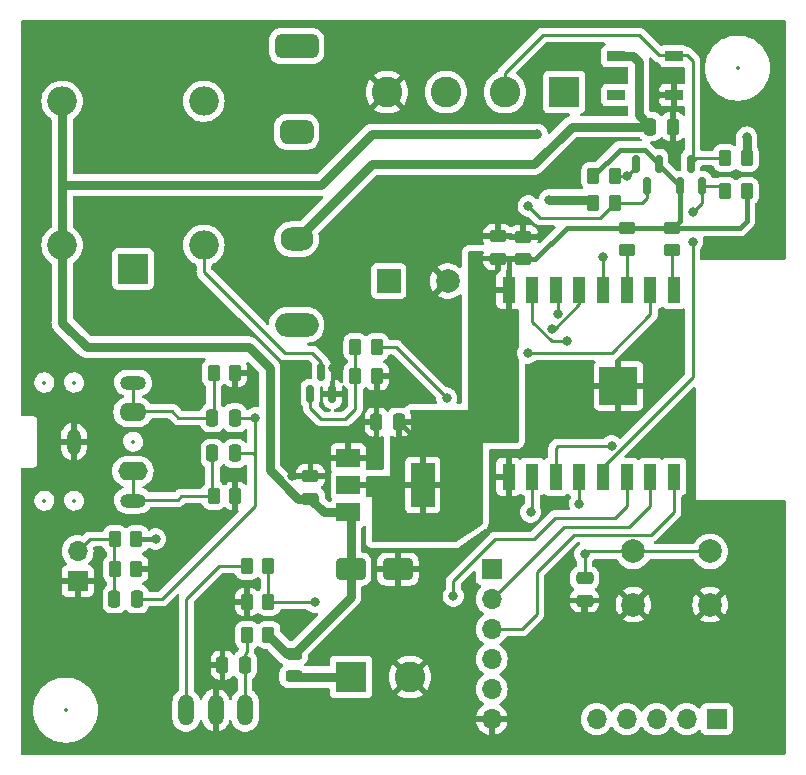
<source format=gtl>
%TF.GenerationSoftware,KiCad,Pcbnew,7.0.8-7.0.8~ubuntu20.04.1*%
%TF.CreationDate,2023-11-01T16:13:29+05:30*%
%TF.ProjectId,WLED_V0.1_panelized,574c4544-5f56-4302-9e31-5f70616e656c,rev?*%
%TF.SameCoordinates,Original*%
%TF.FileFunction,Copper,L1,Top*%
%TF.FilePolarity,Positive*%
%FSLAX46Y46*%
G04 Gerber Fmt 4.6, Leading zero omitted, Abs format (unit mm)*
G04 Created by KiCad (PCBNEW 7.0.8-7.0.8~ubuntu20.04.1) date 2023-11-01 16:13:29*
%MOMM*%
%LPD*%
G01*
G04 APERTURE LIST*
G04 Aperture macros list*
%AMRoundRect*
0 Rectangle with rounded corners*
0 $1 Rounding radius*
0 $2 $3 $4 $5 $6 $7 $8 $9 X,Y pos of 4 corners*
0 Add a 4 corners polygon primitive as box body*
4,1,4,$2,$3,$4,$5,$6,$7,$8,$9,$2,$3,0*
0 Add four circle primitives for the rounded corners*
1,1,$1+$1,$2,$3*
1,1,$1+$1,$4,$5*
1,1,$1+$1,$6,$7*
1,1,$1+$1,$8,$9*
0 Add four rect primitives between the rounded corners*
20,1,$1+$1,$2,$3,$4,$5,0*
20,1,$1+$1,$4,$5,$6,$7,0*
20,1,$1+$1,$6,$7,$8,$9,0*
20,1,$1+$1,$8,$9,$2,$3,0*%
G04 Aperture macros list end*
%TA.AperFunction,ComponentPad*%
%ADD10R,1.700000X1.700000*%
%TD*%
%TA.AperFunction,ComponentPad*%
%ADD11O,1.700000X1.700000*%
%TD*%
%TA.AperFunction,SMDPad,CuDef*%
%ADD12RoundRect,0.250000X-0.262500X-0.450000X0.262500X-0.450000X0.262500X0.450000X-0.262500X0.450000X0*%
%TD*%
%TA.AperFunction,SMDPad,CuDef*%
%ADD13RoundRect,0.250000X0.262500X0.450000X-0.262500X0.450000X-0.262500X-0.450000X0.262500X-0.450000X0*%
%TD*%
%TA.AperFunction,SMDPad,CuDef*%
%ADD14RoundRect,0.250000X0.475000X-0.250000X0.475000X0.250000X-0.475000X0.250000X-0.475000X-0.250000X0*%
%TD*%
%TA.AperFunction,SMDPad,CuDef*%
%ADD15RoundRect,0.250000X-0.250000X-0.475000X0.250000X-0.475000X0.250000X0.475000X-0.250000X0.475000X0*%
%TD*%
%TA.AperFunction,SMDPad,CuDef*%
%ADD16R,2.000000X1.500000*%
%TD*%
%TA.AperFunction,SMDPad,CuDef*%
%ADD17R,2.000000X3.800000*%
%TD*%
%TA.AperFunction,ComponentPad*%
%ADD18C,2.000000*%
%TD*%
%TA.AperFunction,ComponentPad*%
%ADD19O,1.320800X2.641600*%
%TD*%
%TA.AperFunction,SMDPad,CuDef*%
%ADD20RoundRect,0.250000X-1.000000X-0.650000X1.000000X-0.650000X1.000000X0.650000X-1.000000X0.650000X0*%
%TD*%
%TA.AperFunction,SMDPad,CuDef*%
%ADD21R,1.100000X2.200000*%
%TD*%
%TA.AperFunction,SMDPad,CuDef*%
%ADD22R,3.200000X3.200000*%
%TD*%
%TA.AperFunction,ComponentPad*%
%ADD23O,1.200000X2.200000*%
%TD*%
%TA.AperFunction,ComponentPad*%
%ADD24O,2.200000X1.200000*%
%TD*%
%TA.AperFunction,ComponentPad*%
%ADD25O,2.300000X1.600000*%
%TD*%
%TA.AperFunction,ComponentPad*%
%ADD26O,2.500000X1.600000*%
%TD*%
%TA.AperFunction,SMDPad,CuDef*%
%ADD27RoundRect,0.250000X0.250000X0.475000X-0.250000X0.475000X-0.250000X-0.475000X0.250000X-0.475000X0*%
%TD*%
%TA.AperFunction,SMDPad,CuDef*%
%ADD28RoundRect,0.150000X-0.150000X0.587500X-0.150000X-0.587500X0.150000X-0.587500X0.150000X0.587500X0*%
%TD*%
%TA.AperFunction,SMDPad,CuDef*%
%ADD29RoundRect,0.250000X-0.450000X0.262500X-0.450000X-0.262500X0.450000X-0.262500X0.450000X0.262500X0*%
%TD*%
%TA.AperFunction,SMDPad,CuDef*%
%ADD30RoundRect,0.150000X0.150000X-0.587500X0.150000X0.587500X-0.150000X0.587500X-0.150000X-0.587500X0*%
%TD*%
%TA.AperFunction,SMDPad,CuDef*%
%ADD31R,1.500000X0.900000*%
%TD*%
%TA.AperFunction,ComponentPad*%
%ADD32R,2.600000X2.600000*%
%TD*%
%TA.AperFunction,ComponentPad*%
%ADD33C,2.600000*%
%TD*%
%TA.AperFunction,ComponentPad*%
%ADD34R,2.500000X2.500000*%
%TD*%
%TA.AperFunction,ComponentPad*%
%ADD35O,2.500000X2.500000*%
%TD*%
%TA.AperFunction,ComponentPad*%
%ADD36RoundRect,0.500000X-1.350000X0.500000X-1.350000X-0.500000X1.350000X-0.500000X1.350000X0.500000X0*%
%TD*%
%TA.AperFunction,ComponentPad*%
%ADD37RoundRect,0.500000X-0.900000X0.500000X-0.900000X-0.500000X0.900000X-0.500000X0.900000X0.500000X0*%
%TD*%
%TA.AperFunction,ComponentPad*%
%ADD38O,2.800000X2.000000*%
%TD*%
%TA.AperFunction,ComponentPad*%
%ADD39O,3.700000X2.000000*%
%TD*%
%TA.AperFunction,ComponentPad*%
%ADD40R,2.000000X2.000000*%
%TD*%
%TA.AperFunction,SMDPad,CuDef*%
%ADD41RoundRect,0.243750X0.456250X-0.243750X0.456250X0.243750X-0.456250X0.243750X-0.456250X-0.243750X0*%
%TD*%
%TA.AperFunction,ViaPad*%
%ADD42C,0.800000*%
%TD*%
%TA.AperFunction,Conductor*%
%ADD43C,0.800000*%
%TD*%
%TA.AperFunction,Conductor*%
%ADD44C,0.250000*%
%TD*%
%TA.AperFunction,Conductor*%
%ADD45C,0.400000*%
%TD*%
%ADD46C,0.350000*%
%ADD47O,0.400000X1.400000*%
%ADD48O,1.400000X0.400000*%
%ADD49O,1.500000X0.800000*%
%ADD50O,2.710000X1.020000*%
%ADD51O,1.870000X1.020000*%
G04 APERTURE END LIST*
D10*
%TO.P,J2,1,Pin_1*%
%TO.N,unconnected-(J2-Pin_1-Pad1)*%
X118314000Y-100598000D03*
D11*
%TO.P,J2,2,Pin_2*%
%TO.N,/Top_Sheet/ESP-12S/RXD0*%
X118314000Y-103138000D03*
%TO.P,J2,3,Pin_3*%
%TO.N,/Top_Sheet/ESP-12S/TXD*%
X118314000Y-105678000D03*
%TO.P,J2,4,Pin_4*%
%TO.N,unconnected-(J2-Pin_4-Pad4)*%
X118314000Y-108218000D03*
%TO.P,J2,5,Pin_5*%
%TO.N,unconnected-(J2-Pin_5-Pad5)*%
X118314000Y-110758000D03*
%TO.P,J2,6,Pin_6*%
%TO.N,GND*%
X118314000Y-113298000D03*
%TD*%
D10*
%TO.P,MK1,1,-*%
%TO.N,GND*%
X83262000Y-101614000D03*
D11*
%TO.P,MK1,2,+*%
%TO.N,Net-(MK1-+)*%
X83262000Y-99074000D03*
%TD*%
D12*
%TO.P,R5,1*%
%TO.N,/Top_Sheet/ESP-12S/DATA*%
X138079000Y-65800000D03*
%TO.P,R5,2*%
%TO.N,+5V*%
X139904000Y-65800000D03*
%TD*%
%TO.P,R14,1*%
%TO.N,GND*%
X97589500Y-103392000D03*
%TO.P,R14,2*%
%TO.N,/Top_Sheet/ESP-12S/IO5*%
X99414500Y-103392000D03*
%TD*%
D13*
%TO.P,R4,1*%
%TO.N,/Top_Sheet/ESP-12S/IO16*%
X128728000Y-67310000D03*
%TO.P,R4,2*%
%TO.N,+3V3*%
X126903000Y-67310000D03*
%TD*%
D14*
%TO.P,C6,1*%
%TO.N,GND*%
X126188000Y-103260000D03*
%TO.P,C6,2*%
%TO.N,/Top_Sheet/ESP-12S/IO0*%
X126188000Y-101360000D03*
%TD*%
D15*
%TO.P,C10,1*%
%TO.N,/Top_Sheet/ESP-12S/5V_LED*%
X131752000Y-63132000D03*
%TO.P,C10,2*%
%TO.N,GND*%
X133652000Y-63132000D03*
%TD*%
D13*
%TO.P,R13,1*%
%TO.N,/Top_Sheet/ESP-12S/IO5*%
X99414500Y-100344000D03*
%TO.P,R13,2*%
%TO.N,Net-(R13-Pad2)*%
X97589500Y-100344000D03*
%TD*%
D16*
%TO.P,U2,1,GND*%
%TO.N,GND*%
X106172000Y-91186000D03*
%TO.P,U2,2,VO*%
%TO.N,+3V3*%
X106172000Y-93486000D03*
D17*
X112472000Y-93486000D03*
D16*
%TO.P,U2,3,VI*%
%TO.N,+5V*%
X106172000Y-95786000D03*
%TD*%
D12*
%TO.P,R8,1*%
%TO.N,Net-(Q3-G)*%
X106771000Y-84263500D03*
%TO.P,R8,2*%
%TO.N,GND*%
X108596000Y-84263500D03*
%TD*%
D18*
%TO.P,SW2,1,A*%
%TO.N,/Top_Sheet/ESP-12S/IO0*%
X130304000Y-99110000D03*
X136804000Y-99110000D03*
%TO.P,SW2,2,B*%
%TO.N,GND*%
X130304000Y-103610000D03*
X136804000Y-103610000D03*
%TD*%
D19*
%TO.P,U3,GND,GND*%
%TO.N,GND*%
X94946000Y-112536000D03*
%TO.P,U3,OUT,OUT*%
%TO.N,Net-(R13-Pad2)*%
X92446000Y-112536000D03*
%TO.P,U3,VCC,V+*%
%TO.N,Net-(U3-V+)*%
X97446000Y-112536000D03*
%TD*%
D20*
%TO.P,D1,1,K*%
%TO.N,+5V*%
X106376000Y-100598000D03*
%TO.P,D1,2,A*%
%TO.N,GND*%
X110376000Y-100598000D03*
%TD*%
D10*
%TO.P,J5,1,Pin_1*%
%TO.N,/Top_Sheet/ESP-12S/IO2*%
X137364000Y-113298000D03*
D11*
%TO.P,J5,2,Pin_2*%
%TO.N,/Top_Sheet/ESP-12S/IO12*%
X134824000Y-113298000D03*
%TO.P,J5,3,Pin_3*%
%TO.N,/Top_Sheet/ESP-12S/IO13*%
X132284000Y-113298000D03*
%TO.P,J5,4,Pin_4*%
%TO.N,/Top_Sheet/ESP-12S/IO14*%
X129744000Y-113298000D03*
%TO.P,J5,5,Pin_5*%
%TO.N,/Top_Sheet/ESP-12S/IO15*%
X127204000Y-113298000D03*
%TD*%
D12*
%TO.P,R3,1*%
%TO.N,/Top_Sheet/ESP-12S/IO4*%
X138079000Y-68594000D03*
%TO.P,R3,2*%
%TO.N,+3V3*%
X139904000Y-68594000D03*
%TD*%
D21*
%TO.P,U1,1,RST*%
%TO.N,Net-(U1-RST)*%
X133744000Y-76976000D03*
%TO.P,U1,2,ADC*%
%TO.N,/Top_Sheet/ESP-12S/ADC*%
X131744000Y-76976000D03*
%TO.P,U1,3,EN*%
%TO.N,Net-(U1-EN)*%
X129744000Y-76976000D03*
%TO.P,U1,4,IO16*%
%TO.N,/Top_Sheet/ESP-12S/IO16*%
X127744000Y-76976000D03*
%TO.P,U1,5,IO14*%
%TO.N,/Top_Sheet/ESP-12S/IO14*%
X125744000Y-76976000D03*
%TO.P,U1,6,IO12*%
%TO.N,/Top_Sheet/ESP-12S/IO12*%
X123744000Y-76976000D03*
%TO.P,U1,7,IO13*%
%TO.N,/Top_Sheet/ESP-12S/IO13*%
X121744000Y-76976000D03*
%TO.P,U1,8,VCC*%
%TO.N,+3V3*%
X119744000Y-76976000D03*
%TO.P,U1,9,GND*%
%TO.N,GND*%
X119744000Y-92776000D03*
%TO.P,U1,10,IO15*%
%TO.N,/Top_Sheet/ESP-12S/IO15*%
X121744000Y-92776000D03*
%TO.P,U1,11,IO2*%
%TO.N,/Top_Sheet/ESP-12S/IO2*%
X123744000Y-92776000D03*
%TO.P,U1,12,IO0*%
%TO.N,/Top_Sheet/ESP-12S/IO0*%
X125744000Y-92776000D03*
%TO.P,U1,13,IO4*%
%TO.N,/Top_Sheet/ESP-12S/IO4*%
X127744000Y-92776000D03*
%TO.P,U1,14,IO5*%
%TO.N,/Top_Sheet/ESP-12S/IO5*%
X129744000Y-92776000D03*
%TO.P,U1,15,RXD0*%
%TO.N,/Top_Sheet/ESP-12S/RXD0*%
X131744000Y-92776000D03*
%TO.P,U1,16,TXD0*%
%TO.N,/Top_Sheet/ESP-12S/TXD*%
X133744000Y-92776000D03*
D22*
%TO.P,U1,17,EXP*%
%TO.N,GND*%
X129044000Y-85076000D03*
%TD*%
D23*
%TO.P,J6,G*%
%TO.N,GND*%
X82943000Y-89803000D03*
D24*
%TO.P,J6,S*%
%TO.N,Net-(C9-Pad2)*%
X87943000Y-84803000D03*
D25*
%TO.P,J6,SN*%
X87943000Y-87303000D03*
D24*
%TO.P,J6,T*%
%TO.N,Net-(C8-Pad2)*%
X87943000Y-94803000D03*
D26*
%TO.P,J6,TN*%
X87943000Y-92303000D03*
%TD*%
D14*
%TO.P,C1,1*%
%TO.N,+5V*%
X102972000Y-94624000D03*
%TO.P,C1,2*%
%TO.N,GND*%
X102972000Y-92724000D03*
%TD*%
D27*
%TO.P,C8,1*%
%TO.N,/Top_Sheet/ESP-12S/ADC*%
X96574000Y-90808000D03*
%TO.P,C8,2*%
%TO.N,Net-(C8-Pad2)*%
X94674000Y-90808000D03*
%TD*%
D14*
%TO.P,C4,1*%
%TO.N,+3V3*%
X120981000Y-74365000D03*
%TO.P,C4,2*%
%TO.N,GND*%
X120981000Y-72465000D03*
%TD*%
D28*
%TO.P,Q2,1,G*%
%TO.N,+3V3*%
X132448500Y-66259500D03*
%TO.P,Q2,2,S*%
%TO.N,/Top_Sheet/ESP-12S/IO16*%
X130548500Y-66259500D03*
%TO.P,Q2,3,D*%
%TO.N,/Top_Sheet/ESP-12S/CLK*%
X131498500Y-68134500D03*
%TD*%
D29*
%TO.P,R2,1*%
%TO.N,+3V3*%
X129806000Y-71717500D03*
%TO.P,R2,2*%
%TO.N,Net-(U1-EN)*%
X129806000Y-73542500D03*
%TD*%
D13*
%TO.P,R6,1*%
%TO.N,/Top_Sheet/ESP-12S/CLK*%
X128728000Y-69596000D03*
%TO.P,R6,2*%
%TO.N,+5V*%
X126903000Y-69596000D03*
%TD*%
D30*
%TO.P,Q3,1,G*%
%TO.N,Net-(Q3-G)*%
X102936000Y-85773500D03*
%TO.P,Q3,2,S*%
%TO.N,GND*%
X104836000Y-85773500D03*
%TO.P,Q3,3,D*%
%TO.N,Net-(Q3-D)*%
X103886000Y-83898500D03*
%TD*%
D27*
%TO.P,C11,1*%
%TO.N,Net-(U3-V+)*%
X97420000Y-108726000D03*
%TO.P,C11,2*%
%TO.N,GND*%
X95520000Y-108726000D03*
%TD*%
%TO.P,C7,1*%
%TO.N,/Top_Sheet/ESP-12S/ADC*%
X88276000Y-103133000D03*
%TO.P,C7,2*%
%TO.N,Net-(MK1-+)*%
X86376000Y-103133000D03*
%TD*%
D30*
%TO.P,Q1,1,G*%
%TO.N,+3V3*%
X134231500Y-68134500D03*
%TO.P,Q1,2,S*%
%TO.N,/Top_Sheet/ESP-12S/IO4*%
X136131500Y-68134500D03*
%TO.P,Q1,3,D*%
%TO.N,/Top_Sheet/ESP-12S/DATA*%
X135181500Y-66259500D03*
%TD*%
D13*
%TO.P,R15,1*%
%TO.N,+5V*%
X99414500Y-106186000D03*
%TO.P,R15,2*%
%TO.N,Net-(U3-V+)*%
X97589500Y-106186000D03*
%TD*%
%TO.P,R9,1*%
%TO.N,GND*%
X96602500Y-83988000D03*
%TO.P,R9,2*%
%TO.N,Net-(C9-Pad2)*%
X94777500Y-83988000D03*
%TD*%
%TO.P,R12,1*%
%TO.N,GND*%
X88238500Y-100593000D03*
%TO.P,R12,2*%
%TO.N,Net-(MK1-+)*%
X86413500Y-100593000D03*
%TD*%
D31*
%TO.P,D2,1,VDD*%
%TO.N,/Top_Sheet/ESP-12S/5V_LED*%
X128818000Y-57164000D03*
%TO.P,D2,2,DOUT*%
%TO.N,unconnected-(D2-DOUT-Pad2)*%
X128818000Y-60464000D03*
%TO.P,D2,3,VSS*%
%TO.N,GND*%
X133718000Y-60464000D03*
%TO.P,D2,4,DIN*%
%TO.N,/Top_Sheet/ESP-12S/DATA*%
X133718000Y-57164000D03*
%TD*%
D13*
%TO.P,R7,1*%
%TO.N,/Top_Sheet/ESP-12S/IO15*%
X108596000Y-81802000D03*
%TO.P,R7,2*%
%TO.N,Net-(Q3-G)*%
X106771000Y-81802000D03*
%TD*%
%TO.P,R10,1*%
%TO.N,GND*%
X96602500Y-94402000D03*
%TO.P,R10,2*%
%TO.N,Net-(C8-Pad2)*%
X94777500Y-94402000D03*
%TD*%
D27*
%TO.P,C9,1*%
%TO.N,/Top_Sheet/ESP-12S/ADC*%
X96574000Y-87798000D03*
%TO.P,C9,2*%
%TO.N,Net-(C9-Pad2)*%
X94674000Y-87798000D03*
%TD*%
D14*
%TO.P,C3,1*%
%TO.N,+3V3*%
X118822000Y-74304000D03*
%TO.P,C3,2*%
%TO.N,GND*%
X118822000Y-72404000D03*
%TD*%
D32*
%TO.P,J3,1,Pin_1*%
%TO.N,Net-(J3-Pin_1)*%
X124447000Y-60211000D03*
D33*
%TO.P,J3,2,Pin_2*%
%TO.N,/Top_Sheet/ESP-12S/DATA*%
X119447000Y-60211000D03*
%TO.P,J3,3,Pin_3*%
%TO.N,/Top_Sheet/ESP-12S/CLK*%
X114447000Y-60211000D03*
%TO.P,J3,4,Pin_4*%
%TO.N,GND*%
X109447000Y-60211000D03*
%TD*%
D29*
%TO.P,R1,1*%
%TO.N,+3V3*%
X133616000Y-71717500D03*
%TO.P,R1,2*%
%TO.N,Net-(U1-RST)*%
X133616000Y-73542500D03*
%TD*%
D34*
%TO.P,K1,1*%
%TO.N,/Top_Sheet/ESP-12S/5V_LED*%
X87948000Y-75189500D03*
D35*
%TO.P,K1,2*%
%TO.N,Net-(Q3-D)*%
X93948000Y-73189500D03*
%TO.P,K1,3*%
%TO.N,unconnected-(K1-Pad3)*%
X93948000Y-60989500D03*
%TO.P,K1,4*%
%TO.N,+5V*%
X81948000Y-60989500D03*
%TO.P,K1,5*%
X81948000Y-73189500D03*
%TD*%
D27*
%TO.P,C2,1*%
%TO.N,+3V3*%
X110460000Y-88152000D03*
%TO.P,C2,2*%
%TO.N,GND*%
X108560000Y-88152000D03*
%TD*%
D32*
%TO.P,J4,1,Pin_1*%
%TO.N,Net-(J4-Pin_1)*%
X106405000Y-109742000D03*
D33*
%TO.P,J4,2,Pin_2*%
%TO.N,GND*%
X111405000Y-109742000D03*
%TD*%
D36*
%TO.P,F2,1*%
%TO.N,Net-(J3-Pin_1)*%
X101804000Y-56308000D03*
D37*
X101804000Y-63578000D03*
D38*
%TO.P,F2,2*%
%TO.N,/Top_Sheet/ESP-12S/5V_LED*%
X101804000Y-72658000D03*
D39*
X101804000Y-79928000D03*
%TD*%
D40*
%TO.P,C5,1*%
%TO.N,Net-(J3-Pin_1)*%
X109596323Y-76214000D03*
D18*
%TO.P,C5,2*%
%TO.N,GND*%
X114596323Y-76214000D03*
%TD*%
D12*
%TO.P,R11,1*%
%TO.N,Net-(MK1-+)*%
X86413500Y-98053000D03*
%TO.P,R11,2*%
%TO.N,+3V3*%
X88238500Y-98053000D03*
%TD*%
D41*
%TO.P,F1,1*%
%TO.N,Net-(J4-Pin_1)*%
X101550000Y-109663500D03*
%TO.P,F1,2*%
%TO.N,+5V*%
X101550000Y-107788500D03*
%TD*%
D42*
%TO.N,GND*%
X106680000Y-89281000D03*
X105410000Y-89281000D03*
X104267000Y-89916000D03*
X102997000Y-89916000D03*
%TO.N,+5V*%
X139904000Y-64022000D03*
X123190000Y-69342000D03*
X122152351Y-63775649D03*
%TO.N,GND*%
X108535000Y-89676000D03*
X96470000Y-92724000D03*
X104902000Y-83566000D03*
X122505000Y-72399000D03*
X125983996Y-104648000D03*
X95962000Y-103392000D03*
X110186000Y-84342000D03*
X103074000Y-91200000D03*
X96470000Y-85612000D03*
X120912365Y-71137671D03*
X101431607Y-92715393D03*
X108560000Y-86628000D03*
X112472000Y-100598000D03*
X118822000Y-71002000D03*
X89739000Y-100598000D03*
X133692327Y-64806000D03*
X104344000Y-91200000D03*
X132284000Y-60466000D03*
X117298000Y-72399000D03*
%TO.N,+3V3*%
X108916000Y-97296000D03*
X89866000Y-98058000D03*
%TO.N,/Top_Sheet/ESP-12S/IO0*%
X126188000Y-99328000D03*
X125744000Y-95073998D03*
%TO.N,/Top_Sheet/ESP-12S/ADC*%
X98298000Y-87797998D03*
X121362000Y-82296000D03*
%TO.N,/Top_Sheet/ESP-12S/CLK*%
X121412000Y-69850000D03*
%TO.N,/Top_Sheet/ESP-12S/IO2*%
X128469347Y-90179347D03*
%TO.N,/Top_Sheet/ESP-12S/IO12*%
X123902000Y-79008000D03*
%TO.N,/Top_Sheet/ESP-12S/IO13*%
X124664000Y-81294000D03*
%TO.N,/Top_Sheet/ESP-12S/IO14*%
X123398653Y-80273347D03*
%TO.N,/Top_Sheet/ESP-12S/IO15*%
X114504000Y-86120000D03*
X121616000Y-95772000D03*
%TO.N,/Top_Sheet/ESP-12S/IO4*%
X135332000Y-70372000D03*
X135332000Y-72912000D03*
%TO.N,/Top_Sheet/ESP-12S/IO16*%
X129744006Y-67324000D03*
X127712000Y-74182000D03*
%TO.N,/Top_Sheet/ESP-12S/IO5*%
X103328000Y-103392000D03*
X115062000Y-102870000D03*
%TD*%
D43*
%TO.N,+5V*%
X106376000Y-100598000D02*
X106376000Y-95990000D01*
X123190000Y-69342000D02*
X126649000Y-69342000D01*
X81948000Y-79726000D02*
X81948000Y-73189500D01*
X102972000Y-94624000D02*
X101926000Y-94624000D01*
X97740000Y-81802000D02*
X84024000Y-81802000D01*
X126649000Y-69342000D02*
X126903000Y-69596000D01*
X139904000Y-65800000D02*
X139904000Y-64022000D01*
X106376000Y-102962500D02*
X106376000Y-100598000D01*
X81948000Y-60989500D02*
X81948000Y-68072000D01*
X103886000Y-68072000D02*
X108182351Y-63775649D01*
X81948000Y-68072000D02*
X103886000Y-68072000D01*
X101550000Y-107788500D02*
X106376000Y-102962500D01*
X99518000Y-83580000D02*
X97740000Y-81802000D01*
X101550000Y-107788500D02*
X101017000Y-107788500D01*
X84024000Y-81802000D02*
X81948000Y-79726000D01*
X104134000Y-95786000D02*
X106172000Y-95786000D01*
X102972000Y-94624000D02*
X104134000Y-95786000D01*
X101926000Y-94624000D02*
X99518000Y-92216000D01*
X101017000Y-107788500D02*
X99414500Y-106186000D01*
X99518000Y-92216000D02*
X99518000Y-83580000D01*
X106376000Y-95990000D02*
X106172000Y-95786000D01*
X81948000Y-68072000D02*
X81948000Y-73189500D01*
X108182351Y-63775649D02*
X122152351Y-63775649D01*
D44*
%TO.N,GND*%
X96602500Y-92856500D02*
X96470000Y-92724000D01*
X102972000Y-91302000D02*
X103074000Y-91200000D01*
X101440214Y-92724000D02*
X101431607Y-92715393D01*
X108560000Y-88152000D02*
X108560000Y-89651000D01*
X108560000Y-89651000D02*
X108535000Y-89676000D01*
X108560000Y-86628000D02*
X108560000Y-88152000D01*
X96602500Y-85479500D02*
X96470000Y-85612000D01*
X102972000Y-92724000D02*
X101440214Y-92724000D01*
X95520000Y-109930000D02*
X94946000Y-110504000D01*
X95520000Y-108726000D02*
X95520000Y-109930000D01*
X110376000Y-100598000D02*
X112472000Y-100598000D01*
X88238500Y-100593000D02*
X89734000Y-100593000D01*
X97589500Y-103392000D02*
X95962000Y-103392000D01*
X104836000Y-85773500D02*
X104836000Y-83632000D01*
X126442000Y-103260000D02*
X125983996Y-103718004D01*
X89734000Y-100593000D02*
X89739000Y-100598000D01*
X133718000Y-60464000D02*
X132286000Y-60464000D01*
X133652000Y-63132000D02*
X133652000Y-64765673D01*
X102972000Y-92724000D02*
X102972000Y-91302000D01*
X125983996Y-103718004D02*
X125983996Y-104648000D01*
X106172000Y-91186000D02*
X104358000Y-91186000D01*
X108596000Y-84263500D02*
X110107500Y-84263500D01*
X96602500Y-94402000D02*
X96602500Y-92856500D01*
X104836000Y-83632000D02*
X104902000Y-83566000D01*
X110107500Y-84263500D02*
X110186000Y-84342000D01*
X96602500Y-83988000D02*
X96602500Y-85479500D01*
X94946000Y-110504000D02*
X94946000Y-112536000D01*
X104358000Y-91186000D02*
X104344000Y-91200000D01*
X132286000Y-60464000D02*
X132284000Y-60466000D01*
D45*
%TO.N,+3V3*%
X88238500Y-98053000D02*
X89861000Y-98053000D01*
X129806000Y-71717500D02*
X124664000Y-71717500D01*
X120981000Y-74365000D02*
X122006500Y-74365000D01*
X139904000Y-68594000D02*
X139904000Y-71134000D01*
X122006500Y-74365000D02*
X122011500Y-74370000D01*
X122011500Y-74370000D02*
X124664000Y-71717500D01*
X131265500Y-65076500D02*
X131773500Y-65584500D01*
X134231500Y-68134500D02*
X134231500Y-71102000D01*
X120920000Y-74304000D02*
X120981000Y-74365000D01*
X133616000Y-71717500D02*
X129806000Y-71717500D01*
X126903000Y-67310000D02*
X129136500Y-65076500D01*
X119838000Y-74304000D02*
X120920000Y-74304000D01*
X132448500Y-66259500D02*
X132448500Y-66351500D01*
X106172000Y-93486000D02*
X112472000Y-93486000D01*
X134231500Y-71102000D02*
X133616000Y-71717500D01*
X132448500Y-66259500D02*
X131773500Y-65584500D01*
X118822000Y-74304000D02*
X119838000Y-74304000D01*
X139904000Y-71134000D02*
X139320500Y-71717500D01*
X112472000Y-90164000D02*
X110460000Y-88152000D01*
X112472000Y-93486000D02*
X112472000Y-90164000D01*
X139320500Y-71717500D02*
X133616000Y-71717500D01*
X89861000Y-98053000D02*
X89866000Y-98058000D01*
X119744000Y-76976000D02*
X119744000Y-74398000D01*
X129136500Y-65076500D02*
X131265500Y-65076500D01*
X119744000Y-74398000D02*
X119838000Y-74304000D01*
X132448500Y-66351500D02*
X134231500Y-68134500D01*
D44*
%TO.N,/Top_Sheet/ESP-12S/IO0*%
X126188000Y-99328000D02*
X126406000Y-99110000D01*
X125744000Y-92776000D02*
X125744000Y-95073998D01*
X130304000Y-99110000D02*
X136804000Y-99110000D01*
X126406000Y-99110000D02*
X130304000Y-99110000D01*
X126188000Y-101360000D02*
X126188000Y-99328000D01*
%TO.N,/Top_Sheet/ESP-12S/ADC*%
X88276000Y-103133000D02*
X90374000Y-103133000D01*
X98110000Y-90808000D02*
X98248000Y-90946000D01*
X91895500Y-101611500D02*
X98248000Y-95259000D01*
X90374000Y-103133000D02*
X91895500Y-101611500D01*
X128488000Y-82296000D02*
X121362000Y-82296000D01*
X98248000Y-95259000D02*
X98248000Y-90946000D01*
X98297998Y-87798000D02*
X98298000Y-87797998D01*
X131744000Y-76976000D02*
X131744000Y-79040000D01*
X98248000Y-87847998D02*
X98298000Y-87797998D01*
X96574000Y-90808000D02*
X98110000Y-90808000D01*
X131744000Y-79040000D02*
X128488000Y-82296000D01*
X98248000Y-90946000D02*
X98248000Y-87847998D01*
X96574000Y-87798000D02*
X98297998Y-87798000D01*
%TO.N,Net-(MK1-+)*%
X86413500Y-98053000D02*
X84283000Y-98053000D01*
X86376000Y-98090500D02*
X86413500Y-98053000D01*
X86376000Y-103133000D02*
X86376000Y-98090500D01*
X84283000Y-98053000D02*
X83262000Y-99074000D01*
%TO.N,Net-(C8-Pad2)*%
X92052000Y-94402000D02*
X94777500Y-94402000D01*
X94674000Y-90808000D02*
X94674000Y-94298500D01*
X87943000Y-94716000D02*
X91738000Y-94716000D01*
X87943000Y-92303000D02*
X87943000Y-94716000D01*
X94674000Y-94298500D02*
X94777500Y-94402000D01*
X91738000Y-94716000D02*
X92052000Y-94402000D01*
%TO.N,Net-(C9-Pad2)*%
X91216000Y-87216000D02*
X91798000Y-87798000D01*
X94777500Y-87694500D02*
X94674000Y-87798000D01*
X91798000Y-87798000D02*
X94674000Y-87798000D01*
X94777500Y-83988000D02*
X94777500Y-87694500D01*
X87943000Y-84803000D02*
X87943000Y-87216000D01*
X87943000Y-87216000D02*
X91216000Y-87216000D01*
D43*
%TO.N,/Top_Sheet/ESP-12S/5V_LED*%
X125082000Y-63132000D02*
X121906000Y-66308000D01*
X128818000Y-57164000D02*
X130252000Y-57164000D01*
X108154000Y-66308000D02*
X101804000Y-72658000D01*
X130760000Y-62140000D02*
X131752000Y-63132000D01*
X131752000Y-63132000D02*
X125082000Y-63132000D01*
X130760000Y-57672000D02*
X130760000Y-62140000D01*
X121906000Y-66308000D02*
X108154000Y-66308000D01*
X130252000Y-57164000D02*
X130760000Y-57672000D01*
D44*
%TO.N,/Top_Sheet/ESP-12S/DATA*%
X132448000Y-57038000D02*
X134825000Y-57038000D01*
X135332000Y-57545000D02*
X135332000Y-66109000D01*
X135332000Y-66109000D02*
X135181500Y-66259500D01*
X135641000Y-65800000D02*
X138079000Y-65800000D01*
X122632000Y-55386000D02*
X130796000Y-55386000D01*
X130796000Y-55386000D02*
X132448000Y-57038000D01*
X119447000Y-60211000D02*
X119447000Y-58571000D01*
X119447000Y-58571000D02*
X122632000Y-55386000D01*
X135181500Y-66259500D02*
X135641000Y-65800000D01*
X134825000Y-57038000D02*
X135332000Y-57545000D01*
D43*
%TO.N,Net-(J4-Pin_1)*%
X101628500Y-109742000D02*
X101550000Y-109663500D01*
X106405000Y-109742000D02*
X101628500Y-109742000D01*
D44*
%TO.N,/Top_Sheet/ESP-12S/RXD0*%
X131744000Y-95264000D02*
X131744000Y-92776000D01*
X118314000Y-103138000D02*
X124410000Y-97042000D01*
X129966000Y-97042000D02*
X131744000Y-95264000D01*
X124410000Y-97042000D02*
X129966000Y-97042000D01*
%TO.N,/Top_Sheet/ESP-12S/TXD*%
X122124000Y-104408000D02*
X120854000Y-105678000D01*
X120854000Y-105678000D02*
X118314000Y-105678000D01*
X125299000Y-97677000D02*
X122124000Y-100852000D01*
X131839000Y-97677000D02*
X125299000Y-97677000D01*
X133744000Y-92776000D02*
X133744000Y-95772000D01*
X133744000Y-95772000D02*
X131839000Y-97677000D01*
X122124000Y-100852000D02*
X122124000Y-104408000D01*
%TO.N,/Top_Sheet/ESP-12S/CLK*%
X131498500Y-69161500D02*
X131498500Y-68134500D01*
X127458000Y-70866000D02*
X122428000Y-70866000D01*
X128728000Y-69596000D02*
X127458000Y-70866000D01*
X128728000Y-69596000D02*
X131064000Y-69596000D01*
X131064000Y-69596000D02*
X131498500Y-69161500D01*
X122428000Y-70866000D02*
X121412000Y-69850000D01*
%TO.N,/Top_Sheet/ESP-12S/IO2*%
X128464694Y-90184000D02*
X128469347Y-90179347D01*
X123744000Y-90342000D02*
X123902000Y-90184000D01*
X123902000Y-90184000D02*
X128464694Y-90184000D01*
X123744000Y-92776000D02*
X123744000Y-90342000D01*
%TO.N,/Top_Sheet/ESP-12S/IO12*%
X123902000Y-79008000D02*
X123902000Y-77134000D01*
X123902000Y-77134000D02*
X123744000Y-76976000D01*
%TO.N,/Top_Sheet/ESP-12S/IO13*%
X124664000Y-81294000D02*
X123394001Y-81294000D01*
X123394001Y-81294000D02*
X121744000Y-79643999D01*
X121744000Y-79643999D02*
X121744000Y-76976000D01*
%TO.N,/Top_Sheet/ESP-12S/IO14*%
X123661958Y-80273347D02*
X123398653Y-80273347D01*
X125744000Y-78191305D02*
X123661958Y-80273347D01*
X125744000Y-76976000D02*
X125744000Y-78191305D01*
%TO.N,/Top_Sheet/ESP-12S/IO15*%
X110186000Y-81802000D02*
X108596000Y-81802000D01*
X121744000Y-95644000D02*
X121744000Y-92776000D01*
X121616000Y-95772000D02*
X121744000Y-95644000D01*
X114504000Y-86120000D02*
X110186000Y-81802000D01*
%TO.N,Net-(Q3-D)*%
X103124000Y-82296000D02*
X100774000Y-82296000D01*
X103886000Y-83898500D02*
X103886000Y-83058000D01*
X100774000Y-82296000D02*
X93948000Y-75470000D01*
X93948000Y-75470000D02*
X93948000Y-73189500D01*
X103886000Y-83058000D02*
X103124000Y-82296000D01*
%TO.N,/Top_Sheet/ESP-12S/IO4*%
X127744000Y-92776000D02*
X127744000Y-91929999D01*
X135332000Y-70372000D02*
X136131500Y-69572500D01*
X135332000Y-73420000D02*
X135332000Y-72912000D01*
X137619500Y-68134500D02*
X138079000Y-68594000D01*
X136131500Y-69572500D02*
X136131500Y-68134500D01*
X136131500Y-68134500D02*
X137619500Y-68134500D01*
X127744000Y-91929999D02*
X135332000Y-84341999D01*
X135332000Y-84341999D02*
X135332000Y-73420000D01*
%TO.N,/Top_Sheet/ESP-12S/IO16*%
X130548500Y-66259500D02*
X130548500Y-66519506D01*
X130548500Y-66519506D02*
X129744006Y-67324000D01*
X127744000Y-76976000D02*
X127744000Y-74214000D01*
X129744006Y-67324000D02*
X128742000Y-67324000D01*
X128742000Y-67324000D02*
X128728000Y-67310000D01*
X127744000Y-74214000D02*
X127712000Y-74182000D01*
%TO.N,Net-(Q3-G)*%
X102936000Y-86934000D02*
X103886000Y-87884000D01*
X106771000Y-84263500D02*
X106771000Y-81802000D01*
X105918000Y-87884000D02*
X106771000Y-87031000D01*
X103886000Y-87884000D02*
X105918000Y-87884000D01*
X102936000Y-85773500D02*
X102936000Y-86934000D01*
X106771000Y-87031000D02*
X106771000Y-84263500D01*
%TO.N,Net-(U1-RST)*%
X133616000Y-73542500D02*
X133616000Y-76848000D01*
X133616000Y-76848000D02*
X133744000Y-76976000D01*
%TO.N,Net-(U1-EN)*%
X129806000Y-73542500D02*
X129806000Y-76914000D01*
X129806000Y-76914000D02*
X129744000Y-76976000D01*
%TO.N,/Top_Sheet/ESP-12S/IO5*%
X115062000Y-101600000D02*
X115062000Y-102870000D01*
X99414500Y-100344000D02*
X99414500Y-103392000D01*
X129744000Y-95264000D02*
X128765000Y-96243000D01*
X121870000Y-98058000D02*
X118604000Y-98058000D01*
X103328000Y-103392000D02*
X99414500Y-103392000D01*
X128765000Y-96243000D02*
X123685000Y-96243000D01*
X118604000Y-98058000D02*
X115062000Y-101600000D01*
X129744000Y-92776000D02*
X129744000Y-95264000D01*
X123685000Y-96243000D02*
X121870000Y-98058000D01*
%TO.N,Net-(U3-V+)*%
X97420000Y-108726000D02*
X97420000Y-107776000D01*
X97589500Y-107606500D02*
X97589500Y-106186000D01*
X97420000Y-112510000D02*
X97446000Y-112536000D01*
X97420000Y-107776000D02*
X97589500Y-107606500D01*
X97420000Y-108726000D02*
X97420000Y-112510000D01*
%TO.N,Net-(R13-Pad2)*%
X92446000Y-103098000D02*
X92446000Y-112536000D01*
X95200000Y-100344000D02*
X92446000Y-103098000D01*
X97589500Y-100344000D02*
X95200000Y-100344000D01*
%TD*%
%TA.AperFunction,Conductor*%
%TO.N,+3V3*%
G36*
X117578134Y-73693685D02*
G01*
X117623889Y-73746489D01*
X117633833Y-73815647D01*
X117628801Y-73837003D01*
X117607495Y-73901299D01*
X117607493Y-73901309D01*
X117597000Y-74004013D01*
X117597000Y-74054000D01*
X119974638Y-74054000D01*
X120041677Y-74073685D01*
X120062319Y-74090319D01*
X120087000Y-74115000D01*
X120600000Y-74115000D01*
X120600000Y-74615000D01*
X119828362Y-74615000D01*
X119761323Y-74595315D01*
X119740681Y-74578681D01*
X119716000Y-74554000D01*
X119072000Y-74554000D01*
X119072000Y-75301761D01*
X119052315Y-75368800D01*
X118999511Y-75414555D01*
X118991333Y-75417943D01*
X118951913Y-75432645D01*
X118951906Y-75432649D01*
X118836812Y-75518809D01*
X118836809Y-75518812D01*
X118750649Y-75633906D01*
X118750645Y-75633913D01*
X118700403Y-75768620D01*
X118700401Y-75768627D01*
X118694000Y-75828155D01*
X118694000Y-76726000D01*
X119494000Y-76726000D01*
X119494000Y-75368366D01*
X119513685Y-75301327D01*
X119566489Y-75255572D01*
X119578996Y-75250660D01*
X119616119Y-75238358D01*
X119616124Y-75238356D01*
X119765347Y-75146314D01*
X119783317Y-75128344D01*
X119844639Y-75094857D01*
X119914331Y-75099840D01*
X119958681Y-75128342D01*
X120012488Y-75182149D01*
X120045973Y-75243472D01*
X120040989Y-75313164D01*
X120012489Y-75357510D01*
X119994000Y-75375999D01*
X119994000Y-78576000D01*
X120341828Y-78576000D01*
X120341844Y-78575999D01*
X120401372Y-78569598D01*
X120401376Y-78569597D01*
X120432666Y-78557927D01*
X120502357Y-78552943D01*
X120563681Y-78586427D01*
X120597166Y-78647750D01*
X120600000Y-78674109D01*
X120600000Y-81781596D01*
X120583387Y-81843596D01*
X120534821Y-81927714D01*
X120476327Y-82107740D01*
X120476326Y-82107744D01*
X120456540Y-82296000D01*
X120476326Y-82484256D01*
X120476327Y-82484259D01*
X120534818Y-82664277D01*
X120534821Y-82664284D01*
X120583387Y-82748403D01*
X120600000Y-82810402D01*
X120600000Y-89806000D01*
X120580315Y-89873039D01*
X120527511Y-89918794D01*
X120476000Y-89930000D01*
X117552000Y-89930000D01*
X117552000Y-96721637D01*
X117532315Y-96788676D01*
X117496783Y-96824811D01*
X115297239Y-98291174D01*
X115230540Y-98311982D01*
X115228456Y-98312000D01*
X108278000Y-98312000D01*
X108210961Y-98292315D01*
X108165206Y-98239511D01*
X108154000Y-98188000D01*
X108154000Y-94502000D01*
X107784831Y-94502000D01*
X107717792Y-94482315D01*
X107672037Y-94429511D01*
X107662093Y-94360353D01*
X107664154Y-94349485D01*
X107665598Y-94343371D01*
X107671999Y-94283844D01*
X107672000Y-94283827D01*
X107672000Y-93736000D01*
X110972000Y-93736000D01*
X110972000Y-95433844D01*
X110978401Y-95493372D01*
X110978403Y-95493379D01*
X111028645Y-95628086D01*
X111028649Y-95628093D01*
X111114809Y-95743187D01*
X111114812Y-95743190D01*
X111229906Y-95829350D01*
X111229913Y-95829354D01*
X111364620Y-95879596D01*
X111364627Y-95879598D01*
X111424155Y-95885999D01*
X111424172Y-95886000D01*
X112222000Y-95886000D01*
X112222000Y-93736000D01*
X112722000Y-93736000D01*
X112722000Y-95886000D01*
X113519828Y-95886000D01*
X113519844Y-95885999D01*
X113579372Y-95879598D01*
X113579379Y-95879596D01*
X113714086Y-95829354D01*
X113714093Y-95829350D01*
X113829187Y-95743190D01*
X113829190Y-95743187D01*
X113915350Y-95628093D01*
X113915354Y-95628086D01*
X113965596Y-95493379D01*
X113965598Y-95493372D01*
X113971999Y-95433844D01*
X113972000Y-95433827D01*
X113972000Y-93736000D01*
X112722000Y-93736000D01*
X112222000Y-93736000D01*
X110972000Y-93736000D01*
X107672000Y-93736000D01*
X106046000Y-93736000D01*
X105978961Y-93716315D01*
X105933206Y-93663511D01*
X105922000Y-93612000D01*
X105922000Y-93360000D01*
X105941685Y-93292961D01*
X105994489Y-93247206D01*
X106046000Y-93236000D01*
X107672000Y-93236000D01*
X110972000Y-93236000D01*
X112222000Y-93236000D01*
X112222000Y-91086000D01*
X112722000Y-91086000D01*
X112722000Y-93236000D01*
X113972000Y-93236000D01*
X113972000Y-91538172D01*
X113971999Y-91538155D01*
X113965598Y-91478627D01*
X113965596Y-91478620D01*
X113915354Y-91343913D01*
X113915350Y-91343906D01*
X113829190Y-91228812D01*
X113829187Y-91228809D01*
X113714093Y-91142649D01*
X113714086Y-91142645D01*
X113579379Y-91092403D01*
X113579372Y-91092401D01*
X113519844Y-91086000D01*
X112722000Y-91086000D01*
X112222000Y-91086000D01*
X111424155Y-91086000D01*
X111364627Y-91092401D01*
X111364620Y-91092403D01*
X111229913Y-91142645D01*
X111229906Y-91142649D01*
X111114812Y-91228809D01*
X111114809Y-91228812D01*
X111028649Y-91343906D01*
X111028645Y-91343913D01*
X110978403Y-91478620D01*
X110978401Y-91478627D01*
X110972000Y-91538155D01*
X110972000Y-93236000D01*
X107672000Y-93236000D01*
X107672000Y-92848000D01*
X107691685Y-92780961D01*
X107744489Y-92735206D01*
X107796000Y-92724000D01*
X109678000Y-92724000D01*
X109678000Y-89402228D01*
X109697685Y-89335189D01*
X109750489Y-89289434D01*
X109819647Y-89279490D01*
X109867097Y-89296690D01*
X109890869Y-89311353D01*
X109890880Y-89311358D01*
X110057302Y-89366505D01*
X110057309Y-89366506D01*
X110160019Y-89376999D01*
X110209999Y-89376998D01*
X110210000Y-89376998D01*
X110210000Y-88402000D01*
X110710000Y-88402000D01*
X110710000Y-89376999D01*
X110759972Y-89376999D01*
X110759986Y-89376998D01*
X110862697Y-89366505D01*
X111029119Y-89311358D01*
X111029124Y-89311356D01*
X111178345Y-89219315D01*
X111302315Y-89095345D01*
X111394356Y-88946124D01*
X111394358Y-88946119D01*
X111449505Y-88779697D01*
X111449506Y-88779690D01*
X111459999Y-88676986D01*
X111460000Y-88676973D01*
X111460000Y-88402000D01*
X110710000Y-88402000D01*
X110210000Y-88402000D01*
X110210000Y-88026000D01*
X110229685Y-87958961D01*
X110282489Y-87913206D01*
X110334000Y-87902000D01*
X111459999Y-87902000D01*
X111459999Y-87627028D01*
X111459998Y-87627013D01*
X111449505Y-87524302D01*
X111394358Y-87357880D01*
X111394356Y-87357875D01*
X111374138Y-87325097D01*
X111355698Y-87257704D01*
X111376621Y-87191041D01*
X111430263Y-87146271D01*
X111479677Y-87136000D01*
X116282000Y-87136000D01*
X116282000Y-77226000D01*
X118694000Y-77226000D01*
X118694000Y-78123844D01*
X118700401Y-78183372D01*
X118700403Y-78183379D01*
X118750645Y-78318086D01*
X118750649Y-78318093D01*
X118836809Y-78433187D01*
X118836812Y-78433190D01*
X118951906Y-78519350D01*
X118951913Y-78519354D01*
X119086620Y-78569596D01*
X119086627Y-78569598D01*
X119146155Y-78575999D01*
X119146172Y-78576000D01*
X119494000Y-78576000D01*
X119494000Y-77226000D01*
X118694000Y-77226000D01*
X116282000Y-77226000D01*
X116282000Y-74554000D01*
X117597001Y-74554000D01*
X117597001Y-74603986D01*
X117607494Y-74706697D01*
X117662641Y-74873119D01*
X117662643Y-74873124D01*
X117754684Y-75022345D01*
X117878654Y-75146315D01*
X118027875Y-75238356D01*
X118027880Y-75238358D01*
X118194302Y-75293505D01*
X118194309Y-75293506D01*
X118297019Y-75303999D01*
X118571999Y-75303999D01*
X118572000Y-75303998D01*
X118572000Y-74554000D01*
X117597001Y-74554000D01*
X116282000Y-74554000D01*
X116282000Y-73798000D01*
X116301685Y-73730961D01*
X116354489Y-73685206D01*
X116406000Y-73674000D01*
X117511095Y-73674000D01*
X117578134Y-73693685D01*
G37*
%TD.AperFunction*%
%TD*%
%TA.AperFunction,Conductor*%
%TO.N,GND*%
G36*
X143148539Y-54136185D02*
G01*
X143194294Y-54188989D01*
X143205500Y-54240500D01*
X143205500Y-74311500D01*
X143185815Y-74378539D01*
X143133011Y-74424294D01*
X143081500Y-74435500D01*
X136081500Y-74435500D01*
X136014461Y-74415815D01*
X135968706Y-74363011D01*
X135957500Y-74311500D01*
X135957500Y-73610687D01*
X135977185Y-73543648D01*
X135989350Y-73527715D01*
X136013507Y-73500885D01*
X136064533Y-73444216D01*
X136159179Y-73280284D01*
X136217674Y-73100256D01*
X136237460Y-72912000D01*
X136217674Y-72723744D01*
X136178440Y-72602994D01*
X136171072Y-72580318D01*
X136169077Y-72510477D01*
X136205157Y-72450644D01*
X136267858Y-72419816D01*
X136289003Y-72418000D01*
X139297452Y-72418000D01*
X139301197Y-72418113D01*
X139308542Y-72418557D01*
X139363106Y-72421858D01*
X139400814Y-72414947D01*
X139424121Y-72410677D01*
X139427825Y-72410113D01*
X139445670Y-72407946D01*
X139489372Y-72402640D01*
X139498835Y-72399050D01*
X139520461Y-72393022D01*
X139521393Y-72392851D01*
X139530432Y-72391195D01*
X139587012Y-72365729D01*
X139590442Y-72364309D01*
X139648430Y-72342318D01*
X139656766Y-72336562D01*
X139676321Y-72325534D01*
X139685557Y-72321378D01*
X139734396Y-72283113D01*
X139737376Y-72280921D01*
X139788429Y-72245683D01*
X139829565Y-72199248D01*
X139832099Y-72196556D01*
X140383048Y-71645606D01*
X140385740Y-71643072D01*
X140432183Y-71601929D01*
X140467427Y-71550867D01*
X140469634Y-71547869D01*
X140483130Y-71530643D01*
X140507878Y-71499056D01*
X140512037Y-71489813D01*
X140523061Y-71470268D01*
X140528818Y-71461930D01*
X140550810Y-71403939D01*
X140552232Y-71400503D01*
X140577695Y-71343931D01*
X140579522Y-71333959D01*
X140585546Y-71312347D01*
X140589140Y-71302872D01*
X140596613Y-71241324D01*
X140597177Y-71237619D01*
X140600535Y-71219289D01*
X140608358Y-71176606D01*
X140604613Y-71114696D01*
X140604500Y-71110951D01*
X140604500Y-69718730D01*
X140624185Y-69651691D01*
X140640819Y-69631049D01*
X140696481Y-69575387D01*
X140759212Y-69512656D01*
X140851314Y-69363334D01*
X140906499Y-69196797D01*
X140917000Y-69094009D01*
X140916999Y-68093992D01*
X140915501Y-68079331D01*
X140906499Y-67991203D01*
X140906498Y-67991200D01*
X140880518Y-67912799D01*
X140851314Y-67824666D01*
X140759212Y-67675344D01*
X140635156Y-67551288D01*
X140534681Y-67489315D01*
X140485836Y-67459187D01*
X140485831Y-67459185D01*
X140441306Y-67444431D01*
X140319297Y-67404001D01*
X140319295Y-67404000D01*
X140216510Y-67393500D01*
X139591498Y-67393500D01*
X139591480Y-67393501D01*
X139488703Y-67404000D01*
X139488700Y-67404001D01*
X139322168Y-67459185D01*
X139322163Y-67459187D01*
X139172842Y-67551289D01*
X139079181Y-67644951D01*
X139017858Y-67678436D01*
X138948166Y-67673452D01*
X138903819Y-67644951D01*
X138810157Y-67551289D01*
X138810156Y-67551288D01*
X138709681Y-67489315D01*
X138660836Y-67459187D01*
X138660831Y-67459185D01*
X138616306Y-67444431D01*
X138494297Y-67404001D01*
X138494295Y-67404000D01*
X138391510Y-67393500D01*
X137766498Y-67393500D01*
X137766480Y-67393501D01*
X137663703Y-67404000D01*
X137663700Y-67404001D01*
X137497168Y-67459185D01*
X137497159Y-67459189D01*
X137446334Y-67490539D01*
X137381238Y-67509000D01*
X137040959Y-67509000D01*
X136973920Y-67489315D01*
X136928165Y-67436511D01*
X136921883Y-67419595D01*
X136883245Y-67286606D01*
X136883244Y-67286603D01*
X136883244Y-67286602D01*
X136799581Y-67145135D01*
X136799579Y-67145133D01*
X136799576Y-67145129D01*
X136683370Y-67028923D01*
X136683362Y-67028917D01*
X136597470Y-66978121D01*
X136541898Y-66945256D01*
X136541897Y-66945255D01*
X136541896Y-66945255D01*
X136541893Y-66945254D01*
X136384073Y-66899402D01*
X136384067Y-66899401D01*
X136347196Y-66896500D01*
X136347194Y-66896500D01*
X136106000Y-66896500D01*
X136038961Y-66876815D01*
X135993206Y-66824011D01*
X135982000Y-66772500D01*
X135982000Y-66549500D01*
X136001685Y-66482461D01*
X136054489Y-66436706D01*
X136106000Y-66425500D01*
X136994483Y-66425500D01*
X137061522Y-66445185D01*
X137107277Y-66497989D01*
X137112186Y-66510489D01*
X137131686Y-66569334D01*
X137223788Y-66718656D01*
X137347844Y-66842712D01*
X137497166Y-66934814D01*
X137663703Y-66989999D01*
X137766491Y-67000500D01*
X138391508Y-67000499D01*
X138391516Y-67000498D01*
X138391519Y-67000498D01*
X138454650Y-66994049D01*
X138494297Y-66989999D01*
X138660834Y-66934814D01*
X138810156Y-66842712D01*
X138903819Y-66749049D01*
X138965142Y-66715564D01*
X139034834Y-66720548D01*
X139079181Y-66749049D01*
X139172844Y-66842712D01*
X139322166Y-66934814D01*
X139488703Y-66989999D01*
X139591491Y-67000500D01*
X140216508Y-67000499D01*
X140216516Y-67000498D01*
X140216519Y-67000498D01*
X140279650Y-66994049D01*
X140319297Y-66989999D01*
X140485834Y-66934814D01*
X140635156Y-66842712D01*
X140759212Y-66718656D01*
X140851314Y-66569334D01*
X140906499Y-66402797D01*
X140917000Y-66300009D01*
X140916999Y-65299992D01*
X140913948Y-65270129D01*
X140906499Y-65197203D01*
X140906498Y-65197200D01*
X140889846Y-65146949D01*
X140851314Y-65030666D01*
X140822959Y-64984695D01*
X140804500Y-64919601D01*
X140804500Y-64072445D01*
X140804840Y-64065960D01*
X140806287Y-64052185D01*
X140809460Y-64022000D01*
X140789674Y-63833744D01*
X140731179Y-63653716D01*
X140636533Y-63489784D01*
X140509871Y-63349112D01*
X140509870Y-63349111D01*
X140356734Y-63237851D01*
X140356729Y-63237848D01*
X140183807Y-63160857D01*
X140183802Y-63160855D01*
X140038001Y-63129865D01*
X139998646Y-63121500D01*
X139809354Y-63121500D01*
X139776897Y-63128398D01*
X139624197Y-63160855D01*
X139624192Y-63160857D01*
X139451270Y-63237848D01*
X139451265Y-63237851D01*
X139298129Y-63349111D01*
X139171466Y-63489785D01*
X139076821Y-63653715D01*
X139076818Y-63653722D01*
X139018327Y-63833740D01*
X139018326Y-63833744D01*
X139012168Y-63892334D01*
X138998540Y-64022000D01*
X139003160Y-64065960D01*
X139003500Y-64072445D01*
X139003500Y-64654369D01*
X138983815Y-64721408D01*
X138931011Y-64767163D01*
X138861853Y-64777107D01*
X138814404Y-64759908D01*
X138660840Y-64665189D01*
X138660835Y-64665187D01*
X138660834Y-64665186D01*
X138494297Y-64610001D01*
X138494295Y-64610000D01*
X138391510Y-64599500D01*
X137766498Y-64599500D01*
X137766480Y-64599501D01*
X137663703Y-64610000D01*
X137663700Y-64610001D01*
X137497168Y-64665185D01*
X137497163Y-64665187D01*
X137347842Y-64757289D01*
X137223789Y-64881342D01*
X137131687Y-65030663D01*
X137131686Y-65030666D01*
X137115836Y-65078500D01*
X137112189Y-65089505D01*
X137072416Y-65146949D01*
X137007900Y-65173772D01*
X136994483Y-65174500D01*
X136081500Y-65174500D01*
X136014461Y-65154815D01*
X135968706Y-65102011D01*
X135957500Y-65050500D01*
X135957500Y-58180000D01*
X136386473Y-58180000D01*
X136406563Y-58512136D01*
X136406563Y-58512141D01*
X136406564Y-58512142D01*
X136466544Y-58839441D01*
X136466545Y-58839445D01*
X136466546Y-58839449D01*
X136565530Y-59157104D01*
X136565534Y-59157116D01*
X136565537Y-59157123D01*
X136702102Y-59460557D01*
X136874246Y-59745318D01*
X136874251Y-59745326D01*
X137079460Y-60007255D01*
X137314744Y-60242539D01*
X137576673Y-60447748D01*
X137576678Y-60447751D01*
X137576682Y-60447754D01*
X137861443Y-60619898D01*
X138164877Y-60756463D01*
X138164890Y-60756467D01*
X138164895Y-60756469D01*
X138256860Y-60785126D01*
X138482559Y-60855456D01*
X138809858Y-60915436D01*
X138987740Y-60926196D01*
X139058892Y-60930500D01*
X139058894Y-60930500D01*
X139225108Y-60930500D01*
X139287365Y-60926734D01*
X139474142Y-60915436D01*
X139801441Y-60855456D01*
X140119123Y-60756463D01*
X140422557Y-60619898D01*
X140707318Y-60447754D01*
X140969252Y-60242542D01*
X141204542Y-60007252D01*
X141389108Y-59771671D01*
X141409748Y-59745326D01*
X141409748Y-59745324D01*
X141409754Y-59745318D01*
X141581898Y-59460557D01*
X141718463Y-59157123D01*
X141817456Y-58839441D01*
X141877436Y-58512142D01*
X141897527Y-58180000D01*
X141877436Y-57847858D01*
X141817456Y-57520559D01*
X141763533Y-57347512D01*
X141718469Y-57202895D01*
X141718467Y-57202890D01*
X141718463Y-57202877D01*
X141581898Y-56899443D01*
X141409754Y-56614682D01*
X141409751Y-56614678D01*
X141409748Y-56614673D01*
X141204539Y-56352744D01*
X140969255Y-56117460D01*
X140707326Y-55912251D01*
X140707318Y-55912246D01*
X140422557Y-55740102D01*
X140119123Y-55603537D01*
X140119116Y-55603534D01*
X140119104Y-55603530D01*
X139801449Y-55504546D01*
X139801445Y-55504545D01*
X139801441Y-55504544D01*
X139474142Y-55444564D01*
X139474141Y-55444563D01*
X139474136Y-55444563D01*
X139225108Y-55429500D01*
X139225106Y-55429500D01*
X139058894Y-55429500D01*
X139058892Y-55429500D01*
X138809863Y-55444563D01*
X138809858Y-55444564D01*
X138482559Y-55504544D01*
X138482556Y-55504544D01*
X138482550Y-55504546D01*
X138164895Y-55603530D01*
X138164879Y-55603536D01*
X138164877Y-55603537D01*
X137861443Y-55740102D01*
X137845123Y-55749968D01*
X137576673Y-55912251D01*
X137314744Y-56117460D01*
X137079460Y-56352744D01*
X136874251Y-56614673D01*
X136757487Y-56807823D01*
X136702102Y-56899443D01*
X136576351Y-57178851D01*
X136565536Y-57202880D01*
X136565530Y-57202895D01*
X136466546Y-57520550D01*
X136466544Y-57520556D01*
X136466544Y-57520559D01*
X136442690Y-57650725D01*
X136406563Y-57847863D01*
X136386473Y-58180000D01*
X135957500Y-58180000D01*
X135957500Y-57627737D01*
X135959224Y-57612123D01*
X135958938Y-57612096D01*
X135959672Y-57604333D01*
X135957500Y-57535203D01*
X135957500Y-57505651D01*
X135957500Y-57505650D01*
X135956629Y-57498759D01*
X135956172Y-57492945D01*
X135955992Y-57487226D01*
X135954709Y-57446373D01*
X135951851Y-57436538D01*
X135949122Y-57427144D01*
X135945174Y-57408084D01*
X135942664Y-57388208D01*
X135925507Y-57344875D01*
X135923619Y-57339359D01*
X135910619Y-57294612D01*
X135900418Y-57277363D01*
X135891860Y-57259894D01*
X135884486Y-57241268D01*
X135884483Y-57241264D01*
X135884483Y-57241263D01*
X135857098Y-57203571D01*
X135853890Y-57198687D01*
X135830172Y-57158582D01*
X135830163Y-57158571D01*
X135816005Y-57144413D01*
X135803370Y-57129620D01*
X135791593Y-57113412D01*
X135755693Y-57083713D01*
X135751381Y-57079790D01*
X135325803Y-56654212D01*
X135315980Y-56641950D01*
X135315759Y-56642134D01*
X135310786Y-56636123D01*
X135260364Y-56588773D01*
X135248954Y-56577363D01*
X135239475Y-56567883D01*
X135233986Y-56563625D01*
X135229561Y-56559847D01*
X135195582Y-56527938D01*
X135195580Y-56527936D01*
X135195577Y-56527935D01*
X135178029Y-56518288D01*
X135161763Y-56507604D01*
X135145933Y-56495325D01*
X135103168Y-56476818D01*
X135097922Y-56474248D01*
X135057093Y-56451803D01*
X135057092Y-56451802D01*
X135037693Y-56446822D01*
X135019281Y-56440518D01*
X135000898Y-56432562D01*
X135000892Y-56432560D01*
X134954874Y-56425272D01*
X134949151Y-56424087D01*
X134901086Y-56411747D01*
X134841048Y-56376009D01*
X134832656Y-56365952D01*
X134825546Y-56356454D01*
X134825545Y-56356453D01*
X134825544Y-56356452D01*
X134710335Y-56270206D01*
X134710328Y-56270202D01*
X134575482Y-56219908D01*
X134575483Y-56219908D01*
X134515883Y-56213501D01*
X134515881Y-56213500D01*
X134515873Y-56213500D01*
X134515864Y-56213500D01*
X132920129Y-56213500D01*
X132920123Y-56213501D01*
X132860516Y-56219908D01*
X132725671Y-56270202D01*
X132725670Y-56270203D01*
X132719679Y-56274688D01*
X132654214Y-56299103D01*
X132585941Y-56284250D01*
X132557690Y-56263100D01*
X131296803Y-55002212D01*
X131286980Y-54989950D01*
X131286759Y-54990134D01*
X131281786Y-54984123D01*
X131231364Y-54936773D01*
X131220919Y-54926328D01*
X131210475Y-54915883D01*
X131204986Y-54911625D01*
X131200561Y-54907847D01*
X131166582Y-54875938D01*
X131166580Y-54875936D01*
X131166577Y-54875935D01*
X131149029Y-54866288D01*
X131132763Y-54855604D01*
X131116933Y-54843325D01*
X131074168Y-54824818D01*
X131068922Y-54822248D01*
X131028093Y-54799803D01*
X131028092Y-54799802D01*
X131008693Y-54794822D01*
X130990281Y-54788518D01*
X130971898Y-54780562D01*
X130971892Y-54780560D01*
X130925874Y-54773272D01*
X130920152Y-54772087D01*
X130875021Y-54760500D01*
X130875019Y-54760500D01*
X130854984Y-54760500D01*
X130835586Y-54758973D01*
X130828162Y-54757797D01*
X130815805Y-54755840D01*
X130815804Y-54755840D01*
X130769416Y-54760225D01*
X130763578Y-54760500D01*
X122714737Y-54760500D01*
X122699120Y-54758776D01*
X122699093Y-54759062D01*
X122691331Y-54758327D01*
X122622203Y-54760500D01*
X122592650Y-54760500D01*
X122591929Y-54760590D01*
X122585757Y-54761369D01*
X122579945Y-54761826D01*
X122533373Y-54763290D01*
X122533372Y-54763290D01*
X122514129Y-54768881D01*
X122495079Y-54772825D01*
X122475211Y-54775334D01*
X122475209Y-54775335D01*
X122431884Y-54792488D01*
X122426357Y-54794380D01*
X122381610Y-54807381D01*
X122381609Y-54807382D01*
X122364367Y-54817579D01*
X122346899Y-54826137D01*
X122328269Y-54833513D01*
X122328267Y-54833514D01*
X122290576Y-54860898D01*
X122285694Y-54864105D01*
X122245579Y-54887830D01*
X122231408Y-54902000D01*
X122216623Y-54914628D01*
X122200412Y-54926407D01*
X122170709Y-54962310D01*
X122166777Y-54966631D01*
X119063208Y-58070199D01*
X119050951Y-58080020D01*
X119051134Y-58080241D01*
X119045123Y-58085213D01*
X118997772Y-58135636D01*
X118976889Y-58156519D01*
X118976877Y-58156532D01*
X118972621Y-58162017D01*
X118968837Y-58166447D01*
X118936937Y-58200418D01*
X118936936Y-58200420D01*
X118927284Y-58217976D01*
X118916610Y-58234226D01*
X118904329Y-58250061D01*
X118904324Y-58250068D01*
X118885815Y-58292838D01*
X118883245Y-58298084D01*
X118860803Y-58338906D01*
X118855822Y-58358307D01*
X118849521Y-58376710D01*
X118841562Y-58395102D01*
X118841561Y-58395105D01*
X118834271Y-58441126D01*
X118833087Y-58446843D01*
X118829444Y-58461035D01*
X118793710Y-58521075D01*
X118763140Y-58541925D01*
X118544230Y-58647346D01*
X118321258Y-58799365D01*
X118123442Y-58982910D01*
X117955185Y-59193898D01*
X117820258Y-59427599D01*
X117820256Y-59427603D01*
X117721666Y-59678804D01*
X117721664Y-59678811D01*
X117661616Y-59941898D01*
X117641451Y-60210995D01*
X117641451Y-60211004D01*
X117661616Y-60480101D01*
X117721664Y-60743188D01*
X117721666Y-60743195D01*
X117818334Y-60989500D01*
X117820257Y-60994398D01*
X117955185Y-61228102D01*
X118058611Y-61357793D01*
X118123442Y-61439089D01*
X118310183Y-61612358D01*
X118321259Y-61622635D01*
X118544226Y-61774651D01*
X118787359Y-61891738D01*
X119045228Y-61971280D01*
X119045229Y-61971280D01*
X119045232Y-61971281D01*
X119312063Y-62011499D01*
X119312068Y-62011499D01*
X119312071Y-62011500D01*
X119312072Y-62011500D01*
X119581928Y-62011500D01*
X119581929Y-62011500D01*
X119581936Y-62011499D01*
X119848767Y-61971281D01*
X119848768Y-61971280D01*
X119848772Y-61971280D01*
X120106641Y-61891738D01*
X120349775Y-61774651D01*
X120572741Y-61622635D01*
X120770561Y-61439085D01*
X120938815Y-61228102D01*
X121073743Y-60994398D01*
X121172334Y-60743195D01*
X121232383Y-60480103D01*
X121249466Y-60252138D01*
X121252549Y-60211004D01*
X121252549Y-60210995D01*
X121232389Y-59941973D01*
X121232383Y-59941897D01*
X121172334Y-59678805D01*
X121073743Y-59427602D01*
X120938815Y-59193898D01*
X120770561Y-58982915D01*
X120770560Y-58982914D01*
X120770557Y-58982910D01*
X120572741Y-58799365D01*
X120533038Y-58772296D01*
X120417216Y-58693329D01*
X120372918Y-58639304D01*
X120364858Y-58569901D01*
X120395601Y-58507158D01*
X120399365Y-58503223D01*
X122854772Y-56047819D01*
X122916095Y-56014334D01*
X122942453Y-56011500D01*
X127831995Y-56011500D01*
X127899034Y-56031185D01*
X127944789Y-56083989D01*
X127954733Y-56153147D01*
X127925708Y-56216703D01*
X127875328Y-56251682D01*
X127825671Y-56270202D01*
X127825664Y-56270206D01*
X127710455Y-56356452D01*
X127710452Y-56356455D01*
X127624206Y-56471664D01*
X127624202Y-56471671D01*
X127573908Y-56606517D01*
X127567501Y-56666116D01*
X127567500Y-56666135D01*
X127567500Y-57661870D01*
X127567501Y-57661876D01*
X127573908Y-57721483D01*
X127624202Y-57856328D01*
X127624206Y-57856335D01*
X127710452Y-57971544D01*
X127710455Y-57971547D01*
X127825664Y-58057793D01*
X127825671Y-58057797D01*
X127960517Y-58108091D01*
X127960516Y-58108091D01*
X127966749Y-58108761D01*
X128020127Y-58114500D01*
X129615872Y-58114499D01*
X129675483Y-58108091D01*
X129692165Y-58101868D01*
X129761856Y-58096883D01*
X129823180Y-58130368D01*
X129856666Y-58191690D01*
X129859500Y-58218050D01*
X129859500Y-59409949D01*
X129839815Y-59476988D01*
X129787011Y-59522743D01*
X129717853Y-59532687D01*
X129692169Y-59526132D01*
X129675481Y-59519908D01*
X129675483Y-59519908D01*
X129615883Y-59513501D01*
X129615881Y-59513500D01*
X129615873Y-59513500D01*
X129615864Y-59513500D01*
X128020129Y-59513500D01*
X128020123Y-59513501D01*
X127960516Y-59519908D01*
X127825671Y-59570202D01*
X127825664Y-59570206D01*
X127710455Y-59656452D01*
X127710452Y-59656455D01*
X127624206Y-59771664D01*
X127624202Y-59771671D01*
X127573908Y-59906517D01*
X127567501Y-59966116D01*
X127567500Y-59966135D01*
X127567500Y-60961870D01*
X127567501Y-60961876D01*
X127573908Y-61021483D01*
X127624202Y-61156328D01*
X127624206Y-61156335D01*
X127710452Y-61271544D01*
X127710455Y-61271547D01*
X127825664Y-61357793D01*
X127825671Y-61357797D01*
X127960517Y-61408091D01*
X127960516Y-61408091D01*
X127967444Y-61408835D01*
X128020127Y-61414500D01*
X129615872Y-61414499D01*
X129675483Y-61408091D01*
X129692165Y-61401868D01*
X129761856Y-61396883D01*
X129823180Y-61430368D01*
X129856666Y-61491690D01*
X129859500Y-61518050D01*
X129859500Y-62059373D01*
X129857973Y-62078772D01*
X129855780Y-62092611D01*
X129855780Y-62092612D01*
X129856221Y-62101012D01*
X129840071Y-62168990D01*
X129789733Y-62217445D01*
X129732391Y-62231500D01*
X125934744Y-62231500D01*
X125867705Y-62211815D01*
X125821950Y-62159011D01*
X125812006Y-62089853D01*
X125841031Y-62026297D01*
X125891411Y-61991318D01*
X125989328Y-61954797D01*
X125989327Y-61954797D01*
X125989331Y-61954796D01*
X126104546Y-61868546D01*
X126190796Y-61753331D01*
X126241091Y-61618483D01*
X126247500Y-61558873D01*
X126247499Y-58863128D01*
X126241091Y-58803517D01*
X126239542Y-58799365D01*
X126190797Y-58668671D01*
X126190793Y-58668664D01*
X126104547Y-58553455D01*
X126104544Y-58553452D01*
X125989335Y-58467206D01*
X125989328Y-58467202D01*
X125854482Y-58416908D01*
X125854483Y-58416908D01*
X125794883Y-58410501D01*
X125794881Y-58410500D01*
X125794873Y-58410500D01*
X125794864Y-58410500D01*
X123099129Y-58410500D01*
X123099123Y-58410501D01*
X123039516Y-58416908D01*
X122904671Y-58467202D01*
X122904664Y-58467206D01*
X122789455Y-58553452D01*
X122789452Y-58553455D01*
X122703206Y-58668664D01*
X122703202Y-58668671D01*
X122652908Y-58803517D01*
X122646501Y-58863116D01*
X122646501Y-58863123D01*
X122646500Y-58863135D01*
X122646500Y-61558870D01*
X122646501Y-61558876D01*
X122652908Y-61618483D01*
X122703202Y-61753328D01*
X122703206Y-61753335D01*
X122789452Y-61868544D01*
X122789455Y-61868547D01*
X122904664Y-61954793D01*
X122904671Y-61954797D01*
X123039517Y-62005091D01*
X123039516Y-62005091D01*
X123046444Y-62005835D01*
X123099127Y-62011500D01*
X124833562Y-62011499D01*
X124900600Y-62031184D01*
X124946355Y-62083987D01*
X124956299Y-62153146D01*
X124927274Y-62216702D01*
X124871878Y-62253430D01*
X124827702Y-62267784D01*
X124824590Y-62268705D01*
X124757517Y-62286677D01*
X124757503Y-62286683D01*
X124745022Y-62293043D01*
X124727049Y-62300488D01*
X124713715Y-62304820D01*
X124653592Y-62339533D01*
X124650740Y-62341082D01*
X124588853Y-62372616D01*
X124588837Y-62372626D01*
X124577948Y-62381444D01*
X124561923Y-62392458D01*
X124549785Y-62399466D01*
X124549781Y-62399469D01*
X124498172Y-62445936D01*
X124495710Y-62448039D01*
X124478627Y-62461875D01*
X124478610Y-62461890D01*
X124463065Y-62477435D01*
X124460713Y-62479666D01*
X124409114Y-62526126D01*
X124400869Y-62537474D01*
X124388236Y-62552263D01*
X123251818Y-63688681D01*
X123190495Y-63722166D01*
X123120803Y-63717182D01*
X123064870Y-63675310D01*
X123040817Y-63613962D01*
X123038025Y-63587393D01*
X123024362Y-63545347D01*
X123022685Y-63539084D01*
X123021116Y-63531705D01*
X123013495Y-63495846D01*
X122995514Y-63455461D01*
X122993186Y-63449397D01*
X122979530Y-63407365D01*
X122972361Y-63394949D01*
X122957426Y-63369079D01*
X122954478Y-63363293D01*
X122945639Y-63343443D01*
X122936502Y-63322919D01*
X122936500Y-63322916D01*
X122936500Y-63322915D01*
X122910526Y-63287165D01*
X122906989Y-63281719D01*
X122884886Y-63243436D01*
X122884879Y-63243426D01*
X122855305Y-63210583D01*
X122851221Y-63205541D01*
X122825239Y-63169778D01*
X122825237Y-63169776D01*
X122792385Y-63140195D01*
X122787804Y-63135615D01*
X122758222Y-63102761D01*
X122758221Y-63102760D01*
X122758220Y-63102759D01*
X122722470Y-63076786D01*
X122717423Y-63072699D01*
X122684573Y-63043120D01*
X122684563Y-63043113D01*
X122646281Y-63021011D01*
X122640835Y-63017474D01*
X122639172Y-63016266D01*
X122605087Y-62991502D01*
X122605083Y-62991499D01*
X122564704Y-62973521D01*
X122558918Y-62970573D01*
X122520635Y-62948470D01*
X122520632Y-62948469D01*
X122520628Y-62948467D01*
X122478593Y-62934809D01*
X122472530Y-62932482D01*
X122467694Y-62930329D01*
X122432154Y-62914505D01*
X122422044Y-62912356D01*
X122388920Y-62905315D01*
X122382652Y-62903636D01*
X122372212Y-62900244D01*
X122340607Y-62889974D01*
X122296642Y-62885353D01*
X122290231Y-62884337D01*
X122246998Y-62875149D01*
X122246997Y-62875149D01*
X122199543Y-62875149D01*
X108262978Y-62875149D01*
X108243579Y-62873622D01*
X108229739Y-62871430D01*
X108160392Y-62875064D01*
X108157149Y-62875149D01*
X108135159Y-62875149D01*
X108128910Y-62875805D01*
X108113292Y-62877446D01*
X108110061Y-62877700D01*
X108040709Y-62881335D01*
X108040704Y-62881336D01*
X108027154Y-62884966D01*
X108008042Y-62888508D01*
X107994100Y-62889974D01*
X107994088Y-62889976D01*
X107948962Y-62904639D01*
X107928038Y-62911437D01*
X107924958Y-62912350D01*
X107888046Y-62922240D01*
X107857865Y-62930328D01*
X107857863Y-62930328D01*
X107857863Y-62930329D01*
X107849071Y-62934809D01*
X107845371Y-62936694D01*
X107827404Y-62944136D01*
X107814065Y-62948470D01*
X107753942Y-62983182D01*
X107751091Y-62984730D01*
X107689201Y-63016266D01*
X107678302Y-63025091D01*
X107662282Y-63036101D01*
X107650138Y-63043113D01*
X107650134Y-63043116D01*
X107598541Y-63089570D01*
X107596077Y-63091675D01*
X107578971Y-63105528D01*
X107563407Y-63121092D01*
X107561070Y-63123309D01*
X107542318Y-63140195D01*
X107509464Y-63169776D01*
X107509456Y-63169785D01*
X107501223Y-63181117D01*
X107488589Y-63195909D01*
X103549320Y-67135181D01*
X103487997Y-67168666D01*
X103461639Y-67171500D01*
X82972500Y-67171500D01*
X82905461Y-67151815D01*
X82859706Y-67099011D01*
X82848500Y-67047500D01*
X82848500Y-63019966D01*
X99903500Y-63019966D01*
X99903501Y-64136032D01*
X99903501Y-64136033D01*
X99914113Y-64255415D01*
X99970089Y-64451045D01*
X99970090Y-64451048D01*
X99970091Y-64451049D01*
X100064302Y-64631407D01*
X100064304Y-64631409D01*
X100192890Y-64789109D01*
X100286803Y-64865684D01*
X100350593Y-64917698D01*
X100530951Y-65011909D01*
X100726582Y-65067886D01*
X100845963Y-65078500D01*
X100845964Y-65078499D01*
X100845965Y-65078500D01*
X100845966Y-65078500D01*
X101667137Y-65078499D01*
X102762036Y-65078499D01*
X102881418Y-65067886D01*
X103077049Y-65011909D01*
X103257407Y-64917698D01*
X103415109Y-64789109D01*
X103543698Y-64631407D01*
X103637909Y-64451049D01*
X103693886Y-64255418D01*
X103704500Y-64136037D01*
X103704499Y-63019964D01*
X103693886Y-62900582D01*
X103637909Y-62704951D01*
X103543698Y-62524593D01*
X103488801Y-62457267D01*
X103415109Y-62366890D01*
X103271264Y-62249601D01*
X103257407Y-62238302D01*
X103077049Y-62144091D01*
X103077048Y-62144090D01*
X103077045Y-62144089D01*
X102959829Y-62110550D01*
X102881418Y-62088114D01*
X102881415Y-62088113D01*
X102881413Y-62088113D01*
X102790983Y-62080073D01*
X102762037Y-62077500D01*
X102762035Y-62077500D01*
X102762034Y-62077500D01*
X101940862Y-62077500D01*
X100845964Y-62077501D01*
X100816727Y-62080100D01*
X100726584Y-62088113D01*
X100530954Y-62144089D01*
X100440772Y-62191196D01*
X100350593Y-62238302D01*
X100350591Y-62238303D01*
X100350590Y-62238304D01*
X100192890Y-62366890D01*
X100075144Y-62511296D01*
X100064302Y-62524593D01*
X100045953Y-62559721D01*
X99970089Y-62704954D01*
X99925332Y-62861376D01*
X99917150Y-62889974D01*
X99914114Y-62900583D01*
X99914113Y-62900586D01*
X99903500Y-63019965D01*
X99903500Y-63019966D01*
X82848500Y-63019966D01*
X82848500Y-62559721D01*
X82868185Y-62492682D01*
X82902649Y-62457267D01*
X82917674Y-62447023D01*
X83042479Y-62361933D01*
X83223271Y-62194183D01*
X83234801Y-62183485D01*
X83234801Y-62183483D01*
X83234805Y-62183481D01*
X83398386Y-61978357D01*
X83529568Y-61751143D01*
X83625420Y-61506916D01*
X83683802Y-61251130D01*
X83690906Y-61156331D01*
X83703408Y-60989504D01*
X92192592Y-60989504D01*
X92212196Y-61251120D01*
X92212197Y-61251125D01*
X92270576Y-61506902D01*
X92270578Y-61506911D01*
X92270580Y-61506916D01*
X92366432Y-61751143D01*
X92497614Y-61978357D01*
X92595428Y-62101012D01*
X92661198Y-62183485D01*
X92827367Y-62337666D01*
X92853521Y-62361933D01*
X93070296Y-62509728D01*
X93070301Y-62509730D01*
X93070302Y-62509731D01*
X93070303Y-62509732D01*
X93195843Y-62570188D01*
X93306673Y-62623561D01*
X93306674Y-62623561D01*
X93306677Y-62623563D01*
X93557385Y-62700896D01*
X93816818Y-62740000D01*
X94079182Y-62740000D01*
X94338615Y-62700896D01*
X94589323Y-62623563D01*
X94791653Y-62526126D01*
X94825696Y-62509732D01*
X94825696Y-62509731D01*
X94825704Y-62509728D01*
X95042479Y-62361933D01*
X95223271Y-62194183D01*
X95234801Y-62183485D01*
X95234801Y-62183483D01*
X95234805Y-62183481D01*
X95398386Y-61978357D01*
X95529568Y-61751143D01*
X95625420Y-61506916D01*
X95683802Y-61251130D01*
X95690906Y-61156331D01*
X95703408Y-60989504D01*
X95703408Y-60989495D01*
X95683803Y-60727879D01*
X95683802Y-60727874D01*
X95683802Y-60727870D01*
X95625420Y-60472084D01*
X95529568Y-60227857D01*
X95519838Y-60211004D01*
X107641953Y-60211004D01*
X107662113Y-60480026D01*
X107662113Y-60480028D01*
X107722142Y-60743033D01*
X107722148Y-60743052D01*
X107820709Y-60994181D01*
X107820708Y-60994181D01*
X107955602Y-61227822D01*
X108009294Y-61295151D01*
X108844452Y-60459992D01*
X108854188Y-60489956D01*
X108942186Y-60628619D01*
X109061903Y-60741040D01*
X109196510Y-60815041D01*
X108361848Y-61649702D01*
X108544483Y-61774220D01*
X108544485Y-61774221D01*
X108787539Y-61891269D01*
X108787537Y-61891269D01*
X109045337Y-61970790D01*
X109045343Y-61970792D01*
X109312101Y-62010999D01*
X109312110Y-62011000D01*
X109581890Y-62011000D01*
X109581898Y-62010999D01*
X109848656Y-61970792D01*
X109848662Y-61970790D01*
X110106461Y-61891269D01*
X110349521Y-61774218D01*
X110532150Y-61649702D01*
X109694534Y-60812086D01*
X109762629Y-60785126D01*
X109895492Y-60688595D01*
X110000175Y-60562055D01*
X110048631Y-60459079D01*
X110884703Y-61295151D01*
X110884704Y-61295150D01*
X110938393Y-61227828D01*
X110938400Y-61227817D01*
X111073290Y-60994181D01*
X111171851Y-60743052D01*
X111171857Y-60743033D01*
X111231886Y-60480028D01*
X111231886Y-60480026D01*
X111252047Y-60211004D01*
X112641451Y-60211004D01*
X112661616Y-60480101D01*
X112721664Y-60743188D01*
X112721666Y-60743195D01*
X112818334Y-60989500D01*
X112820257Y-60994398D01*
X112955185Y-61228102D01*
X113058611Y-61357793D01*
X113123442Y-61439089D01*
X113310183Y-61612358D01*
X113321259Y-61622635D01*
X113544226Y-61774651D01*
X113787359Y-61891738D01*
X114045228Y-61971280D01*
X114045229Y-61971280D01*
X114045232Y-61971281D01*
X114312063Y-62011499D01*
X114312068Y-62011499D01*
X114312071Y-62011500D01*
X114312072Y-62011500D01*
X114581928Y-62011500D01*
X114581929Y-62011500D01*
X114581936Y-62011499D01*
X114848767Y-61971281D01*
X114848768Y-61971280D01*
X114848772Y-61971280D01*
X115106641Y-61891738D01*
X115349775Y-61774651D01*
X115572741Y-61622635D01*
X115770561Y-61439085D01*
X115938815Y-61228102D01*
X116073743Y-60994398D01*
X116172334Y-60743195D01*
X116232383Y-60480103D01*
X116249466Y-60252138D01*
X116252549Y-60211004D01*
X116252549Y-60210995D01*
X116232389Y-59941973D01*
X116232383Y-59941897D01*
X116172334Y-59678805D01*
X116073743Y-59427602D01*
X115938815Y-59193898D01*
X115770561Y-58982915D01*
X115770560Y-58982914D01*
X115770557Y-58982910D01*
X115572741Y-58799365D01*
X115533038Y-58772296D01*
X115349775Y-58647349D01*
X115349769Y-58647346D01*
X115349768Y-58647345D01*
X115349767Y-58647344D01*
X115106643Y-58530263D01*
X115106645Y-58530263D01*
X114848773Y-58450720D01*
X114848767Y-58450718D01*
X114581936Y-58410500D01*
X114581929Y-58410500D01*
X114312071Y-58410500D01*
X114312063Y-58410500D01*
X114045232Y-58450718D01*
X114045226Y-58450720D01*
X113787358Y-58530262D01*
X113544230Y-58647346D01*
X113321258Y-58799365D01*
X113123442Y-58982910D01*
X112955185Y-59193898D01*
X112820258Y-59427599D01*
X112820256Y-59427603D01*
X112721666Y-59678804D01*
X112721664Y-59678811D01*
X112661616Y-59941898D01*
X112641451Y-60210995D01*
X112641451Y-60211004D01*
X111252047Y-60211004D01*
X111252047Y-60210995D01*
X111231886Y-59941973D01*
X111231886Y-59941971D01*
X111171857Y-59678966D01*
X111171851Y-59678947D01*
X111073290Y-59427818D01*
X111073291Y-59427818D01*
X110938397Y-59194177D01*
X110884704Y-59126847D01*
X110049546Y-59962004D01*
X110039812Y-59932044D01*
X109951814Y-59793381D01*
X109832097Y-59680960D01*
X109697489Y-59606958D01*
X110532150Y-58772296D01*
X110349517Y-58647779D01*
X110349516Y-58647778D01*
X110106460Y-58530730D01*
X110106462Y-58530730D01*
X109848662Y-58451209D01*
X109848656Y-58451207D01*
X109581898Y-58411000D01*
X109312101Y-58411000D01*
X109045343Y-58451207D01*
X109045337Y-58451209D01*
X108787538Y-58530730D01*
X108544485Y-58647778D01*
X108544476Y-58647783D01*
X108361848Y-58772296D01*
X109199465Y-59609913D01*
X109131371Y-59636874D01*
X108998508Y-59733405D01*
X108893825Y-59859945D01*
X108845368Y-59962921D01*
X108009295Y-59126848D01*
X107955600Y-59194180D01*
X107820709Y-59427818D01*
X107722148Y-59678947D01*
X107722142Y-59678966D01*
X107662113Y-59941971D01*
X107662113Y-59941973D01*
X107641953Y-60210995D01*
X107641953Y-60211004D01*
X95519838Y-60211004D01*
X95398386Y-60000643D01*
X95234805Y-59795519D01*
X95234804Y-59795518D01*
X95234801Y-59795514D01*
X95042479Y-59617067D01*
X95020148Y-59601842D01*
X94825704Y-59469272D01*
X94825700Y-59469270D01*
X94825697Y-59469268D01*
X94825696Y-59469267D01*
X94589325Y-59355438D01*
X94589327Y-59355438D01*
X94338623Y-59278106D01*
X94338619Y-59278105D01*
X94338615Y-59278104D01*
X94213823Y-59259294D01*
X94079187Y-59239000D01*
X94079182Y-59239000D01*
X93816818Y-59239000D01*
X93816812Y-59239000D01*
X93655247Y-59263353D01*
X93557385Y-59278104D01*
X93557382Y-59278105D01*
X93557376Y-59278106D01*
X93306673Y-59355438D01*
X93070303Y-59469267D01*
X93070302Y-59469268D01*
X92853520Y-59617067D01*
X92661198Y-59795514D01*
X92497614Y-60000643D01*
X92366432Y-60227856D01*
X92270582Y-60472078D01*
X92270576Y-60472097D01*
X92212197Y-60727874D01*
X92212196Y-60727879D01*
X92192592Y-60989495D01*
X92192592Y-60989504D01*
X83703408Y-60989504D01*
X83703408Y-60989495D01*
X83683803Y-60727879D01*
X83683802Y-60727874D01*
X83683802Y-60727870D01*
X83625420Y-60472084D01*
X83529568Y-60227857D01*
X83398386Y-60000643D01*
X83234805Y-59795519D01*
X83234804Y-59795518D01*
X83234801Y-59795514D01*
X83042479Y-59617067D01*
X83020148Y-59601842D01*
X82825704Y-59469272D01*
X82825700Y-59469270D01*
X82825697Y-59469268D01*
X82825696Y-59469267D01*
X82589325Y-59355438D01*
X82589327Y-59355438D01*
X82338623Y-59278106D01*
X82338619Y-59278105D01*
X82338615Y-59278104D01*
X82213823Y-59259294D01*
X82079187Y-59239000D01*
X82079182Y-59239000D01*
X81816818Y-59239000D01*
X81816812Y-59239000D01*
X81655247Y-59263353D01*
X81557385Y-59278104D01*
X81557382Y-59278105D01*
X81557376Y-59278106D01*
X81306673Y-59355438D01*
X81070303Y-59469267D01*
X81070302Y-59469268D01*
X80853520Y-59617067D01*
X80661198Y-59795514D01*
X80497614Y-60000643D01*
X80366432Y-60227856D01*
X80270582Y-60472078D01*
X80270576Y-60472097D01*
X80212197Y-60727874D01*
X80212196Y-60727879D01*
X80192592Y-60989495D01*
X80192592Y-60989504D01*
X80212196Y-61251120D01*
X80212197Y-61251125D01*
X80270576Y-61506902D01*
X80270578Y-61506911D01*
X80270580Y-61506916D01*
X80366432Y-61751143D01*
X80497614Y-61978357D01*
X80595428Y-62101012D01*
X80661198Y-62183485D01*
X80736582Y-62253430D01*
X80853521Y-62361933D01*
X80976731Y-62445936D01*
X80993351Y-62457267D01*
X81037653Y-62511296D01*
X81047500Y-62559721D01*
X81047500Y-71619277D01*
X81027815Y-71686316D01*
X80993352Y-71721730D01*
X80853524Y-71817063D01*
X80661198Y-71995514D01*
X80497614Y-72200643D01*
X80366432Y-72427856D01*
X80270582Y-72672078D01*
X80270576Y-72672097D01*
X80212197Y-72927874D01*
X80212196Y-72927879D01*
X80192592Y-73189495D01*
X80192592Y-73189504D01*
X80212196Y-73451120D01*
X80212197Y-73451125D01*
X80212197Y-73451129D01*
X80212198Y-73451130D01*
X80213689Y-73457664D01*
X80270576Y-73706902D01*
X80270578Y-73706911D01*
X80270580Y-73706916D01*
X80366432Y-73951143D01*
X80497614Y-74178357D01*
X80588108Y-74291833D01*
X80661198Y-74383485D01*
X80718380Y-74436541D01*
X80853521Y-74561933D01*
X80929297Y-74613596D01*
X80993351Y-74657267D01*
X81037653Y-74711296D01*
X81047500Y-74759721D01*
X81047500Y-79645373D01*
X81045973Y-79664772D01*
X81043781Y-79678611D01*
X81047415Y-79747956D01*
X81047500Y-79751201D01*
X81047500Y-79773189D01*
X81049797Y-79795059D01*
X81050051Y-79798290D01*
X81053686Y-79867643D01*
X81053688Y-79867653D01*
X81057315Y-79881189D01*
X81060860Y-79900314D01*
X81062187Y-79912936D01*
X81062326Y-79914256D01*
X81073202Y-79947731D01*
X81083784Y-79980298D01*
X81084705Y-79983409D01*
X81102679Y-80050486D01*
X81102684Y-80050498D01*
X81109043Y-80062978D01*
X81116488Y-80080949D01*
X81120820Y-80094282D01*
X81155537Y-80154414D01*
X81157085Y-80157266D01*
X81172897Y-80188297D01*
X81188617Y-80219149D01*
X81188619Y-80219151D01*
X81188620Y-80219153D01*
X81197438Y-80230043D01*
X81208454Y-80246070D01*
X81215465Y-80258213D01*
X81215470Y-80258220D01*
X81261939Y-80309831D01*
X81264043Y-80312295D01*
X81277882Y-80329382D01*
X81293423Y-80344922D01*
X81295657Y-80347277D01*
X81342128Y-80398887D01*
X81353468Y-80407126D01*
X81368265Y-80419764D01*
X83330235Y-82381734D01*
X83342872Y-82396529D01*
X83351113Y-82407872D01*
X83402722Y-82454341D01*
X83405078Y-82456577D01*
X83420619Y-82472118D01*
X83437702Y-82485952D01*
X83440170Y-82488060D01*
X83491781Y-82534531D01*
X83491782Y-82534531D01*
X83491784Y-82534533D01*
X83503918Y-82541538D01*
X83519955Y-82552560D01*
X83530849Y-82561382D01*
X83530851Y-82561383D01*
X83592747Y-82592920D01*
X83595552Y-82594443D01*
X83614998Y-82605670D01*
X83655707Y-82629175D01*
X83655715Y-82629178D01*
X83655716Y-82629179D01*
X83669046Y-82633510D01*
X83687019Y-82640954D01*
X83699512Y-82647320D01*
X83766590Y-82665292D01*
X83769699Y-82666214D01*
X83782933Y-82670514D01*
X83835744Y-82687674D01*
X83846116Y-82688763D01*
X83849684Y-82689139D01*
X83868825Y-82692687D01*
X83882348Y-82696311D01*
X83882354Y-82696312D01*
X83951711Y-82699946D01*
X83954921Y-82700199D01*
X83976808Y-82702500D01*
X83998803Y-82702500D01*
X84002046Y-82702584D01*
X84071388Y-82706219D01*
X84085228Y-82704027D01*
X84104627Y-82702500D01*
X94002728Y-82702500D01*
X94069767Y-82722185D01*
X94115522Y-82774989D01*
X94125466Y-82844147D01*
X94096441Y-82907703D01*
X94067827Y-82932037D01*
X94060083Y-82936814D01*
X94046342Y-82945289D01*
X93922289Y-83069342D01*
X93830187Y-83218663D01*
X93830185Y-83218668D01*
X93802349Y-83302670D01*
X93775001Y-83385203D01*
X93775001Y-83385204D01*
X93775000Y-83385204D01*
X93764500Y-83487983D01*
X93764500Y-84488001D01*
X93764501Y-84488019D01*
X93775000Y-84590796D01*
X93775001Y-84590799D01*
X93830185Y-84757331D01*
X93830187Y-84757336D01*
X93833994Y-84763508D01*
X93922288Y-84906656D01*
X94046344Y-85030712D01*
X94093096Y-85059548D01*
X94139820Y-85111494D01*
X94152000Y-85165087D01*
X94152000Y-86539783D01*
X94132315Y-86606822D01*
X94093097Y-86645321D01*
X94082983Y-86651560D01*
X93955342Y-86730289D01*
X93831289Y-86854342D01*
X93739187Y-87003663D01*
X93739185Y-87003668D01*
X93735257Y-87015523D01*
X93712471Y-87084288D01*
X93711405Y-87087504D01*
X93671632Y-87144949D01*
X93607116Y-87171772D01*
X93593699Y-87172500D01*
X92108453Y-87172500D01*
X92041414Y-87152815D01*
X92020772Y-87136181D01*
X91716803Y-86832212D01*
X91706980Y-86819950D01*
X91706759Y-86820134D01*
X91701786Y-86814123D01*
X91651364Y-86766773D01*
X91640919Y-86756328D01*
X91630475Y-86745883D01*
X91624986Y-86741625D01*
X91620561Y-86737847D01*
X91586582Y-86705938D01*
X91586580Y-86705936D01*
X91586577Y-86705935D01*
X91569029Y-86696288D01*
X91552763Y-86685604D01*
X91536936Y-86673327D01*
X91536935Y-86673326D01*
X91536933Y-86673325D01*
X91494168Y-86654818D01*
X91488922Y-86652248D01*
X91448093Y-86629803D01*
X91448092Y-86629802D01*
X91428693Y-86624822D01*
X91410281Y-86618518D01*
X91391898Y-86610562D01*
X91391892Y-86610560D01*
X91345874Y-86603272D01*
X91340152Y-86602087D01*
X91295021Y-86590500D01*
X91295019Y-86590500D01*
X91274984Y-86590500D01*
X91255586Y-86588973D01*
X91248162Y-86587797D01*
X91235805Y-86585840D01*
X91235804Y-86585840D01*
X91189416Y-86590225D01*
X91183578Y-86590500D01*
X89446271Y-86590500D01*
X89379232Y-86570815D01*
X89344696Y-86537623D01*
X89293046Y-86463859D01*
X89132141Y-86302954D01*
X88945734Y-86172432D01*
X88945732Y-86172431D01*
X88756430Y-86084157D01*
X88703991Y-86037984D01*
X88684839Y-85970791D01*
X88705055Y-85903909D01*
X88758221Y-85858575D01*
X88773893Y-85852800D01*
X88853875Y-85829316D01*
X89040682Y-85733011D01*
X89205886Y-85603092D01*
X89343519Y-85444256D01*
X89345638Y-85440587D01*
X89436562Y-85283102D01*
X89448604Y-85262244D01*
X89517344Y-85063633D01*
X89547254Y-84855602D01*
X89537254Y-84645670D01*
X89487704Y-84441424D01*
X89464779Y-84391225D01*
X89400401Y-84250256D01*
X89400398Y-84250251D01*
X89400397Y-84250250D01*
X89400396Y-84250247D01*
X89278486Y-84079048D01*
X89278484Y-84079046D01*
X89278479Y-84079040D01*
X89126379Y-83934014D01*
X88949574Y-83820388D01*
X88754455Y-83742274D01*
X88548086Y-83702500D01*
X88548085Y-83702500D01*
X87390575Y-83702500D01*
X87233782Y-83717472D01*
X87233778Y-83717473D01*
X87032127Y-83776683D01*
X86845313Y-83872991D01*
X86680116Y-84002905D01*
X86680112Y-84002909D01*
X86542478Y-84161746D01*
X86437398Y-84343750D01*
X86368656Y-84542365D01*
X86368656Y-84542367D01*
X86339322Y-84746398D01*
X86338746Y-84750401D01*
X86348745Y-84960327D01*
X86398296Y-85164578D01*
X86398298Y-85164582D01*
X86485598Y-85355743D01*
X86485601Y-85355748D01*
X86485602Y-85355750D01*
X86485604Y-85355753D01*
X86576976Y-85484067D01*
X86607515Y-85526953D01*
X86607520Y-85526959D01*
X86759620Y-85671985D01*
X86854578Y-85733011D01*
X86936428Y-85785613D01*
X87118930Y-85858675D01*
X87173848Y-85901863D01*
X87196701Y-85967890D01*
X87180228Y-86035790D01*
X87129662Y-86084006D01*
X87125246Y-86086173D01*
X86940267Y-86172431D01*
X86940265Y-86172432D01*
X86753858Y-86302954D01*
X86592954Y-86463858D01*
X86462432Y-86650265D01*
X86462431Y-86650267D01*
X86366261Y-86856502D01*
X86366258Y-86856511D01*
X86307366Y-87076302D01*
X86307364Y-87076313D01*
X86287532Y-87302998D01*
X86287532Y-87303001D01*
X86307364Y-87529686D01*
X86307366Y-87529697D01*
X86366258Y-87749488D01*
X86366261Y-87749497D01*
X86462431Y-87955732D01*
X86462432Y-87955734D01*
X86592954Y-88142141D01*
X86753858Y-88303045D01*
X86781520Y-88322414D01*
X86940266Y-88433568D01*
X87146504Y-88529739D01*
X87366308Y-88588635D01*
X87536216Y-88603500D01*
X88349784Y-88603500D01*
X88519692Y-88588635D01*
X88739496Y-88529739D01*
X88945734Y-88433568D01*
X89132139Y-88303047D01*
X89293047Y-88142139D01*
X89423568Y-87955734D01*
X89443451Y-87913094D01*
X89489623Y-87860656D01*
X89555833Y-87841500D01*
X90905548Y-87841500D01*
X90972587Y-87861185D01*
X90993229Y-87877819D01*
X91297197Y-88181788D01*
X91307022Y-88194051D01*
X91307243Y-88193869D01*
X91312214Y-88199878D01*
X91338217Y-88224295D01*
X91362635Y-88247226D01*
X91383529Y-88268120D01*
X91389011Y-88272373D01*
X91393443Y-88276157D01*
X91427418Y-88308062D01*
X91444976Y-88317714D01*
X91461235Y-88328395D01*
X91477064Y-88340673D01*
X91519838Y-88359182D01*
X91525056Y-88361738D01*
X91565908Y-88384197D01*
X91585316Y-88389180D01*
X91603717Y-88395480D01*
X91622104Y-88403437D01*
X91657847Y-88409098D01*
X91668119Y-88410725D01*
X91673839Y-88411909D01*
X91718981Y-88423500D01*
X91739016Y-88423500D01*
X91758414Y-88425026D01*
X91778194Y-88428159D01*
X91778195Y-88428160D01*
X91778195Y-88428159D01*
X91778196Y-88428160D01*
X91824584Y-88423775D01*
X91830422Y-88423500D01*
X93593699Y-88423500D01*
X93660738Y-88443185D01*
X93706493Y-88495989D01*
X93711403Y-88508492D01*
X93739186Y-88592334D01*
X93831288Y-88741656D01*
X93955344Y-88865712D01*
X94104666Y-88957814D01*
X94271203Y-89012999D01*
X94373991Y-89023500D01*
X94974008Y-89023499D01*
X94974016Y-89023498D01*
X94974019Y-89023498D01*
X95030302Y-89017748D01*
X95076797Y-89012999D01*
X95243334Y-88957814D01*
X95392656Y-88865712D01*
X95516712Y-88741656D01*
X95518461Y-88738819D01*
X95520169Y-88737283D01*
X95521193Y-88735989D01*
X95521414Y-88736163D01*
X95570406Y-88692096D01*
X95639368Y-88680872D01*
X95703451Y-88708713D01*
X95729537Y-88738817D01*
X95731288Y-88741656D01*
X95855344Y-88865712D01*
X96004666Y-88957814D01*
X96171203Y-89012999D01*
X96273991Y-89023500D01*
X96874008Y-89023499D01*
X96874016Y-89023498D01*
X96874019Y-89023498D01*
X96930302Y-89017748D01*
X96976797Y-89012999D01*
X97143334Y-88957814D01*
X97292656Y-88865712D01*
X97410819Y-88747549D01*
X97472142Y-88714064D01*
X97541834Y-88719048D01*
X97597767Y-88760920D01*
X97622184Y-88826384D01*
X97622500Y-88835230D01*
X97622500Y-89770770D01*
X97602815Y-89837809D01*
X97550011Y-89883564D01*
X97480853Y-89893508D01*
X97417297Y-89864483D01*
X97410819Y-89858451D01*
X97292657Y-89740289D01*
X97292656Y-89740288D01*
X97143334Y-89648186D01*
X96976797Y-89593001D01*
X96976795Y-89593000D01*
X96874010Y-89582500D01*
X96273998Y-89582500D01*
X96273980Y-89582501D01*
X96171203Y-89593000D01*
X96171200Y-89593001D01*
X96004668Y-89648185D01*
X96004663Y-89648187D01*
X95855342Y-89740289D01*
X95731285Y-89864346D01*
X95729537Y-89867182D01*
X95727829Y-89868717D01*
X95726807Y-89870011D01*
X95726585Y-89869836D01*
X95677589Y-89913905D01*
X95608626Y-89925126D01*
X95544544Y-89897282D01*
X95518463Y-89867182D01*
X95516714Y-89864346D01*
X95392657Y-89740289D01*
X95392656Y-89740288D01*
X95243334Y-89648186D01*
X95076797Y-89593001D01*
X95076795Y-89593000D01*
X94974010Y-89582500D01*
X94373998Y-89582500D01*
X94373980Y-89582501D01*
X94271203Y-89593000D01*
X94271200Y-89593001D01*
X94104668Y-89648185D01*
X94104663Y-89648187D01*
X93955342Y-89740289D01*
X93831289Y-89864342D01*
X93739187Y-90013663D01*
X93739185Y-90013668D01*
X93721674Y-90066514D01*
X93684001Y-90180203D01*
X93684001Y-90180204D01*
X93684000Y-90180204D01*
X93673500Y-90282983D01*
X93673500Y-91333001D01*
X93673501Y-91333019D01*
X93684000Y-91435796D01*
X93684001Y-91435799D01*
X93739185Y-91602331D01*
X93739187Y-91602336D01*
X93768751Y-91650267D01*
X93820702Y-91734494D01*
X93831289Y-91751657D01*
X93955345Y-91875713D01*
X93989594Y-91896837D01*
X94036320Y-91948784D01*
X94048500Y-92002377D01*
X94048500Y-93305769D01*
X94028815Y-93372808D01*
X94012182Y-93393450D01*
X93922287Y-93483345D01*
X93830187Y-93632663D01*
X93830186Y-93632666D01*
X93821681Y-93658334D01*
X93810689Y-93691505D01*
X93770916Y-93748949D01*
X93706400Y-93775772D01*
X93692983Y-93776500D01*
X92134738Y-93776500D01*
X92119121Y-93774776D01*
X92119094Y-93775062D01*
X92111332Y-93774327D01*
X92042204Y-93776500D01*
X92012650Y-93776500D01*
X92011929Y-93776590D01*
X92005757Y-93777369D01*
X91999945Y-93777826D01*
X91953373Y-93779290D01*
X91953372Y-93779290D01*
X91934129Y-93784881D01*
X91915079Y-93788825D01*
X91895211Y-93791334D01*
X91851884Y-93808488D01*
X91846358Y-93810379D01*
X91801614Y-93823379D01*
X91801610Y-93823381D01*
X91784366Y-93833579D01*
X91766905Y-93842133D01*
X91748274Y-93849510D01*
X91748262Y-93849517D01*
X91710570Y-93876902D01*
X91705687Y-93880109D01*
X91665580Y-93903829D01*
X91651414Y-93917995D01*
X91636624Y-93930627D01*
X91620414Y-93942404D01*
X91620412Y-93942407D01*
X91590716Y-93978303D01*
X91586783Y-93982624D01*
X91515230Y-94054180D01*
X91453907Y-94087666D01*
X91427547Y-94090500D01*
X89340139Y-94090500D01*
X89273100Y-94070815D01*
X89254570Y-94056243D01*
X89126379Y-93934014D01*
X88949574Y-93820388D01*
X88922542Y-93809566D01*
X88816394Y-93767071D01*
X88761475Y-93723881D01*
X88738622Y-93657854D01*
X88755095Y-93589954D01*
X88805662Y-93541738D01*
X88830393Y-93532178D01*
X88839496Y-93529739D01*
X89045734Y-93433568D01*
X89232139Y-93303047D01*
X89393047Y-93142139D01*
X89523568Y-92955734D01*
X89619739Y-92749496D01*
X89678635Y-92529692D01*
X89698468Y-92303000D01*
X89697523Y-92292204D01*
X89690030Y-92206556D01*
X89678635Y-92076308D01*
X89630546Y-91896837D01*
X89619741Y-91856511D01*
X89619738Y-91856502D01*
X89570848Y-91751658D01*
X89523568Y-91650266D01*
X89393047Y-91463861D01*
X89393045Y-91463858D01*
X89232141Y-91302954D01*
X89045734Y-91172432D01*
X89045732Y-91172431D01*
X88839497Y-91076261D01*
X88839488Y-91076258D01*
X88619697Y-91017366D01*
X88619687Y-91017364D01*
X88449784Y-91002500D01*
X87436216Y-91002500D01*
X87266312Y-91017364D01*
X87266302Y-91017366D01*
X87046511Y-91076258D01*
X87046502Y-91076261D01*
X86840267Y-91172431D01*
X86840265Y-91172432D01*
X86653858Y-91302954D01*
X86492954Y-91463858D01*
X86362432Y-91650265D01*
X86362431Y-91650267D01*
X86266261Y-91856502D01*
X86266258Y-91856511D01*
X86207366Y-92076302D01*
X86207364Y-92076313D01*
X86187532Y-92302998D01*
X86187532Y-92303001D01*
X86207364Y-92529686D01*
X86207366Y-92529697D01*
X86266258Y-92749488D01*
X86266261Y-92749497D01*
X86362431Y-92955732D01*
X86362432Y-92955734D01*
X86492954Y-93142141D01*
X86653858Y-93303045D01*
X86653861Y-93303047D01*
X86840266Y-93433568D01*
X87046504Y-93529739D01*
X87046509Y-93529740D01*
X87046514Y-93529742D01*
X87052082Y-93531234D01*
X87111745Y-93567595D01*
X87142277Y-93630441D01*
X87133986Y-93699817D01*
X87089503Y-93753697D01*
X87054933Y-93769986D01*
X87032128Y-93776682D01*
X86845313Y-93872991D01*
X86680116Y-94002905D01*
X86680112Y-94002909D01*
X86542478Y-94161746D01*
X86437398Y-94343750D01*
X86368656Y-94542365D01*
X86368656Y-94542367D01*
X86341408Y-94731889D01*
X86338746Y-94750401D01*
X86348745Y-94960327D01*
X86398296Y-95164578D01*
X86398298Y-95164582D01*
X86485598Y-95355743D01*
X86485601Y-95355748D01*
X86485602Y-95355750D01*
X86485604Y-95355753D01*
X86607514Y-95526952D01*
X86607515Y-95526953D01*
X86607520Y-95526959D01*
X86759620Y-95671985D01*
X86888762Y-95754980D01*
X86936428Y-95785613D01*
X87131543Y-95863725D01*
X87234729Y-95883612D01*
X87337914Y-95903500D01*
X87337915Y-95903500D01*
X88495419Y-95903500D01*
X88495425Y-95903500D01*
X88652218Y-95888528D01*
X88853875Y-95829316D01*
X89040682Y-95733011D01*
X89045418Y-95729287D01*
X89118282Y-95671985D01*
X89205886Y-95603092D01*
X89343519Y-95444256D01*
X89367049Y-95403499D01*
X89417615Y-95355285D01*
X89474436Y-95341500D01*
X91655257Y-95341500D01*
X91670877Y-95343224D01*
X91670904Y-95342939D01*
X91678660Y-95343671D01*
X91678667Y-95343673D01*
X91747814Y-95341500D01*
X91777350Y-95341500D01*
X91784228Y-95340630D01*
X91790041Y-95340172D01*
X91836627Y-95338709D01*
X91855869Y-95333117D01*
X91874912Y-95329174D01*
X91894792Y-95326664D01*
X91938122Y-95309507D01*
X91943646Y-95307617D01*
X91953091Y-95304873D01*
X91988390Y-95294618D01*
X92005629Y-95284422D01*
X92023103Y-95275862D01*
X92041727Y-95268488D01*
X92041727Y-95268487D01*
X92041732Y-95268486D01*
X92079449Y-95241082D01*
X92084305Y-95237892D01*
X92124420Y-95214170D01*
X92138589Y-95199999D01*
X92153379Y-95187368D01*
X92169587Y-95175594D01*
X92199294Y-95139682D01*
X92203206Y-95135382D01*
X92274773Y-95063817D01*
X92336097Y-95030333D01*
X92362453Y-95027500D01*
X93692983Y-95027500D01*
X93760022Y-95047185D01*
X93805777Y-95099989D01*
X93810686Y-95112489D01*
X93827949Y-95164582D01*
X93830186Y-95171333D01*
X93830187Y-95171336D01*
X93856607Y-95214170D01*
X93922288Y-95320656D01*
X94046344Y-95444712D01*
X94195666Y-95536814D01*
X94362203Y-95591999D01*
X94464991Y-95602500D01*
X95090008Y-95602499D01*
X95090016Y-95602498D01*
X95090019Y-95602498D01*
X95155969Y-95595761D01*
X95192797Y-95591999D01*
X95359334Y-95536814D01*
X95508656Y-95444712D01*
X95602675Y-95350692D01*
X95663994Y-95317210D01*
X95733686Y-95322194D01*
X95778034Y-95350695D01*
X95871654Y-95444315D01*
X96020875Y-95536356D01*
X96020880Y-95536358D01*
X96187302Y-95591505D01*
X96187309Y-95591506D01*
X96290019Y-95601999D01*
X96352499Y-95601998D01*
X96352500Y-95601998D01*
X96352500Y-93202000D01*
X96352499Y-93201999D01*
X96290028Y-93202000D01*
X96290011Y-93202001D01*
X96187302Y-93212494D01*
X96020880Y-93267641D01*
X96020875Y-93267643D01*
X95871657Y-93359682D01*
X95778034Y-93453305D01*
X95716710Y-93486789D01*
X95647019Y-93481805D01*
X95602672Y-93453304D01*
X95508657Y-93359289D01*
X95508656Y-93359288D01*
X95359334Y-93267186D01*
X95359333Y-93267185D01*
X95358403Y-93266612D01*
X95311679Y-93214664D01*
X95299500Y-93161073D01*
X95299500Y-92002377D01*
X95319185Y-91935338D01*
X95358406Y-91896837D01*
X95392656Y-91875712D01*
X95516712Y-91751656D01*
X95518461Y-91748819D01*
X95520169Y-91747283D01*
X95521193Y-91745989D01*
X95521414Y-91746163D01*
X95570406Y-91702096D01*
X95639368Y-91690872D01*
X95703451Y-91718713D01*
X95729537Y-91748817D01*
X95731288Y-91751656D01*
X95855344Y-91875712D01*
X96004666Y-91967814D01*
X96171203Y-92022999D01*
X96273991Y-92033500D01*
X96874008Y-92033499D01*
X96874016Y-92033498D01*
X96874019Y-92033498D01*
X96930302Y-92027748D01*
X96976797Y-92022999D01*
X97143334Y-91967814D01*
X97292656Y-91875712D01*
X97410819Y-91757549D01*
X97472142Y-91724064D01*
X97541834Y-91729048D01*
X97597767Y-91770920D01*
X97622184Y-91836384D01*
X97622500Y-91845230D01*
X97622500Y-93349477D01*
X97602815Y-93416516D01*
X97550011Y-93462271D01*
X97480853Y-93472215D01*
X97417297Y-93443190D01*
X97410819Y-93437158D01*
X97333345Y-93359684D01*
X97184124Y-93267643D01*
X97184119Y-93267641D01*
X97017697Y-93212494D01*
X97017690Y-93212493D01*
X96914986Y-93202000D01*
X96852500Y-93202000D01*
X96852500Y-95605097D01*
X96882258Y-95659595D01*
X96877274Y-95729287D01*
X96848773Y-95773634D01*
X91425380Y-101197029D01*
X90151228Y-102471181D01*
X90089905Y-102504666D01*
X90063547Y-102507500D01*
X89356301Y-102507500D01*
X89289262Y-102487815D01*
X89243507Y-102435011D01*
X89238595Y-102422504D01*
X89210814Y-102338666D01*
X89118712Y-102189344D01*
X88994656Y-102065288D01*
X88845334Y-101973186D01*
X88845333Y-101973185D01*
X88845325Y-101973182D01*
X88817008Y-101963799D01*
X88759563Y-101924026D01*
X88732741Y-101859510D01*
X88745057Y-101790734D01*
X88792600Y-101739535D01*
X88817020Y-101728384D01*
X88820125Y-101727355D01*
X88969345Y-101635315D01*
X89093315Y-101511345D01*
X89185356Y-101362124D01*
X89185358Y-101362119D01*
X89240505Y-101195697D01*
X89240506Y-101195690D01*
X89250999Y-101092986D01*
X89251000Y-101092973D01*
X89251000Y-100843000D01*
X88112500Y-100843000D01*
X88045461Y-100823315D01*
X87999706Y-100770511D01*
X87988500Y-100719000D01*
X87988500Y-100467000D01*
X88008185Y-100399961D01*
X88060989Y-100354206D01*
X88112500Y-100343000D01*
X89250999Y-100343000D01*
X89250999Y-100093028D01*
X89250998Y-100093013D01*
X89240505Y-99990302D01*
X89185358Y-99823880D01*
X89185356Y-99823875D01*
X89093315Y-99674654D01*
X88969345Y-99550684D01*
X88820124Y-99458643D01*
X88820119Y-99458641D01*
X88766787Y-99440969D01*
X88709342Y-99401196D01*
X88682519Y-99336681D01*
X88694834Y-99267905D01*
X88742377Y-99216705D01*
X88766784Y-99205558D01*
X88820334Y-99187814D01*
X88969656Y-99095712D01*
X89093712Y-98971656D01*
X89177545Y-98835739D01*
X89229492Y-98789016D01*
X89298454Y-98777793D01*
X89355967Y-98800518D01*
X89408373Y-98838593D01*
X89413270Y-98842151D01*
X89586192Y-98919142D01*
X89586197Y-98919144D01*
X89771354Y-98958500D01*
X89771355Y-98958500D01*
X89960644Y-98958500D01*
X89960646Y-98958500D01*
X90145803Y-98919144D01*
X90318730Y-98842151D01*
X90471871Y-98730888D01*
X90598533Y-98590216D01*
X90693179Y-98426284D01*
X90751674Y-98246256D01*
X90771460Y-98058000D01*
X90751674Y-97869744D01*
X90693179Y-97689716D01*
X90598533Y-97525784D01*
X90471871Y-97385112D01*
X90471870Y-97385111D01*
X90318734Y-97273851D01*
X90318729Y-97273848D01*
X90145807Y-97196857D01*
X90145802Y-97196855D01*
X89974755Y-97160499D01*
X89960646Y-97157500D01*
X89771354Y-97157500D01*
X89757245Y-97160499D01*
X89586197Y-97196855D01*
X89586192Y-97196857D01*
X89413270Y-97273848D01*
X89413265Y-97273851D01*
X89360227Y-97312386D01*
X89294420Y-97335866D01*
X89226367Y-97320040D01*
X89181804Y-97277165D01*
X89093712Y-97134344D01*
X88969656Y-97010288D01*
X88861190Y-96943386D01*
X88820336Y-96918187D01*
X88820331Y-96918185D01*
X88818862Y-96917698D01*
X88653797Y-96863001D01*
X88653795Y-96863000D01*
X88551010Y-96852500D01*
X87925998Y-96852500D01*
X87925980Y-96852501D01*
X87823203Y-96863000D01*
X87823200Y-96863001D01*
X87656668Y-96918185D01*
X87656663Y-96918187D01*
X87507342Y-97010289D01*
X87413681Y-97103951D01*
X87352358Y-97137436D01*
X87282666Y-97132452D01*
X87238319Y-97103951D01*
X87144657Y-97010289D01*
X87144656Y-97010288D01*
X87036190Y-96943386D01*
X86995336Y-96918187D01*
X86995331Y-96918185D01*
X86993862Y-96917698D01*
X86828797Y-96863001D01*
X86828795Y-96863000D01*
X86726010Y-96852500D01*
X86100998Y-96852500D01*
X86100980Y-96852501D01*
X85998203Y-96863000D01*
X85998200Y-96863001D01*
X85831668Y-96918185D01*
X85831663Y-96918187D01*
X85682342Y-97010289D01*
X85558289Y-97134342D01*
X85466187Y-97283663D01*
X85466186Y-97283666D01*
X85446689Y-97342505D01*
X85406916Y-97399949D01*
X85342400Y-97426772D01*
X85328983Y-97427500D01*
X84365738Y-97427500D01*
X84350121Y-97425776D01*
X84350094Y-97426062D01*
X84342332Y-97425327D01*
X84273204Y-97427500D01*
X84243650Y-97427500D01*
X84242929Y-97427590D01*
X84236757Y-97428369D01*
X84230945Y-97428826D01*
X84184373Y-97430290D01*
X84184372Y-97430290D01*
X84165129Y-97435881D01*
X84146079Y-97439825D01*
X84126211Y-97442334D01*
X84082884Y-97459488D01*
X84077358Y-97461379D01*
X84032614Y-97474379D01*
X84032610Y-97474381D01*
X84015366Y-97484579D01*
X83997905Y-97493133D01*
X83979274Y-97500510D01*
X83979262Y-97500517D01*
X83941570Y-97527902D01*
X83936687Y-97531109D01*
X83896580Y-97554829D01*
X83882414Y-97568995D01*
X83867624Y-97581627D01*
X83851414Y-97593404D01*
X83851411Y-97593407D01*
X83821710Y-97629309D01*
X83817777Y-97633631D01*
X83717646Y-97733762D01*
X83656323Y-97767247D01*
X83597872Y-97765856D01*
X83497413Y-97738938D01*
X83497403Y-97738936D01*
X83262001Y-97718341D01*
X83261999Y-97718341D01*
X83026596Y-97738936D01*
X83026586Y-97738938D01*
X82798344Y-97800094D01*
X82798335Y-97800098D01*
X82584171Y-97899964D01*
X82584169Y-97899965D01*
X82390597Y-98035505D01*
X82223505Y-98202597D01*
X82087965Y-98396169D01*
X82087964Y-98396171D01*
X81988098Y-98610335D01*
X81988094Y-98610344D01*
X81926938Y-98838586D01*
X81926936Y-98838596D01*
X81906341Y-99073999D01*
X81906341Y-99074000D01*
X81926936Y-99309403D01*
X81926938Y-99309413D01*
X81988094Y-99537655D01*
X81988096Y-99537659D01*
X81988097Y-99537663D01*
X82072423Y-99718500D01*
X82087965Y-99751830D01*
X82087967Y-99751834D01*
X82190334Y-99898028D01*
X82223501Y-99945396D01*
X82223506Y-99945402D01*
X82345818Y-100067714D01*
X82379303Y-100129037D01*
X82374319Y-100198729D01*
X82332447Y-100254662D01*
X82301471Y-100271577D01*
X82169912Y-100320646D01*
X82169906Y-100320649D01*
X82054812Y-100406809D01*
X82054809Y-100406812D01*
X81968649Y-100521906D01*
X81968645Y-100521913D01*
X81918403Y-100656620D01*
X81918401Y-100656627D01*
X81912000Y-100716155D01*
X81912000Y-101364000D01*
X82828314Y-101364000D01*
X82802507Y-101404156D01*
X82762000Y-101542111D01*
X82762000Y-101685889D01*
X82802507Y-101823844D01*
X82828314Y-101864000D01*
X81912000Y-101864000D01*
X81912000Y-102511844D01*
X81918401Y-102571372D01*
X81918403Y-102571379D01*
X81968645Y-102706086D01*
X81968649Y-102706093D01*
X82054809Y-102821187D01*
X82054812Y-102821190D01*
X82169906Y-102907350D01*
X82169913Y-102907354D01*
X82304620Y-102957596D01*
X82304627Y-102957598D01*
X82364155Y-102963999D01*
X82364172Y-102964000D01*
X83012000Y-102964000D01*
X83012000Y-102049501D01*
X83119685Y-102098680D01*
X83226237Y-102114000D01*
X83297763Y-102114000D01*
X83404315Y-102098680D01*
X83512000Y-102049501D01*
X83512000Y-102964000D01*
X84159828Y-102964000D01*
X84159844Y-102963999D01*
X84219372Y-102957598D01*
X84219379Y-102957596D01*
X84354086Y-102907354D01*
X84354093Y-102907350D01*
X84469187Y-102821190D01*
X84469190Y-102821187D01*
X84555350Y-102706093D01*
X84555354Y-102706086D01*
X84605596Y-102571379D01*
X84605598Y-102571372D01*
X84611999Y-102511844D01*
X84612000Y-102511827D01*
X84612000Y-101864000D01*
X83695686Y-101864000D01*
X83721493Y-101823844D01*
X83762000Y-101685889D01*
X83762000Y-101542111D01*
X83721493Y-101404156D01*
X83695686Y-101364000D01*
X84612000Y-101364000D01*
X84612000Y-100716172D01*
X84611999Y-100716155D01*
X84605598Y-100656627D01*
X84605596Y-100656620D01*
X84555354Y-100521913D01*
X84555350Y-100521906D01*
X84469190Y-100406812D01*
X84469187Y-100406809D01*
X84354093Y-100320649D01*
X84354088Y-100320646D01*
X84222528Y-100271577D01*
X84166595Y-100229705D01*
X84142178Y-100164241D01*
X84157030Y-100095968D01*
X84178175Y-100067720D01*
X84300495Y-99945401D01*
X84436035Y-99751830D01*
X84535903Y-99537663D01*
X84597063Y-99309408D01*
X84617659Y-99074000D01*
X84597063Y-98838592D01*
X84595992Y-98834595D01*
X84597653Y-98764748D01*
X84636813Y-98706884D01*
X84701040Y-98679377D01*
X84715766Y-98678500D01*
X85328983Y-98678500D01*
X85396022Y-98698185D01*
X85441777Y-98750989D01*
X85446686Y-98763489D01*
X85466186Y-98822333D01*
X85466187Y-98822336D01*
X85476216Y-98838596D01*
X85558288Y-98971656D01*
X85682344Y-99095712D01*
X85691591Y-99101416D01*
X85738318Y-99153360D01*
X85750500Y-99206957D01*
X85750500Y-99439042D01*
X85730815Y-99506081D01*
X85691598Y-99544580D01*
X85682344Y-99550287D01*
X85558289Y-99674342D01*
X85466187Y-99823663D01*
X85466185Y-99823668D01*
X85446059Y-99884406D01*
X85411001Y-99990203D01*
X85411001Y-99990204D01*
X85411000Y-99990204D01*
X85400500Y-100092983D01*
X85400500Y-101093001D01*
X85400501Y-101093019D01*
X85411000Y-101195796D01*
X85411001Y-101195799D01*
X85466185Y-101362331D01*
X85466187Y-101362336D01*
X85469623Y-101367906D01*
X85558288Y-101511656D01*
X85682344Y-101635712D01*
X85691591Y-101641416D01*
X85738318Y-101693360D01*
X85750500Y-101746957D01*
X85750500Y-101938621D01*
X85730815Y-102005660D01*
X85691599Y-102044158D01*
X85657346Y-102065285D01*
X85533289Y-102189342D01*
X85441187Y-102338663D01*
X85441185Y-102338668D01*
X85433951Y-102360499D01*
X85386001Y-102505203D01*
X85386001Y-102505204D01*
X85386000Y-102505204D01*
X85375500Y-102607983D01*
X85375500Y-103658001D01*
X85375501Y-103658019D01*
X85386000Y-103760796D01*
X85386001Y-103760799D01*
X85441185Y-103927331D01*
X85441187Y-103927336D01*
X85463526Y-103963553D01*
X85533288Y-104076656D01*
X85657344Y-104200712D01*
X85806666Y-104292814D01*
X85973203Y-104347999D01*
X86075991Y-104358500D01*
X86676008Y-104358499D01*
X86676016Y-104358498D01*
X86676019Y-104358498D01*
X86732302Y-104352748D01*
X86778797Y-104347999D01*
X86945334Y-104292814D01*
X87094656Y-104200712D01*
X87218712Y-104076656D01*
X87220461Y-104073819D01*
X87222169Y-104072283D01*
X87223193Y-104070989D01*
X87223414Y-104071163D01*
X87272406Y-104027096D01*
X87341368Y-104015872D01*
X87405451Y-104043713D01*
X87431537Y-104073817D01*
X87433288Y-104076656D01*
X87557344Y-104200712D01*
X87706666Y-104292814D01*
X87873203Y-104347999D01*
X87975991Y-104358500D01*
X88576008Y-104358499D01*
X88576016Y-104358498D01*
X88576019Y-104358498D01*
X88632302Y-104352748D01*
X88678797Y-104347999D01*
X88845334Y-104292814D01*
X88994656Y-104200712D01*
X89118712Y-104076656D01*
X89210814Y-103927334D01*
X89238595Y-103843495D01*
X89278368Y-103786051D01*
X89342884Y-103759228D01*
X89356301Y-103758500D01*
X90291257Y-103758500D01*
X90306877Y-103760224D01*
X90306904Y-103759939D01*
X90314660Y-103760671D01*
X90314667Y-103760673D01*
X90383814Y-103758500D01*
X90413350Y-103758500D01*
X90420228Y-103757630D01*
X90426041Y-103757172D01*
X90472627Y-103755709D01*
X90491869Y-103750117D01*
X90510912Y-103746174D01*
X90530792Y-103743664D01*
X90574122Y-103726507D01*
X90579646Y-103724617D01*
X90585373Y-103722953D01*
X90624390Y-103711618D01*
X90641629Y-103701422D01*
X90659103Y-103692862D01*
X90677727Y-103685488D01*
X90677727Y-103685487D01*
X90677732Y-103685486D01*
X90715449Y-103658082D01*
X90720305Y-103654892D01*
X90760420Y-103631170D01*
X90774589Y-103616999D01*
X90789379Y-103604368D01*
X90805587Y-103592594D01*
X90835299Y-103556676D01*
X90839212Y-103552376D01*
X91655400Y-102736189D01*
X91716723Y-102702705D01*
X91786415Y-102707689D01*
X91842348Y-102749561D01*
X91866765Y-102815025D01*
X91860156Y-102857946D01*
X91861743Y-102858354D01*
X91859803Y-102865907D01*
X91859803Y-102865908D01*
X91855704Y-102881873D01*
X91854822Y-102885307D01*
X91848521Y-102903710D01*
X91840562Y-102922102D01*
X91840561Y-102922105D01*
X91833271Y-102968127D01*
X91832087Y-102973846D01*
X91820501Y-103018972D01*
X91820500Y-103018982D01*
X91820500Y-103039016D01*
X91818973Y-103058415D01*
X91815840Y-103078194D01*
X91815840Y-103078195D01*
X91820225Y-103124583D01*
X91820500Y-103130421D01*
X91820500Y-110828410D01*
X91800815Y-110895449D01*
X91761778Y-110933837D01*
X91743403Y-110945214D01*
X91584414Y-111090150D01*
X91584407Y-111090158D01*
X91454760Y-111261839D01*
X91454751Y-111261853D01*
X91358860Y-111454427D01*
X91358855Y-111454440D01*
X91299977Y-111661371D01*
X91285100Y-111821935D01*
X91285100Y-113250064D01*
X91299977Y-113410628D01*
X91358855Y-113617559D01*
X91358860Y-113617572D01*
X91454751Y-113810146D01*
X91454753Y-113810149D01*
X91454755Y-113810153D01*
X91584409Y-113981844D01*
X91584412Y-113981846D01*
X91584414Y-113981849D01*
X91743402Y-114126785D01*
X91743404Y-114126786D01*
X91743405Y-114126787D01*
X91926326Y-114240047D01*
X92126944Y-114317767D01*
X92338427Y-114357300D01*
X92338429Y-114357300D01*
X92553571Y-114357300D01*
X92553573Y-114357300D01*
X92765056Y-114317767D01*
X92965674Y-114240047D01*
X93148595Y-114126787D01*
X93307591Y-113981844D01*
X93437245Y-113810153D01*
X93533144Y-113617562D01*
X93576995Y-113463439D01*
X93614272Y-113404353D01*
X93677581Y-113374795D01*
X93746821Y-113384157D01*
X93800007Y-113429466D01*
X93815525Y-113463446D01*
X93859321Y-113617376D01*
X93859324Y-113617382D01*
X93955178Y-113809883D01*
X93955183Y-113809891D01*
X94084781Y-113981507D01*
X94243706Y-114126385D01*
X94243708Y-114126387D01*
X94426545Y-114239595D01*
X94426551Y-114239597D01*
X94627083Y-114317283D01*
X94696000Y-114330166D01*
X94696000Y-112860737D01*
X94704146Y-112868883D01*
X94818850Y-112927327D01*
X94914015Y-112942400D01*
X94977985Y-112942400D01*
X95073150Y-112927327D01*
X95187854Y-112868883D01*
X95196000Y-112860737D01*
X95196000Y-114330166D01*
X95264916Y-114317283D01*
X95264917Y-114317283D01*
X95465448Y-114239597D01*
X95465454Y-114239595D01*
X95648291Y-114126387D01*
X95648293Y-114126385D01*
X95807218Y-113981507D01*
X95936816Y-113809891D01*
X95936821Y-113809883D01*
X96032675Y-113617383D01*
X96076473Y-113463447D01*
X96113752Y-113404353D01*
X96177062Y-113374795D01*
X96246301Y-113384157D01*
X96299488Y-113429466D01*
X96315006Y-113463446D01*
X96358854Y-113617557D01*
X96358860Y-113617572D01*
X96454751Y-113810146D01*
X96454753Y-113810149D01*
X96454755Y-113810153D01*
X96584409Y-113981844D01*
X96584412Y-113981846D01*
X96584414Y-113981849D01*
X96743402Y-114126785D01*
X96743404Y-114126786D01*
X96743405Y-114126787D01*
X96926326Y-114240047D01*
X97126944Y-114317767D01*
X97338427Y-114357300D01*
X97338429Y-114357300D01*
X97553571Y-114357300D01*
X97553573Y-114357300D01*
X97765056Y-114317767D01*
X97965674Y-114240047D01*
X98148595Y-114126787D01*
X98307591Y-113981844D01*
X98437245Y-113810153D01*
X98533144Y-113617562D01*
X98592022Y-113410629D01*
X98606900Y-113250068D01*
X98606900Y-111821932D01*
X98592022Y-111661371D01*
X98533144Y-111454438D01*
X98523880Y-111435834D01*
X98437248Y-111261853D01*
X98437247Y-111261852D01*
X98437245Y-111261847D01*
X98307591Y-111090156D01*
X98148595Y-110945213D01*
X98148589Y-110945209D01*
X98148583Y-110945204D01*
X98104222Y-110917737D01*
X98057586Y-110865709D01*
X98045500Y-110812311D01*
X98045500Y-109920377D01*
X98065185Y-109853338D01*
X98104406Y-109814837D01*
X98127547Y-109800564D01*
X98138656Y-109793712D01*
X98262712Y-109669656D01*
X98354814Y-109520334D01*
X98409999Y-109353797D01*
X98420500Y-109251009D01*
X98420499Y-108200992D01*
X98420363Y-108199664D01*
X98409999Y-108098203D01*
X98409998Y-108098200D01*
X98376863Y-107998206D01*
X98354814Y-107931666D01*
X98262712Y-107782344D01*
X98251319Y-107770951D01*
X98217834Y-107709628D01*
X98215000Y-107683270D01*
X98215000Y-107665483D01*
X98216527Y-107646082D01*
X98219660Y-107626304D01*
X98215275Y-107579915D01*
X98215000Y-107574077D01*
X98215000Y-107363087D01*
X98234685Y-107296048D01*
X98273902Y-107257548D01*
X98320656Y-107228712D01*
X98414319Y-107135049D01*
X98475642Y-107101564D01*
X98545334Y-107106548D01*
X98589681Y-107135049D01*
X98683344Y-107228712D01*
X98832666Y-107320814D01*
X98999203Y-107375999D01*
X99101991Y-107386500D01*
X99290137Y-107386499D01*
X99357177Y-107406183D01*
X99377819Y-107422818D01*
X100323235Y-108368234D01*
X100335869Y-108383025D01*
X100343936Y-108394129D01*
X100344113Y-108394372D01*
X100395722Y-108440841D01*
X100398078Y-108443077D01*
X100413619Y-108458618D01*
X100430702Y-108472452D01*
X100433170Y-108474560D01*
X100484781Y-108521031D01*
X100484782Y-108521031D01*
X100484784Y-108521033D01*
X100496918Y-108528038D01*
X100512955Y-108539060D01*
X100523849Y-108547882D01*
X100523851Y-108547883D01*
X100573640Y-108573251D01*
X100605025Y-108596054D01*
X100628996Y-108620025D01*
X100629000Y-108620028D01*
X100629703Y-108620462D01*
X100630083Y-108620885D01*
X100634664Y-108624507D01*
X100634045Y-108625289D01*
X100676428Y-108672410D01*
X100687649Y-108741372D01*
X100659806Y-108805454D01*
X100634544Y-108827342D01*
X100634664Y-108827493D01*
X100631315Y-108830140D01*
X100629703Y-108831538D01*
X100629000Y-108831971D01*
X100628996Y-108831974D01*
X100505974Y-108954996D01*
X100505971Y-108955000D01*
X100414642Y-109103066D01*
X100414637Y-109103077D01*
X100359913Y-109268223D01*
X100349500Y-109370144D01*
X100349500Y-109956855D01*
X100359913Y-110058776D01*
X100414637Y-110223922D01*
X100414642Y-110223933D01*
X100505971Y-110371999D01*
X100505974Y-110372003D01*
X100628996Y-110495025D01*
X100629000Y-110495028D01*
X100777066Y-110586357D01*
X100777069Y-110586358D01*
X100777075Y-110586362D01*
X100942225Y-110641087D01*
X101044152Y-110651500D01*
X101044157Y-110651500D01*
X102055843Y-110651500D01*
X102055848Y-110651500D01*
X102140803Y-110642820D01*
X102147105Y-110642500D01*
X104480501Y-110642500D01*
X104547540Y-110662185D01*
X104593295Y-110714989D01*
X104604501Y-110766500D01*
X104604501Y-111089876D01*
X104610908Y-111149483D01*
X104661202Y-111284328D01*
X104661206Y-111284335D01*
X104747452Y-111399544D01*
X104747455Y-111399547D01*
X104862664Y-111485793D01*
X104862671Y-111485797D01*
X104997517Y-111536091D01*
X104997516Y-111536091D01*
X105004444Y-111536835D01*
X105057127Y-111542500D01*
X107752872Y-111542499D01*
X107812483Y-111536091D01*
X107947331Y-111485796D01*
X108062546Y-111399546D01*
X108148796Y-111284331D01*
X108199091Y-111149483D01*
X108205500Y-111089873D01*
X108205500Y-109742004D01*
X109599953Y-109742004D01*
X109620113Y-110011026D01*
X109620113Y-110011028D01*
X109680142Y-110274033D01*
X109680148Y-110274052D01*
X109778709Y-110525181D01*
X109778708Y-110525181D01*
X109913602Y-110758822D01*
X109967294Y-110826151D01*
X109967295Y-110826151D01*
X110802452Y-109990993D01*
X110812188Y-110020956D01*
X110900186Y-110159619D01*
X111019903Y-110272040D01*
X111154510Y-110346041D01*
X110319848Y-111180702D01*
X110502483Y-111305220D01*
X110502485Y-111305221D01*
X110745539Y-111422269D01*
X110745537Y-111422269D01*
X111003337Y-111501790D01*
X111003343Y-111501792D01*
X111270101Y-111541999D01*
X111270110Y-111542000D01*
X111539890Y-111542000D01*
X111539898Y-111541999D01*
X111806656Y-111501792D01*
X111806662Y-111501790D01*
X112064461Y-111422269D01*
X112307521Y-111305218D01*
X112490150Y-111180702D01*
X111652534Y-110343086D01*
X111720629Y-110316126D01*
X111853492Y-110219595D01*
X111958175Y-110093055D01*
X112006631Y-109990079D01*
X112842703Y-110826151D01*
X112842704Y-110826150D01*
X112896393Y-110758828D01*
X112896400Y-110758817D01*
X113031290Y-110525181D01*
X113129851Y-110274052D01*
X113129857Y-110274033D01*
X113189886Y-110011028D01*
X113189886Y-110011026D01*
X113210047Y-109742004D01*
X113210047Y-109741995D01*
X113189886Y-109472973D01*
X113189886Y-109472971D01*
X113129857Y-109209966D01*
X113129851Y-109209947D01*
X113031290Y-108958818D01*
X113031291Y-108958818D01*
X112896397Y-108725177D01*
X112842704Y-108657847D01*
X112007546Y-109493004D01*
X111997812Y-109463044D01*
X111909814Y-109324381D01*
X111790097Y-109211960D01*
X111655489Y-109137958D01*
X112490150Y-108303296D01*
X112307517Y-108178779D01*
X112307516Y-108178778D01*
X112064460Y-108061730D01*
X112064462Y-108061730D01*
X111806662Y-107982209D01*
X111806656Y-107982207D01*
X111539898Y-107942000D01*
X111270101Y-107942000D01*
X111003343Y-107982207D01*
X111003337Y-107982209D01*
X110745538Y-108061730D01*
X110502485Y-108178778D01*
X110502476Y-108178783D01*
X110319848Y-108303296D01*
X111157465Y-109140913D01*
X111089371Y-109167874D01*
X110956508Y-109264405D01*
X110851825Y-109390945D01*
X110803368Y-109493920D01*
X109967295Y-108657848D01*
X109913600Y-108725180D01*
X109778709Y-108958818D01*
X109680148Y-109209947D01*
X109680142Y-109209966D01*
X109620113Y-109472971D01*
X109620113Y-109472973D01*
X109599953Y-109741995D01*
X109599953Y-109742004D01*
X108205500Y-109742004D01*
X108205499Y-108394128D01*
X108199091Y-108334517D01*
X108187446Y-108303296D01*
X108148797Y-108199671D01*
X108148793Y-108199664D01*
X108062547Y-108084455D01*
X108062544Y-108084452D01*
X107947335Y-107998206D01*
X107947328Y-107998202D01*
X107812482Y-107947908D01*
X107812483Y-107947908D01*
X107752883Y-107941501D01*
X107752881Y-107941500D01*
X107752873Y-107941500D01*
X107752864Y-107941500D01*
X105057129Y-107941500D01*
X105057123Y-107941501D01*
X104997516Y-107947908D01*
X104862671Y-107998202D01*
X104862664Y-107998206D01*
X104747455Y-108084452D01*
X104747452Y-108084455D01*
X104661206Y-108199664D01*
X104661202Y-108199671D01*
X104610908Y-108334517D01*
X104605693Y-108383029D01*
X104604501Y-108394123D01*
X104604500Y-108394135D01*
X104604500Y-108717500D01*
X104584815Y-108784539D01*
X104532011Y-108830294D01*
X104480500Y-108841500D01*
X102547651Y-108841500D01*
X102480612Y-108821815D01*
X102434857Y-108769011D01*
X102424913Y-108699853D01*
X102453938Y-108636297D01*
X102470738Y-108620235D01*
X102470995Y-108620030D01*
X102471003Y-108620026D01*
X102594026Y-108497003D01*
X102685362Y-108348925D01*
X102740087Y-108183775D01*
X102750500Y-108081848D01*
X102750500Y-107912861D01*
X102770185Y-107845822D01*
X102786819Y-107825180D01*
X104737861Y-105874138D01*
X106955742Y-103656256D01*
X106970525Y-103643630D01*
X106981871Y-103635388D01*
X107028339Y-103583778D01*
X107030540Y-103581458D01*
X107046120Y-103565880D01*
X107059975Y-103548768D01*
X107062054Y-103546334D01*
X107108533Y-103494716D01*
X107115537Y-103482583D01*
X107126563Y-103466541D01*
X107135382Y-103455650D01*
X107162609Y-103402214D01*
X107166919Y-103393752D01*
X107168442Y-103390947D01*
X107203179Y-103330784D01*
X107207509Y-103317456D01*
X107214960Y-103299469D01*
X107216052Y-103297324D01*
X107221320Y-103286988D01*
X107239296Y-103219897D01*
X107240214Y-103216801D01*
X107261674Y-103150756D01*
X107263139Y-103136817D01*
X107266687Y-103117675D01*
X107270313Y-103104145D01*
X107273947Y-103034781D01*
X107274201Y-103031564D01*
X107275523Y-103018982D01*
X107276500Y-103009692D01*
X107276500Y-102987701D01*
X107276585Y-102984456D01*
X107277289Y-102971018D01*
X107280219Y-102915112D01*
X107278027Y-102901272D01*
X107276500Y-102881873D01*
X107276500Y-102122499D01*
X107296185Y-102055460D01*
X107348989Y-102009705D01*
X107400500Y-101998499D01*
X107426002Y-101998499D01*
X107426008Y-101998499D01*
X107528797Y-101987999D01*
X107695334Y-101932814D01*
X107844656Y-101840712D01*
X107968712Y-101716656D01*
X108060814Y-101567334D01*
X108115999Y-101400797D01*
X108126500Y-101298009D01*
X108126500Y-100848000D01*
X108626001Y-100848000D01*
X108626001Y-101297986D01*
X108636494Y-101400697D01*
X108691641Y-101567119D01*
X108691643Y-101567124D01*
X108783684Y-101716345D01*
X108907654Y-101840315D01*
X109056875Y-101932356D01*
X109056880Y-101932358D01*
X109223302Y-101987505D01*
X109223309Y-101987506D01*
X109326019Y-101997999D01*
X110125999Y-101997999D01*
X110126000Y-101997998D01*
X110126000Y-100848000D01*
X110626000Y-100848000D01*
X110626000Y-101997999D01*
X111425972Y-101997999D01*
X111425986Y-101997998D01*
X111528697Y-101987505D01*
X111695119Y-101932358D01*
X111695124Y-101932356D01*
X111844345Y-101840315D01*
X111968315Y-101716345D01*
X112060356Y-101567124D01*
X112060358Y-101567119D01*
X112115505Y-101400697D01*
X112115506Y-101400690D01*
X112125999Y-101297986D01*
X112126000Y-101297973D01*
X112126000Y-100848000D01*
X110626000Y-100848000D01*
X110126000Y-100848000D01*
X108626001Y-100848000D01*
X108126500Y-100848000D01*
X108126499Y-100348000D01*
X108626000Y-100348000D01*
X110126000Y-100348000D01*
X110126000Y-99198000D01*
X110626000Y-99198000D01*
X110626000Y-100348000D01*
X112125999Y-100348000D01*
X112125999Y-99898028D01*
X112125998Y-99898013D01*
X112115505Y-99795302D01*
X112060358Y-99628880D01*
X112060356Y-99628875D01*
X111968315Y-99479654D01*
X111844345Y-99355684D01*
X111695124Y-99263643D01*
X111695119Y-99263641D01*
X111528697Y-99208494D01*
X111528690Y-99208493D01*
X111425986Y-99198000D01*
X110626000Y-99198000D01*
X110126000Y-99198000D01*
X109326028Y-99198000D01*
X109326012Y-99198001D01*
X109223302Y-99208494D01*
X109056880Y-99263641D01*
X109056875Y-99263643D01*
X108907654Y-99355684D01*
X108783684Y-99479654D01*
X108691643Y-99628875D01*
X108691641Y-99628880D01*
X108636494Y-99795302D01*
X108636493Y-99795309D01*
X108626000Y-99898013D01*
X108626000Y-100348000D01*
X108126499Y-100348000D01*
X108126499Y-99897992D01*
X108120983Y-99843998D01*
X108115999Y-99795203D01*
X108115998Y-99795200D01*
X108105353Y-99763076D01*
X108060814Y-99628666D01*
X107968712Y-99479344D01*
X107844656Y-99355288D01*
X107695334Y-99263186D01*
X107528797Y-99208001D01*
X107528795Y-99208000D01*
X107426016Y-99197500D01*
X107426009Y-99197500D01*
X107400500Y-99197500D01*
X107333461Y-99177815D01*
X107287706Y-99125011D01*
X107276500Y-99073500D01*
X107276500Y-97117298D01*
X107296185Y-97050259D01*
X107348989Y-97004504D01*
X107357144Y-97001125D01*
X107414331Y-96979796D01*
X107450189Y-96952952D01*
X107515652Y-96928535D01*
X107583925Y-96943386D01*
X107633331Y-96992790D01*
X107648500Y-97052219D01*
X107648500Y-98188000D01*
X107648501Y-98188009D01*
X107660052Y-98295450D01*
X107660054Y-98295462D01*
X107671260Y-98346972D01*
X107705383Y-98449497D01*
X107705386Y-98449503D01*
X107783171Y-98570537D01*
X107783179Y-98570548D01*
X107828923Y-98623340D01*
X107828926Y-98623343D01*
X107828930Y-98623347D01*
X107937664Y-98717567D01*
X107937667Y-98717568D01*
X107937668Y-98717569D01*
X108060653Y-98773736D01*
X108068541Y-98777338D01*
X108113357Y-98790497D01*
X108135575Y-98797022D01*
X108135580Y-98797023D01*
X108135584Y-98797024D01*
X108278000Y-98817500D01*
X108278003Y-98817500D01*
X115230637Y-98817500D01*
X115230639Y-98817500D01*
X115233483Y-98817475D01*
X115234907Y-98817463D01*
X115235937Y-98817450D01*
X115239033Y-98817411D01*
X115381084Y-98794545D01*
X115447783Y-98773737D01*
X115447785Y-98773736D01*
X115577640Y-98711775D01*
X117777184Y-97245412D01*
X117857220Y-97179233D01*
X117892752Y-97143098D01*
X117957567Y-97061973D01*
X118017338Y-96931096D01*
X118037023Y-96864057D01*
X118037024Y-96864053D01*
X118057500Y-96721637D01*
X118057500Y-93026000D01*
X118694000Y-93026000D01*
X118694000Y-93923844D01*
X118700401Y-93983372D01*
X118700403Y-93983379D01*
X118750645Y-94118086D01*
X118750649Y-94118093D01*
X118836809Y-94233187D01*
X118836812Y-94233190D01*
X118951906Y-94319350D01*
X118951913Y-94319354D01*
X119086620Y-94369596D01*
X119086627Y-94369598D01*
X119146155Y-94375999D01*
X119146172Y-94376000D01*
X119494000Y-94376000D01*
X119494000Y-93026000D01*
X118694000Y-93026000D01*
X118057500Y-93026000D01*
X118057500Y-92526000D01*
X118694000Y-92526000D01*
X119494000Y-92526000D01*
X119494000Y-91176000D01*
X119146155Y-91176000D01*
X119086627Y-91182401D01*
X119086620Y-91182403D01*
X118951913Y-91232645D01*
X118951906Y-91232649D01*
X118836812Y-91318809D01*
X118836809Y-91318812D01*
X118750649Y-91433906D01*
X118750645Y-91433913D01*
X118700403Y-91568620D01*
X118700401Y-91568627D01*
X118694000Y-91628155D01*
X118694000Y-92526000D01*
X118057500Y-92526000D01*
X118057500Y-90559500D01*
X118077185Y-90492461D01*
X118129989Y-90446706D01*
X118181500Y-90435500D01*
X120475990Y-90435500D01*
X120476000Y-90435500D01*
X120583456Y-90423947D01*
X120634967Y-90412741D01*
X120669197Y-90401347D01*
X120737497Y-90378616D01*
X120737501Y-90378613D01*
X120737504Y-90378613D01*
X120858543Y-90300825D01*
X120911347Y-90255070D01*
X121005567Y-90146336D01*
X121065338Y-90015459D01*
X121085023Y-89948420D01*
X121085024Y-89948416D01*
X121105500Y-89806000D01*
X121105500Y-85326000D01*
X126944000Y-85326000D01*
X126944000Y-86723844D01*
X126950401Y-86783372D01*
X126950403Y-86783379D01*
X127000645Y-86918086D01*
X127000649Y-86918093D01*
X127086809Y-87033187D01*
X127086812Y-87033190D01*
X127201906Y-87119350D01*
X127201913Y-87119354D01*
X127336620Y-87169596D01*
X127336627Y-87169598D01*
X127396155Y-87175999D01*
X127396172Y-87176000D01*
X128794000Y-87176000D01*
X128794000Y-85326000D01*
X129294000Y-85326000D01*
X129294000Y-87176000D01*
X130691828Y-87176000D01*
X130691844Y-87175999D01*
X130751372Y-87169598D01*
X130751379Y-87169596D01*
X130886086Y-87119354D01*
X130886093Y-87119350D01*
X131001187Y-87033190D01*
X131001190Y-87033187D01*
X131087350Y-86918093D01*
X131087354Y-86918086D01*
X131137596Y-86783379D01*
X131137598Y-86783372D01*
X131143999Y-86723844D01*
X131144000Y-86723827D01*
X131144000Y-85326000D01*
X129294000Y-85326000D01*
X128794000Y-85326000D01*
X126944000Y-85326000D01*
X121105500Y-85326000D01*
X121105500Y-83315223D01*
X121125185Y-83248184D01*
X121177989Y-83202429D01*
X121247147Y-83192485D01*
X121255236Y-83193924D01*
X121267354Y-83196500D01*
X121267360Y-83196500D01*
X121456644Y-83196500D01*
X121456646Y-83196500D01*
X121641803Y-83157144D01*
X121814730Y-83080151D01*
X121967871Y-82968888D01*
X121970788Y-82965647D01*
X121973600Y-82962526D01*
X122033087Y-82925879D01*
X122065748Y-82921500D01*
X126986796Y-82921500D01*
X127053835Y-82941185D01*
X127099590Y-82993989D01*
X127109534Y-83063147D01*
X127086062Y-83119811D01*
X127000649Y-83233906D01*
X127000645Y-83233913D01*
X126950403Y-83368620D01*
X126950401Y-83368627D01*
X126944000Y-83428155D01*
X126944000Y-84826000D01*
X128794000Y-84826000D01*
X128794000Y-82976000D01*
X129294000Y-82976000D01*
X129294000Y-84826000D01*
X131144000Y-84826000D01*
X131144000Y-83428172D01*
X131143999Y-83428155D01*
X131137598Y-83368627D01*
X131137596Y-83368620D01*
X131087354Y-83233913D01*
X131087350Y-83233906D01*
X131001190Y-83118812D01*
X131001187Y-83118809D01*
X130886093Y-83032649D01*
X130886086Y-83032645D01*
X130751379Y-82982403D01*
X130751372Y-82982401D01*
X130691844Y-82976000D01*
X129294000Y-82976000D01*
X128794000Y-82976000D01*
X128794000Y-82952169D01*
X128789180Y-82943342D01*
X128794164Y-82873650D01*
X128836036Y-82817717D01*
X128847217Y-82810257D01*
X128874420Y-82794170D01*
X128888589Y-82779999D01*
X128903379Y-82767368D01*
X128919587Y-82755594D01*
X128949299Y-82719676D01*
X128953212Y-82715376D01*
X132127788Y-79540801D01*
X132140042Y-79530986D01*
X132139859Y-79530764D01*
X132145866Y-79525792D01*
X132145877Y-79525786D01*
X132180237Y-79489196D01*
X132193227Y-79475364D01*
X132203671Y-79464918D01*
X132214120Y-79454471D01*
X132218379Y-79448978D01*
X132222152Y-79444561D01*
X132254062Y-79410582D01*
X132263713Y-79393024D01*
X132274396Y-79376761D01*
X132286673Y-79360936D01*
X132305185Y-79318153D01*
X132307738Y-79312941D01*
X132330197Y-79272092D01*
X132335180Y-79252680D01*
X132341481Y-79234280D01*
X132349437Y-79215896D01*
X132356729Y-79169852D01*
X132357906Y-79164171D01*
X132369500Y-79119019D01*
X132369500Y-79098983D01*
X132371027Y-79079582D01*
X132374160Y-79059804D01*
X132369775Y-79013415D01*
X132369500Y-79007577D01*
X132369500Y-78668115D01*
X132389185Y-78601076D01*
X132441989Y-78555321D01*
X132450167Y-78551933D01*
X132503047Y-78532210D01*
X132536331Y-78519796D01*
X132651546Y-78433546D01*
X132651548Y-78433542D01*
X132656319Y-78428773D01*
X132717642Y-78395288D01*
X132787334Y-78400272D01*
X132831681Y-78428773D01*
X132836455Y-78433547D01*
X132951664Y-78519793D01*
X132951671Y-78519797D01*
X133086517Y-78570091D01*
X133086516Y-78570091D01*
X133093444Y-78570835D01*
X133146127Y-78576500D01*
X134341872Y-78576499D01*
X134401483Y-78570091D01*
X134536331Y-78519796D01*
X134536331Y-78519795D01*
X134539167Y-78518738D01*
X134608858Y-78513754D01*
X134670181Y-78547239D01*
X134703666Y-78608562D01*
X134706500Y-78634920D01*
X134706500Y-84031545D01*
X134686815Y-84098584D01*
X134670181Y-84119226D01*
X129266036Y-89523370D01*
X129204713Y-89556855D01*
X129135021Y-89551871D01*
X129086206Y-89518662D01*
X129075218Y-89506459D01*
X129075211Y-89506453D01*
X128922081Y-89395198D01*
X128922076Y-89395195D01*
X128749154Y-89318204D01*
X128749149Y-89318202D01*
X128603348Y-89287212D01*
X128563993Y-89278847D01*
X128374701Y-89278847D01*
X128367075Y-89280468D01*
X128189544Y-89318202D01*
X128189539Y-89318204D01*
X128016617Y-89395195D01*
X128016612Y-89395198D01*
X127863476Y-89506458D01*
X127853560Y-89517472D01*
X127794074Y-89554121D01*
X127761410Y-89558500D01*
X123984743Y-89558500D01*
X123969122Y-89556775D01*
X123969095Y-89557061D01*
X123961333Y-89556326D01*
X123892172Y-89558500D01*
X123862649Y-89558500D01*
X123855778Y-89559367D01*
X123849959Y-89559825D01*
X123803374Y-89561289D01*
X123803368Y-89561290D01*
X123784126Y-89566880D01*
X123765087Y-89570823D01*
X123745217Y-89573334D01*
X123745203Y-89573337D01*
X123701883Y-89590488D01*
X123696358Y-89592380D01*
X123651613Y-89605380D01*
X123651610Y-89605381D01*
X123634366Y-89615579D01*
X123616905Y-89624133D01*
X123598274Y-89631510D01*
X123598262Y-89631517D01*
X123560570Y-89658902D01*
X123555687Y-89662109D01*
X123515580Y-89685829D01*
X123501414Y-89699995D01*
X123486624Y-89712627D01*
X123470414Y-89724404D01*
X123470408Y-89724410D01*
X123440716Y-89760302D01*
X123436783Y-89764625D01*
X123360204Y-89841203D01*
X123347944Y-89851027D01*
X123348126Y-89851248D01*
X123342120Y-89856216D01*
X123294771Y-89906637D01*
X123273889Y-89927519D01*
X123273877Y-89927532D01*
X123269621Y-89933017D01*
X123265837Y-89937447D01*
X123233937Y-89971418D01*
X123233936Y-89971420D01*
X123224284Y-89988976D01*
X123213610Y-90005226D01*
X123201329Y-90021061D01*
X123201324Y-90021068D01*
X123182815Y-90063838D01*
X123180245Y-90069084D01*
X123157803Y-90109906D01*
X123152822Y-90129307D01*
X123146521Y-90147710D01*
X123138562Y-90166102D01*
X123138561Y-90166105D01*
X123131271Y-90212127D01*
X123130087Y-90217846D01*
X123118501Y-90262972D01*
X123118500Y-90262982D01*
X123118500Y-90283016D01*
X123116973Y-90302415D01*
X123113840Y-90322194D01*
X123113840Y-90322195D01*
X123118225Y-90368583D01*
X123118500Y-90374421D01*
X123118500Y-91083884D01*
X123098815Y-91150923D01*
X123046011Y-91196678D01*
X123037834Y-91200066D01*
X122951669Y-91232203D01*
X122951664Y-91232206D01*
X122836455Y-91318452D01*
X122831681Y-91323227D01*
X122770358Y-91356712D01*
X122700666Y-91351728D01*
X122656319Y-91323227D01*
X122651544Y-91318452D01*
X122536335Y-91232206D01*
X122536328Y-91232202D01*
X122401482Y-91181908D01*
X122401483Y-91181908D01*
X122341883Y-91175501D01*
X122341881Y-91175500D01*
X122341873Y-91175500D01*
X122341864Y-91175500D01*
X121146129Y-91175500D01*
X121146123Y-91175501D01*
X121086516Y-91181908D01*
X120951671Y-91232202D01*
X120951664Y-91232206D01*
X120836455Y-91318452D01*
X120831324Y-91323584D01*
X120770001Y-91357069D01*
X120700309Y-91352085D01*
X120655962Y-91323584D01*
X120651187Y-91318809D01*
X120536093Y-91232649D01*
X120536086Y-91232645D01*
X120401379Y-91182403D01*
X120401372Y-91182401D01*
X120341844Y-91176000D01*
X119994000Y-91176000D01*
X119994000Y-94376000D01*
X120341828Y-94376000D01*
X120341844Y-94375999D01*
X120401372Y-94369598D01*
X120401379Y-94369596D01*
X120536086Y-94319354D01*
X120536093Y-94319350D01*
X120651187Y-94233190D01*
X120655962Y-94228416D01*
X120717285Y-94194931D01*
X120786977Y-94199915D01*
X120831324Y-94228416D01*
X120836455Y-94233547D01*
X120951664Y-94319793D01*
X120951671Y-94319797D01*
X121037833Y-94351933D01*
X121093766Y-94393804D01*
X121118184Y-94459268D01*
X121118500Y-94468115D01*
X121118500Y-94957195D01*
X121098815Y-95024234D01*
X121067385Y-95057513D01*
X121010129Y-95099111D01*
X120883466Y-95239785D01*
X120788821Y-95403715D01*
X120788818Y-95403722D01*
X120730327Y-95583740D01*
X120730326Y-95583744D01*
X120710540Y-95772000D01*
X120730326Y-95960256D01*
X120730327Y-95960259D01*
X120788818Y-96140277D01*
X120788821Y-96140284D01*
X120883467Y-96304216D01*
X120945073Y-96372636D01*
X121010129Y-96444888D01*
X121163265Y-96556148D01*
X121163270Y-96556151D01*
X121336192Y-96633142D01*
X121336197Y-96633144D01*
X121521354Y-96672500D01*
X121521355Y-96672500D01*
X121710644Y-96672500D01*
X121710646Y-96672500D01*
X121895803Y-96633144D01*
X122068730Y-96556151D01*
X122221871Y-96444888D01*
X122348533Y-96304216D01*
X122443179Y-96140284D01*
X122501674Y-95960256D01*
X122521460Y-95772000D01*
X122501674Y-95583744D01*
X122443179Y-95403716D01*
X122434191Y-95388148D01*
X122386113Y-95304873D01*
X122369500Y-95242873D01*
X122369500Y-94468115D01*
X122389185Y-94401076D01*
X122441989Y-94355321D01*
X122450167Y-94351933D01*
X122472823Y-94343483D01*
X122536331Y-94319796D01*
X122651546Y-94233546D01*
X122651548Y-94233542D01*
X122656319Y-94228773D01*
X122717642Y-94195288D01*
X122787334Y-94200272D01*
X122831681Y-94228773D01*
X122836455Y-94233547D01*
X122951664Y-94319793D01*
X122951671Y-94319797D01*
X123086517Y-94370091D01*
X123086516Y-94370091D01*
X123093444Y-94370835D01*
X123146127Y-94376500D01*
X124341872Y-94376499D01*
X124401483Y-94370091D01*
X124536331Y-94319796D01*
X124651546Y-94233546D01*
X124651548Y-94233542D01*
X124656319Y-94228773D01*
X124717642Y-94195288D01*
X124787334Y-94200272D01*
X124831681Y-94228773D01*
X124836455Y-94233547D01*
X124951664Y-94319793D01*
X124951671Y-94319797D01*
X124975278Y-94328602D01*
X125031212Y-94370473D01*
X125055629Y-94435937D01*
X125040777Y-94504210D01*
X125024098Y-94527753D01*
X125011466Y-94541783D01*
X124916821Y-94705713D01*
X124916818Y-94705720D01*
X124858327Y-94885738D01*
X124858326Y-94885742D01*
X124838540Y-95073998D01*
X124858326Y-95262254D01*
X124858327Y-95262257D01*
X124916821Y-95442283D01*
X124917166Y-95443058D01*
X124917231Y-95443546D01*
X124918829Y-95448463D01*
X124917930Y-95448755D01*
X124926455Y-95512307D01*
X124896831Y-95575585D01*
X124837698Y-95612802D01*
X124803890Y-95617500D01*
X123767743Y-95617500D01*
X123752122Y-95615775D01*
X123752095Y-95616061D01*
X123744333Y-95615326D01*
X123675172Y-95617500D01*
X123645649Y-95617500D01*
X123638778Y-95618367D01*
X123632959Y-95618825D01*
X123586374Y-95620289D01*
X123586368Y-95620290D01*
X123567126Y-95625880D01*
X123548087Y-95629823D01*
X123528217Y-95632334D01*
X123528203Y-95632337D01*
X123484883Y-95649488D01*
X123479358Y-95651380D01*
X123434613Y-95664380D01*
X123434610Y-95664381D01*
X123417366Y-95674579D01*
X123399905Y-95683133D01*
X123381274Y-95690510D01*
X123381262Y-95690517D01*
X123343570Y-95717902D01*
X123338687Y-95721109D01*
X123298580Y-95744829D01*
X123284414Y-95758995D01*
X123269624Y-95771627D01*
X123253414Y-95783404D01*
X123253411Y-95783407D01*
X123223710Y-95819309D01*
X123219777Y-95823631D01*
X121647228Y-97396181D01*
X121585905Y-97429666D01*
X121559547Y-97432500D01*
X118686737Y-97432500D01*
X118671120Y-97430776D01*
X118671093Y-97431062D01*
X118663331Y-97430327D01*
X118594203Y-97432500D01*
X118564650Y-97432500D01*
X118563929Y-97432590D01*
X118557757Y-97433369D01*
X118551945Y-97433826D01*
X118505372Y-97435290D01*
X118505369Y-97435291D01*
X118486126Y-97440881D01*
X118467083Y-97444825D01*
X118447204Y-97447336D01*
X118447203Y-97447337D01*
X118403878Y-97464490D01*
X118398352Y-97466382D01*
X118353608Y-97479383D01*
X118353604Y-97479385D01*
X118336365Y-97489580D01*
X118318898Y-97498137D01*
X118300269Y-97505512D01*
X118300267Y-97505513D01*
X118262564Y-97532906D01*
X118257682Y-97536112D01*
X118217580Y-97559828D01*
X118203408Y-97574000D01*
X118188623Y-97586628D01*
X118172412Y-97598407D01*
X118142709Y-97634310D01*
X118138777Y-97638631D01*
X114678208Y-101099199D01*
X114665951Y-101109020D01*
X114666134Y-101109241D01*
X114660123Y-101114213D01*
X114612772Y-101164636D01*
X114591889Y-101185519D01*
X114591877Y-101185532D01*
X114587621Y-101191017D01*
X114583837Y-101195447D01*
X114551937Y-101229418D01*
X114551936Y-101229420D01*
X114542284Y-101246976D01*
X114531610Y-101263226D01*
X114519329Y-101279061D01*
X114519324Y-101279068D01*
X114500815Y-101321838D01*
X114498245Y-101327084D01*
X114475803Y-101367906D01*
X114470822Y-101387307D01*
X114464521Y-101405710D01*
X114456562Y-101424102D01*
X114456561Y-101424105D01*
X114449271Y-101470127D01*
X114448087Y-101475846D01*
X114436501Y-101520972D01*
X114436500Y-101520982D01*
X114436500Y-101541016D01*
X114434973Y-101560415D01*
X114431840Y-101580194D01*
X114431840Y-101580195D01*
X114436225Y-101626583D01*
X114436500Y-101632421D01*
X114436500Y-102171312D01*
X114416815Y-102238351D01*
X114404650Y-102254284D01*
X114329466Y-102337784D01*
X114234821Y-102501715D01*
X114234818Y-102501722D01*
X114176327Y-102681740D01*
X114176326Y-102681744D01*
X114156540Y-102870000D01*
X114176326Y-103058256D01*
X114176327Y-103058259D01*
X114234818Y-103238277D01*
X114234821Y-103238284D01*
X114329467Y-103402216D01*
X114448951Y-103534916D01*
X114456129Y-103542888D01*
X114609265Y-103654148D01*
X114609270Y-103654151D01*
X114782192Y-103731142D01*
X114782197Y-103731144D01*
X114967354Y-103770500D01*
X114967355Y-103770500D01*
X115156644Y-103770500D01*
X115156646Y-103770500D01*
X115341803Y-103731144D01*
X115514730Y-103654151D01*
X115667871Y-103542888D01*
X115794533Y-103402216D01*
X115889179Y-103238284D01*
X115947674Y-103058256D01*
X115967460Y-102870000D01*
X115947674Y-102681744D01*
X115889179Y-102501716D01*
X115794533Y-102337784D01*
X115719350Y-102254284D01*
X115689120Y-102191292D01*
X115687500Y-102171312D01*
X115687500Y-101910451D01*
X115707185Y-101843412D01*
X115723814Y-101822775D01*
X116751821Y-100794767D01*
X116813142Y-100761284D01*
X116882834Y-100766268D01*
X116938767Y-100808140D01*
X116963184Y-100873604D01*
X116963500Y-100882450D01*
X116963500Y-101495870D01*
X116963501Y-101495876D01*
X116969908Y-101555483D01*
X117020202Y-101690328D01*
X117020206Y-101690335D01*
X117106452Y-101805544D01*
X117106455Y-101805547D01*
X117221664Y-101891793D01*
X117221671Y-101891797D01*
X117353081Y-101940810D01*
X117409015Y-101982681D01*
X117433432Y-102048145D01*
X117418580Y-102116418D01*
X117397430Y-102144673D01*
X117275503Y-102266600D01*
X117139965Y-102460169D01*
X117139964Y-102460171D01*
X117040098Y-102674335D01*
X117040094Y-102674344D01*
X116978938Y-102902586D01*
X116978936Y-102902596D01*
X116958341Y-103137999D01*
X116958341Y-103138000D01*
X116978936Y-103373403D01*
X116978938Y-103373413D01*
X117040094Y-103601655D01*
X117040096Y-103601659D01*
X117040097Y-103601663D01*
X117139965Y-103815830D01*
X117139967Y-103815834D01*
X117275501Y-104009395D01*
X117275506Y-104009402D01*
X117442597Y-104176493D01*
X117442603Y-104176498D01*
X117628158Y-104306425D01*
X117671783Y-104361002D01*
X117678977Y-104430500D01*
X117647454Y-104492855D01*
X117628158Y-104509575D01*
X117442597Y-104639505D01*
X117275505Y-104806597D01*
X117139965Y-105000169D01*
X117139964Y-105000171D01*
X117040098Y-105214335D01*
X117040094Y-105214344D01*
X116978938Y-105442586D01*
X116978936Y-105442596D01*
X116958341Y-105677999D01*
X116958341Y-105678000D01*
X116978936Y-105913403D01*
X116978938Y-105913413D01*
X117040094Y-106141655D01*
X117040096Y-106141659D01*
X117040097Y-106141663D01*
X117086630Y-106241453D01*
X117139965Y-106355830D01*
X117139967Y-106355834D01*
X117248281Y-106510521D01*
X117275501Y-106549396D01*
X117275506Y-106549402D01*
X117442597Y-106716493D01*
X117442603Y-106716498D01*
X117628158Y-106846425D01*
X117671783Y-106901002D01*
X117678977Y-106970500D01*
X117647454Y-107032855D01*
X117628158Y-107049575D01*
X117442597Y-107179505D01*
X117275505Y-107346597D01*
X117139965Y-107540169D01*
X117139964Y-107540171D01*
X117040098Y-107754335D01*
X117040094Y-107754344D01*
X116978938Y-107982586D01*
X116978936Y-107982596D01*
X116958341Y-108217999D01*
X116958341Y-108218000D01*
X116978936Y-108453403D01*
X116978938Y-108453413D01*
X117040094Y-108681655D01*
X117040096Y-108681659D01*
X117040097Y-108681663D01*
X117139965Y-108895830D01*
X117139967Y-108895834D01*
X117275501Y-109089395D01*
X117275506Y-109089402D01*
X117442597Y-109256493D01*
X117442603Y-109256498D01*
X117628158Y-109386425D01*
X117671783Y-109441002D01*
X117678977Y-109510500D01*
X117647454Y-109572855D01*
X117628158Y-109589575D01*
X117442597Y-109719505D01*
X117275505Y-109886597D01*
X117139965Y-110080169D01*
X117139964Y-110080171D01*
X117040098Y-110294335D01*
X117040094Y-110294344D01*
X116978938Y-110522586D01*
X116978936Y-110522596D01*
X116958341Y-110757999D01*
X116958341Y-110758000D01*
X116978936Y-110993403D01*
X116978938Y-110993413D01*
X117040094Y-111221655D01*
X117040096Y-111221659D01*
X117040097Y-111221663D01*
X117123046Y-111399547D01*
X117139965Y-111435830D01*
X117139967Y-111435834D01*
X117275501Y-111629395D01*
X117275506Y-111629402D01*
X117442597Y-111796493D01*
X117442603Y-111796498D01*
X117628594Y-111926730D01*
X117672219Y-111981307D01*
X117679413Y-112050805D01*
X117647890Y-112113160D01*
X117628595Y-112129880D01*
X117442922Y-112259890D01*
X117442920Y-112259891D01*
X117275891Y-112426920D01*
X117275886Y-112426926D01*
X117140400Y-112620420D01*
X117140399Y-112620422D01*
X117040570Y-112834507D01*
X117040567Y-112834513D01*
X116983364Y-113047999D01*
X116983364Y-113048000D01*
X117880314Y-113048000D01*
X117854507Y-113088156D01*
X117814000Y-113226111D01*
X117814000Y-113369889D01*
X117854507Y-113507844D01*
X117880314Y-113548000D01*
X116983364Y-113548000D01*
X117040567Y-113761486D01*
X117040570Y-113761492D01*
X117140399Y-113975578D01*
X117275894Y-114169082D01*
X117442917Y-114336105D01*
X117636421Y-114471600D01*
X117850507Y-114571429D01*
X117850516Y-114571433D01*
X118064000Y-114628634D01*
X118064000Y-113733501D01*
X118171685Y-113782680D01*
X118278237Y-113798000D01*
X118349763Y-113798000D01*
X118456315Y-113782680D01*
X118564000Y-113733501D01*
X118564000Y-114628633D01*
X118777483Y-114571433D01*
X118777492Y-114571429D01*
X118991578Y-114471600D01*
X119185082Y-114336105D01*
X119352105Y-114169082D01*
X119487600Y-113975578D01*
X119587429Y-113761492D01*
X119587432Y-113761486D01*
X119644636Y-113548000D01*
X118747686Y-113548000D01*
X118773493Y-113507844D01*
X118814000Y-113369889D01*
X118814000Y-113298000D01*
X125848341Y-113298000D01*
X125868936Y-113533403D01*
X125868938Y-113533413D01*
X125930094Y-113761655D01*
X125930096Y-113761659D01*
X125930097Y-113761663D01*
X125955695Y-113816557D01*
X126029965Y-113975830D01*
X126029967Y-113975834D01*
X126117833Y-114101318D01*
X126165505Y-114169401D01*
X126332599Y-114336495D01*
X126429384Y-114404265D01*
X126526165Y-114472032D01*
X126526167Y-114472033D01*
X126526170Y-114472035D01*
X126740337Y-114571903D01*
X126968592Y-114633063D01*
X127145034Y-114648500D01*
X127203999Y-114653659D01*
X127204000Y-114653659D01*
X127204001Y-114653659D01*
X127262966Y-114648500D01*
X127439408Y-114633063D01*
X127667663Y-114571903D01*
X127881830Y-114472035D01*
X128075401Y-114336495D01*
X128242495Y-114169401D01*
X128372425Y-113983842D01*
X128427002Y-113940217D01*
X128496500Y-113933023D01*
X128558855Y-113964546D01*
X128575575Y-113983842D01*
X128705500Y-114169395D01*
X128705505Y-114169401D01*
X128872599Y-114336495D01*
X128969384Y-114404265D01*
X129066165Y-114472032D01*
X129066167Y-114472033D01*
X129066170Y-114472035D01*
X129280337Y-114571903D01*
X129508592Y-114633063D01*
X129685034Y-114648500D01*
X129743999Y-114653659D01*
X129744000Y-114653659D01*
X129744001Y-114653659D01*
X129802966Y-114648500D01*
X129979408Y-114633063D01*
X130207663Y-114571903D01*
X130421830Y-114472035D01*
X130615401Y-114336495D01*
X130782495Y-114169401D01*
X130912425Y-113983842D01*
X130967002Y-113940217D01*
X131036500Y-113933023D01*
X131098855Y-113964546D01*
X131115575Y-113983842D01*
X131245500Y-114169395D01*
X131245505Y-114169401D01*
X131412599Y-114336495D01*
X131509384Y-114404265D01*
X131606165Y-114472032D01*
X131606167Y-114472033D01*
X131606170Y-114472035D01*
X131820337Y-114571903D01*
X132048592Y-114633063D01*
X132225034Y-114648500D01*
X132283999Y-114653659D01*
X132284000Y-114653659D01*
X132284001Y-114653659D01*
X132342966Y-114648500D01*
X132519408Y-114633063D01*
X132747663Y-114571903D01*
X132961830Y-114472035D01*
X133155401Y-114336495D01*
X133322495Y-114169401D01*
X133452425Y-113983842D01*
X133507002Y-113940217D01*
X133576500Y-113933023D01*
X133638855Y-113964546D01*
X133655575Y-113983842D01*
X133785500Y-114169395D01*
X133785505Y-114169401D01*
X133952599Y-114336495D01*
X134049384Y-114404265D01*
X134146165Y-114472032D01*
X134146167Y-114472033D01*
X134146170Y-114472035D01*
X134360337Y-114571903D01*
X134588592Y-114633063D01*
X134765034Y-114648500D01*
X134823999Y-114653659D01*
X134824000Y-114653659D01*
X134824001Y-114653659D01*
X134882966Y-114648500D01*
X135059408Y-114633063D01*
X135287663Y-114571903D01*
X135501830Y-114472035D01*
X135695401Y-114336495D01*
X135817329Y-114214566D01*
X135878648Y-114181084D01*
X135948340Y-114186068D01*
X136004274Y-114227939D01*
X136021189Y-114258917D01*
X136070202Y-114390328D01*
X136070206Y-114390335D01*
X136156452Y-114505544D01*
X136156455Y-114505547D01*
X136271664Y-114591793D01*
X136271671Y-114591797D01*
X136406517Y-114642091D01*
X136406516Y-114642091D01*
X136413444Y-114642835D01*
X136466127Y-114648500D01*
X138261872Y-114648499D01*
X138321483Y-114642091D01*
X138456331Y-114591796D01*
X138571546Y-114505546D01*
X138657796Y-114390331D01*
X138708091Y-114255483D01*
X138714500Y-114195873D01*
X138714499Y-112400128D01*
X138708091Y-112340517D01*
X138706810Y-112337083D01*
X138657797Y-112205671D01*
X138657793Y-112205664D01*
X138571547Y-112090455D01*
X138571544Y-112090452D01*
X138456335Y-112004206D01*
X138456328Y-112004202D01*
X138321482Y-111953908D01*
X138321483Y-111953908D01*
X138261883Y-111947501D01*
X138261881Y-111947500D01*
X138261873Y-111947500D01*
X138261864Y-111947500D01*
X136466129Y-111947500D01*
X136466123Y-111947501D01*
X136406516Y-111953908D01*
X136271671Y-112004202D01*
X136271664Y-112004206D01*
X136156455Y-112090452D01*
X136156452Y-112090455D01*
X136070206Y-112205664D01*
X136070203Y-112205669D01*
X136021189Y-112337083D01*
X135979317Y-112393016D01*
X135913853Y-112417433D01*
X135845580Y-112402581D01*
X135817326Y-112381430D01*
X135695402Y-112259506D01*
X135695395Y-112259501D01*
X135501834Y-112123967D01*
X135501830Y-112123965D01*
X135478659Y-112113160D01*
X135287663Y-112024097D01*
X135287659Y-112024096D01*
X135287655Y-112024094D01*
X135059413Y-111962938D01*
X135059403Y-111962936D01*
X134824001Y-111942341D01*
X134823999Y-111942341D01*
X134588596Y-111962936D01*
X134588586Y-111962938D01*
X134360344Y-112024094D01*
X134360335Y-112024098D01*
X134146171Y-112123964D01*
X134146169Y-112123965D01*
X133952597Y-112259505D01*
X133785505Y-112426597D01*
X133655575Y-112612158D01*
X133600998Y-112655783D01*
X133531500Y-112662977D01*
X133469145Y-112631454D01*
X133452425Y-112612158D01*
X133322494Y-112426597D01*
X133155402Y-112259506D01*
X133155395Y-112259501D01*
X132961834Y-112123967D01*
X132961830Y-112123965D01*
X132938659Y-112113160D01*
X132747663Y-112024097D01*
X132747659Y-112024096D01*
X132747655Y-112024094D01*
X132519413Y-111962938D01*
X132519403Y-111962936D01*
X132284001Y-111942341D01*
X132283999Y-111942341D01*
X132048596Y-111962936D01*
X132048586Y-111962938D01*
X131820344Y-112024094D01*
X131820335Y-112024098D01*
X131606171Y-112123964D01*
X131606169Y-112123965D01*
X131412597Y-112259505D01*
X131245505Y-112426597D01*
X131115575Y-112612158D01*
X131060998Y-112655783D01*
X130991500Y-112662977D01*
X130929145Y-112631454D01*
X130912425Y-112612158D01*
X130782494Y-112426597D01*
X130615402Y-112259506D01*
X130615395Y-112259501D01*
X130421834Y-112123967D01*
X130421830Y-112123965D01*
X130398659Y-112113160D01*
X130207663Y-112024097D01*
X130207659Y-112024096D01*
X130207655Y-112024094D01*
X129979413Y-111962938D01*
X129979403Y-111962936D01*
X129744001Y-111942341D01*
X129743999Y-111942341D01*
X129508596Y-111962936D01*
X129508586Y-111962938D01*
X129280344Y-112024094D01*
X129280335Y-112024098D01*
X129066171Y-112123964D01*
X129066169Y-112123965D01*
X128872597Y-112259505D01*
X128705505Y-112426597D01*
X128575575Y-112612158D01*
X128520998Y-112655783D01*
X128451500Y-112662977D01*
X128389145Y-112631454D01*
X128372425Y-112612158D01*
X128242494Y-112426597D01*
X128075402Y-112259506D01*
X128075395Y-112259501D01*
X127881834Y-112123967D01*
X127881830Y-112123965D01*
X127858659Y-112113160D01*
X127667663Y-112024097D01*
X127667659Y-112024096D01*
X127667655Y-112024094D01*
X127439413Y-111962938D01*
X127439403Y-111962936D01*
X127204001Y-111942341D01*
X127203999Y-111942341D01*
X126968596Y-111962936D01*
X126968586Y-111962938D01*
X126740344Y-112024094D01*
X126740335Y-112024098D01*
X126526171Y-112123964D01*
X126526169Y-112123965D01*
X126332597Y-112259505D01*
X126165505Y-112426597D01*
X126029965Y-112620169D01*
X126029964Y-112620171D01*
X125930098Y-112834335D01*
X125930094Y-112834344D01*
X125868938Y-113062586D01*
X125868936Y-113062596D01*
X125848341Y-113297999D01*
X125848341Y-113298000D01*
X118814000Y-113298000D01*
X118814000Y-113226111D01*
X118773493Y-113088156D01*
X118747686Y-113048000D01*
X119644636Y-113048000D01*
X119644635Y-113047999D01*
X119587432Y-112834513D01*
X119587429Y-112834507D01*
X119487600Y-112620422D01*
X119487599Y-112620420D01*
X119352113Y-112426926D01*
X119352108Y-112426920D01*
X119185078Y-112259890D01*
X118999405Y-112129879D01*
X118955780Y-112075302D01*
X118948588Y-112005804D01*
X118980110Y-111943449D01*
X118999406Y-111926730D01*
X119185401Y-111796495D01*
X119352495Y-111629401D01*
X119488035Y-111435830D01*
X119587903Y-111221663D01*
X119649063Y-110993408D01*
X119669659Y-110758000D01*
X119649063Y-110522592D01*
X119587903Y-110294337D01*
X119488035Y-110080171D01*
X119473055Y-110058776D01*
X119352494Y-109886597D01*
X119185402Y-109719506D01*
X119185396Y-109719501D01*
X118999842Y-109589575D01*
X118956217Y-109534998D01*
X118949023Y-109465500D01*
X118980546Y-109403145D01*
X118999842Y-109386425D01*
X119088450Y-109324381D01*
X119185401Y-109256495D01*
X119352495Y-109089401D01*
X119488035Y-108895830D01*
X119587903Y-108681663D01*
X119649063Y-108453408D01*
X119669659Y-108218000D01*
X119668171Y-108200998D01*
X119659187Y-108098309D01*
X119649063Y-107982592D01*
X119587903Y-107754337D01*
X119488035Y-107540171D01*
X119467956Y-107511494D01*
X119352494Y-107346597D01*
X119185402Y-107179506D01*
X119185396Y-107179501D01*
X118999842Y-107049575D01*
X118956217Y-106994998D01*
X118949023Y-106925500D01*
X118980546Y-106863145D01*
X118999842Y-106846425D01*
X119082143Y-106788797D01*
X119185401Y-106716495D01*
X119352495Y-106549401D01*
X119487652Y-106356377D01*
X119542229Y-106312752D01*
X119589227Y-106303500D01*
X120771257Y-106303500D01*
X120786877Y-106305224D01*
X120786904Y-106304939D01*
X120794660Y-106305671D01*
X120794667Y-106305673D01*
X120863814Y-106303500D01*
X120893350Y-106303500D01*
X120900228Y-106302630D01*
X120906041Y-106302172D01*
X120952627Y-106300709D01*
X120971869Y-106295117D01*
X120990912Y-106291174D01*
X121010792Y-106288664D01*
X121054122Y-106271507D01*
X121059646Y-106269617D01*
X121063396Y-106268527D01*
X121104390Y-106256618D01*
X121121629Y-106246422D01*
X121139103Y-106237862D01*
X121157727Y-106230488D01*
X121157727Y-106230487D01*
X121157732Y-106230486D01*
X121195449Y-106203082D01*
X121200305Y-106199892D01*
X121240420Y-106176170D01*
X121254589Y-106161999D01*
X121269379Y-106149368D01*
X121285587Y-106137594D01*
X121315299Y-106101676D01*
X121319212Y-106097376D01*
X122507787Y-104908802D01*
X122520042Y-104898986D01*
X122519859Y-104898764D01*
X122525866Y-104893792D01*
X122525877Y-104893786D01*
X122556775Y-104860882D01*
X122573227Y-104843364D01*
X122583671Y-104832918D01*
X122594120Y-104822471D01*
X122598379Y-104816978D01*
X122602152Y-104812561D01*
X122634062Y-104778582D01*
X122643713Y-104761024D01*
X122654396Y-104744761D01*
X122666673Y-104728936D01*
X122685185Y-104686153D01*
X122687738Y-104680941D01*
X122710197Y-104640092D01*
X122715180Y-104620680D01*
X122721481Y-104602280D01*
X122729437Y-104583896D01*
X122736729Y-104537852D01*
X122737906Y-104532171D01*
X122749500Y-104487019D01*
X122749500Y-104466983D01*
X122751027Y-104447582D01*
X122754160Y-104427804D01*
X122749775Y-104381415D01*
X122749500Y-104375577D01*
X122749500Y-103510000D01*
X124963001Y-103510000D01*
X124963001Y-103559986D01*
X124973494Y-103662697D01*
X125028641Y-103829119D01*
X125028643Y-103829124D01*
X125120684Y-103978345D01*
X125244654Y-104102315D01*
X125393875Y-104194356D01*
X125393880Y-104194358D01*
X125560302Y-104249505D01*
X125560309Y-104249506D01*
X125663019Y-104259999D01*
X125937999Y-104259999D01*
X125938000Y-104259998D01*
X125938000Y-103510000D01*
X126438000Y-103510000D01*
X126438000Y-104259999D01*
X126712972Y-104259999D01*
X126712986Y-104259998D01*
X126815697Y-104249505D01*
X126982119Y-104194358D01*
X126982124Y-104194356D01*
X127131345Y-104102315D01*
X127255315Y-103978345D01*
X127347356Y-103829124D01*
X127347358Y-103829119D01*
X127402505Y-103662697D01*
X127402506Y-103662690D01*
X127407889Y-103610005D01*
X128798859Y-103610005D01*
X128819385Y-103857729D01*
X128819387Y-103857738D01*
X128880412Y-104098717D01*
X128980266Y-104326364D01*
X129080564Y-104479882D01*
X129778070Y-103782376D01*
X129780884Y-103795915D01*
X129850442Y-103930156D01*
X129953638Y-104040652D01*
X130082819Y-104119209D01*
X130134002Y-104133549D01*
X129433942Y-104833609D01*
X129480768Y-104870055D01*
X129480770Y-104870056D01*
X129699385Y-104988364D01*
X129699396Y-104988369D01*
X129934506Y-105069083D01*
X130179707Y-105110000D01*
X130428293Y-105110000D01*
X130673493Y-105069083D01*
X130908603Y-104988369D01*
X130908614Y-104988364D01*
X131127228Y-104870057D01*
X131127231Y-104870055D01*
X131174056Y-104833609D01*
X130475568Y-104135121D01*
X130592458Y-104084349D01*
X130709739Y-103988934D01*
X130796928Y-103865415D01*
X130827354Y-103779802D01*
X131527434Y-104479882D01*
X131627731Y-104326369D01*
X131727587Y-104098717D01*
X131788612Y-103857738D01*
X131788614Y-103857729D01*
X131809141Y-103610005D01*
X135298859Y-103610005D01*
X135319385Y-103857729D01*
X135319387Y-103857738D01*
X135380412Y-104098717D01*
X135480266Y-104326364D01*
X135580564Y-104479882D01*
X136278070Y-103782376D01*
X136280884Y-103795915D01*
X136350442Y-103930156D01*
X136453638Y-104040652D01*
X136582819Y-104119209D01*
X136634002Y-104133549D01*
X135933942Y-104833609D01*
X135980768Y-104870055D01*
X135980770Y-104870056D01*
X136199385Y-104988364D01*
X136199396Y-104988369D01*
X136434506Y-105069083D01*
X136679707Y-105110000D01*
X136928293Y-105110000D01*
X137173493Y-105069083D01*
X137408603Y-104988369D01*
X137408614Y-104988364D01*
X137627228Y-104870057D01*
X137627231Y-104870055D01*
X137674056Y-104833609D01*
X136975568Y-104135121D01*
X137092458Y-104084349D01*
X137209739Y-103988934D01*
X137296928Y-103865415D01*
X137327354Y-103779802D01*
X138027434Y-104479882D01*
X138127731Y-104326369D01*
X138227587Y-104098717D01*
X138288612Y-103857738D01*
X138288614Y-103857729D01*
X138309141Y-103610005D01*
X138309141Y-103609994D01*
X138288614Y-103362270D01*
X138288612Y-103362261D01*
X138227587Y-103121282D01*
X138127731Y-102893630D01*
X138027434Y-102740116D01*
X137329929Y-103437622D01*
X137327116Y-103424085D01*
X137257558Y-103289844D01*
X137154362Y-103179348D01*
X137025181Y-103100791D01*
X136973997Y-103086450D01*
X137674057Y-102386390D01*
X137674056Y-102386389D01*
X137627229Y-102349943D01*
X137408614Y-102231635D01*
X137408603Y-102231630D01*
X137173493Y-102150916D01*
X136928293Y-102110000D01*
X136679707Y-102110000D01*
X136434506Y-102150916D01*
X136199396Y-102231630D01*
X136199390Y-102231632D01*
X135980761Y-102349949D01*
X135933942Y-102386388D01*
X135933942Y-102386390D01*
X136632431Y-103084878D01*
X136515542Y-103135651D01*
X136398261Y-103231066D01*
X136311072Y-103354585D01*
X136280645Y-103440197D01*
X135580564Y-102740116D01*
X135480267Y-102893632D01*
X135380412Y-103121282D01*
X135319387Y-103362261D01*
X135319385Y-103362270D01*
X135298859Y-103609994D01*
X135298859Y-103610005D01*
X131809141Y-103610005D01*
X131809141Y-103609994D01*
X131788614Y-103362270D01*
X131788612Y-103362261D01*
X131727587Y-103121282D01*
X131627731Y-102893630D01*
X131527434Y-102740116D01*
X130829929Y-103437622D01*
X130827116Y-103424085D01*
X130757558Y-103289844D01*
X130654362Y-103179348D01*
X130525181Y-103100791D01*
X130473997Y-103086450D01*
X131174057Y-102386390D01*
X131174056Y-102386389D01*
X131127229Y-102349943D01*
X130908614Y-102231635D01*
X130908603Y-102231630D01*
X130673493Y-102150916D01*
X130428293Y-102110000D01*
X130179707Y-102110000D01*
X129934506Y-102150916D01*
X129699396Y-102231630D01*
X129699390Y-102231632D01*
X129480761Y-102349949D01*
X129433942Y-102386388D01*
X129433942Y-102386390D01*
X130132431Y-103084878D01*
X130015542Y-103135651D01*
X129898261Y-103231066D01*
X129811072Y-103354585D01*
X129780645Y-103440197D01*
X129080564Y-102740116D01*
X128980267Y-102893632D01*
X128880412Y-103121282D01*
X128819387Y-103362261D01*
X128819385Y-103362270D01*
X128798859Y-103609994D01*
X128798859Y-103610005D01*
X127407889Y-103610005D01*
X127412999Y-103559986D01*
X127413000Y-103559973D01*
X127413000Y-103510000D01*
X126438000Y-103510000D01*
X125938000Y-103510000D01*
X124963001Y-103510000D01*
X122749500Y-103510000D01*
X122749500Y-101162452D01*
X122769185Y-101095413D01*
X122785819Y-101074771D01*
X125521772Y-98338819D01*
X125583095Y-98305334D01*
X125609453Y-98302500D01*
X125693975Y-98302500D01*
X125761014Y-98322185D01*
X125806769Y-98374989D01*
X125816713Y-98444147D01*
X125787688Y-98507703D01*
X125744413Y-98539778D01*
X125739876Y-98541797D01*
X125735267Y-98543850D01*
X125735265Y-98543851D01*
X125582129Y-98655111D01*
X125455466Y-98795785D01*
X125360821Y-98959715D01*
X125360818Y-98959722D01*
X125307113Y-99125011D01*
X125302326Y-99139744D01*
X125282540Y-99328000D01*
X125302326Y-99516256D01*
X125302327Y-99516259D01*
X125360818Y-99696277D01*
X125360821Y-99696284D01*
X125455467Y-99860216D01*
X125498772Y-99908310D01*
X125530650Y-99943715D01*
X125560880Y-100006706D01*
X125562500Y-100026687D01*
X125562500Y-100279699D01*
X125542815Y-100346738D01*
X125490011Y-100392493D01*
X125477507Y-100397403D01*
X125469790Y-100399961D01*
X125393668Y-100425185D01*
X125393663Y-100425187D01*
X125244342Y-100517289D01*
X125120289Y-100641342D01*
X125028187Y-100790663D01*
X125028185Y-100790668D01*
X125009187Y-100848000D01*
X124973001Y-100957203D01*
X124973001Y-100957204D01*
X124973000Y-100957204D01*
X124962500Y-101059983D01*
X124962500Y-101660001D01*
X124962501Y-101660019D01*
X124973000Y-101762796D01*
X124973001Y-101762799D01*
X125028185Y-101929331D01*
X125028187Y-101929336D01*
X125055233Y-101973184D01*
X125120288Y-102078656D01*
X125244344Y-102202712D01*
X125247628Y-102204737D01*
X125247653Y-102204753D01*
X125249445Y-102206746D01*
X125250011Y-102207193D01*
X125249934Y-102207289D01*
X125294379Y-102256699D01*
X125305603Y-102325661D01*
X125277761Y-102389744D01*
X125247665Y-102415826D01*
X125244660Y-102417679D01*
X125244655Y-102417683D01*
X125120684Y-102541654D01*
X125028643Y-102690875D01*
X125028641Y-102690880D01*
X124973494Y-102857302D01*
X124973493Y-102857309D01*
X124963000Y-102960013D01*
X124963000Y-103010000D01*
X127412999Y-103010000D01*
X127412999Y-102960028D01*
X127412998Y-102960013D01*
X127402505Y-102857302D01*
X127347358Y-102690880D01*
X127347356Y-102690875D01*
X127255315Y-102541654D01*
X127131344Y-102417683D01*
X127131341Y-102417681D01*
X127128339Y-102415829D01*
X127126713Y-102414021D01*
X127125677Y-102413202D01*
X127125817Y-102413024D01*
X127081617Y-102363880D01*
X127070397Y-102294917D01*
X127098243Y-102230836D01*
X127128344Y-102204754D01*
X127131656Y-102202712D01*
X127255712Y-102078656D01*
X127347814Y-101929334D01*
X127402999Y-101762797D01*
X127413500Y-101660009D01*
X127413499Y-101059992D01*
X127412937Y-101054495D01*
X127402999Y-100957203D01*
X127402998Y-100957200D01*
X127399550Y-100946795D01*
X127347814Y-100790666D01*
X127255712Y-100641344D01*
X127131656Y-100517288D01*
X126982334Y-100425186D01*
X126898495Y-100397404D01*
X126841051Y-100357632D01*
X126814228Y-100293116D01*
X126813500Y-100279699D01*
X126813500Y-100026687D01*
X126833185Y-99959648D01*
X126845350Y-99943715D01*
X126877227Y-99908310D01*
X126920533Y-99860216D01*
X126928839Y-99845830D01*
X126956742Y-99797501D01*
X127007308Y-99749285D01*
X127064129Y-99735500D01*
X128858850Y-99735500D01*
X128925889Y-99755185D01*
X128971644Y-99807989D01*
X128972405Y-99809689D01*
X128979824Y-99826603D01*
X129115833Y-100034782D01*
X129115836Y-100034785D01*
X129284256Y-100217738D01*
X129480491Y-100370474D01*
X129699190Y-100488828D01*
X129934386Y-100569571D01*
X130179665Y-100610500D01*
X130428335Y-100610500D01*
X130673614Y-100569571D01*
X130908810Y-100488828D01*
X131127509Y-100370474D01*
X131323744Y-100217738D01*
X131492164Y-100034785D01*
X131628173Y-99826607D01*
X131628175Y-99826603D01*
X131635595Y-99809689D01*
X131680551Y-99756203D01*
X131747287Y-99735514D01*
X131749150Y-99735500D01*
X135358850Y-99735500D01*
X135425889Y-99755185D01*
X135471644Y-99807989D01*
X135472405Y-99809689D01*
X135479824Y-99826603D01*
X135615833Y-100034782D01*
X135615836Y-100034785D01*
X135784256Y-100217738D01*
X135980491Y-100370474D01*
X136199190Y-100488828D01*
X136434386Y-100569571D01*
X136679665Y-100610500D01*
X136928335Y-100610500D01*
X137173614Y-100569571D01*
X137408810Y-100488828D01*
X137627509Y-100370474D01*
X137823744Y-100217738D01*
X137992164Y-100034785D01*
X138128173Y-99826607D01*
X138228063Y-99598881D01*
X138289108Y-99357821D01*
X138291579Y-99328000D01*
X138309643Y-99110005D01*
X138309643Y-99109994D01*
X138289109Y-98862187D01*
X138289107Y-98862175D01*
X138228063Y-98621118D01*
X138128173Y-98393393D01*
X137992166Y-98185217D01*
X137970557Y-98161744D01*
X137823744Y-98002262D01*
X137627509Y-97849526D01*
X137627507Y-97849525D01*
X137627506Y-97849524D01*
X137408811Y-97731172D01*
X137408802Y-97731169D01*
X137173616Y-97650429D01*
X136928335Y-97609500D01*
X136679665Y-97609500D01*
X136434383Y-97650429D01*
X136199197Y-97731169D01*
X136199188Y-97731172D01*
X135980493Y-97849524D01*
X135784257Y-98002261D01*
X135615833Y-98185217D01*
X135479824Y-98393396D01*
X135472405Y-98410311D01*
X135427449Y-98463797D01*
X135360713Y-98484486D01*
X135358850Y-98484500D01*
X132155639Y-98484500D01*
X132088600Y-98464815D01*
X132042845Y-98412011D01*
X132032901Y-98342853D01*
X132061926Y-98279297D01*
X132092509Y-98253773D01*
X132106634Y-98245419D01*
X132124103Y-98236862D01*
X132142727Y-98229488D01*
X132142727Y-98229487D01*
X132142732Y-98229486D01*
X132180449Y-98202082D01*
X132185305Y-98198892D01*
X132225420Y-98175170D01*
X132239589Y-98160999D01*
X132254379Y-98148368D01*
X132270587Y-98136594D01*
X132300299Y-98100676D01*
X132304212Y-98096376D01*
X134127787Y-96272801D01*
X134140042Y-96262986D01*
X134139859Y-96262764D01*
X134145866Y-96257792D01*
X134145877Y-96257786D01*
X134176775Y-96224882D01*
X134193227Y-96207364D01*
X134203671Y-96196918D01*
X134214120Y-96186471D01*
X134218379Y-96180978D01*
X134222152Y-96176561D01*
X134254062Y-96142582D01*
X134263715Y-96125020D01*
X134274389Y-96108770D01*
X134286673Y-96092936D01*
X134305180Y-96050167D01*
X134307749Y-96044924D01*
X134330196Y-96004093D01*
X134330197Y-96004092D01*
X134335177Y-95984691D01*
X134341478Y-95966288D01*
X134349438Y-95947896D01*
X134356730Y-95901849D01*
X134357911Y-95896152D01*
X134369500Y-95851019D01*
X134369500Y-95830983D01*
X134371027Y-95811582D01*
X134374160Y-95791804D01*
X134369775Y-95745415D01*
X134369500Y-95739577D01*
X134369500Y-94468115D01*
X134389185Y-94401076D01*
X134441989Y-94355321D01*
X134450167Y-94351933D01*
X134472823Y-94343483D01*
X134536331Y-94319796D01*
X134651546Y-94233546D01*
X134737796Y-94118331D01*
X134788091Y-93983483D01*
X134794500Y-93923873D01*
X134794499Y-91628128D01*
X134788091Y-91568517D01*
X134738665Y-91436000D01*
X134737797Y-91433671D01*
X134737793Y-91433664D01*
X134651547Y-91318455D01*
X134651544Y-91318452D01*
X134536335Y-91232206D01*
X134536328Y-91232202D01*
X134401482Y-91181908D01*
X134401483Y-91181908D01*
X134341883Y-91175501D01*
X134341881Y-91175500D01*
X134341873Y-91175500D01*
X134341864Y-91175500D01*
X133146129Y-91175500D01*
X133146123Y-91175501D01*
X133086516Y-91181908D01*
X132951671Y-91232202D01*
X132951664Y-91232206D01*
X132836455Y-91318452D01*
X132831681Y-91323227D01*
X132770358Y-91356712D01*
X132700666Y-91351728D01*
X132656319Y-91323227D01*
X132651544Y-91318452D01*
X132536335Y-91232206D01*
X132536328Y-91232202D01*
X132401482Y-91181908D01*
X132401483Y-91181908D01*
X132341883Y-91175501D01*
X132341881Y-91175500D01*
X132341873Y-91175500D01*
X132341864Y-91175500D01*
X131146129Y-91175500D01*
X131146123Y-91175501D01*
X131086516Y-91181908D01*
X130951671Y-91232202D01*
X130951664Y-91232206D01*
X130836455Y-91318452D01*
X130831681Y-91323227D01*
X130770358Y-91356712D01*
X130700666Y-91351728D01*
X130656319Y-91323227D01*
X130651544Y-91318452D01*
X130536335Y-91232206D01*
X130536328Y-91232202D01*
X130401482Y-91181908D01*
X130401483Y-91181908D01*
X130341883Y-91175501D01*
X130341881Y-91175500D01*
X130341873Y-91175500D01*
X130341865Y-91175500D01*
X129682450Y-91175500D01*
X129615411Y-91155815D01*
X129569656Y-91103011D01*
X129559712Y-91033853D01*
X129588737Y-90970297D01*
X129594769Y-90963819D01*
X132416449Y-88142139D01*
X135373821Y-85184767D01*
X135435142Y-85151284D01*
X135504834Y-85156268D01*
X135560767Y-85198140D01*
X135585184Y-85263604D01*
X135585500Y-85272450D01*
X135585500Y-94731467D01*
X135585416Y-94731889D01*
X135585459Y-94756001D01*
X135585500Y-94756099D01*
X135585616Y-94756382D01*
X135585618Y-94756384D01*
X135585808Y-94756462D01*
X135586000Y-94756541D01*
X135586002Y-94756539D01*
X135610616Y-94756524D01*
X135610616Y-94756528D01*
X135610760Y-94756500D01*
X143081500Y-94756500D01*
X143148539Y-94776185D01*
X143194294Y-94828989D01*
X143205500Y-94880500D01*
X143205500Y-116221500D01*
X143185815Y-116288539D01*
X143133011Y-116334294D01*
X143081500Y-116345500D01*
X78560543Y-116345500D01*
X78493504Y-116325815D01*
X78447749Y-116273011D01*
X78436543Y-116221457D01*
X78436931Y-115112469D01*
X78437831Y-112536000D01*
X79490473Y-112536000D01*
X79510563Y-112868136D01*
X79510563Y-112868141D01*
X79510564Y-112868142D01*
X79570544Y-113195441D01*
X79570545Y-113195445D01*
X79570546Y-113195449D01*
X79669530Y-113513104D01*
X79669534Y-113513116D01*
X79669537Y-113513123D01*
X79806102Y-113816557D01*
X79978246Y-114101318D01*
X79978251Y-114101326D01*
X80183460Y-114363255D01*
X80418744Y-114598539D01*
X80680673Y-114803748D01*
X80680678Y-114803751D01*
X80680682Y-114803754D01*
X80965443Y-114975898D01*
X81268877Y-115112463D01*
X81268890Y-115112467D01*
X81268895Y-115112469D01*
X81480665Y-115178458D01*
X81586559Y-115211456D01*
X81913858Y-115271436D01*
X82091740Y-115282196D01*
X82162892Y-115286500D01*
X82162894Y-115286500D01*
X82329108Y-115286500D01*
X82391365Y-115282734D01*
X82578142Y-115271436D01*
X82905441Y-115211456D01*
X83223123Y-115112463D01*
X83526557Y-114975898D01*
X83811318Y-114803754D01*
X84073252Y-114598542D01*
X84308542Y-114363252D01*
X84460664Y-114169082D01*
X84513748Y-114101326D01*
X84513748Y-114101324D01*
X84513754Y-114101318D01*
X84685898Y-113816557D01*
X84822463Y-113513123D01*
X84921456Y-113195441D01*
X84981436Y-112868142D01*
X85001527Y-112536000D01*
X84981436Y-112203858D01*
X84921456Y-111876559D01*
X84848531Y-111642532D01*
X84822469Y-111558895D01*
X84822467Y-111558890D01*
X84822463Y-111558877D01*
X84685898Y-111255443D01*
X84513754Y-110970682D01*
X84513751Y-110970678D01*
X84513748Y-110970673D01*
X84308539Y-110708744D01*
X84073255Y-110473460D01*
X83811326Y-110268251D01*
X83730839Y-110219595D01*
X83526557Y-110096102D01*
X83223123Y-109959537D01*
X83223116Y-109959534D01*
X83223104Y-109959530D01*
X82905449Y-109860546D01*
X82905445Y-109860545D01*
X82905441Y-109860544D01*
X82578142Y-109800564D01*
X82578141Y-109800563D01*
X82578136Y-109800563D01*
X82329108Y-109785500D01*
X82329106Y-109785500D01*
X82162894Y-109785500D01*
X82162892Y-109785500D01*
X81913863Y-109800563D01*
X81913858Y-109800564D01*
X81586559Y-109860544D01*
X81586556Y-109860544D01*
X81586550Y-109860546D01*
X81268895Y-109959530D01*
X81268879Y-109959536D01*
X81268877Y-109959537D01*
X81154474Y-110011026D01*
X80965447Y-110096100D01*
X80965445Y-110096101D01*
X80680673Y-110268251D01*
X80418744Y-110473460D01*
X80183460Y-110708744D01*
X79978251Y-110970673D01*
X79806101Y-111255445D01*
X79806100Y-111255447D01*
X79793099Y-111284335D01*
X79677134Y-111541999D01*
X79669536Y-111558880D01*
X79669530Y-111558895D01*
X79570546Y-111876550D01*
X79570544Y-111876556D01*
X79570544Y-111876559D01*
X79542076Y-112031903D01*
X79510563Y-112203863D01*
X79490473Y-112536000D01*
X78437831Y-112536000D01*
X78443500Y-96302901D01*
X78443500Y-94756685D01*
X79588740Y-94756685D01*
X79598755Y-94941406D01*
X79598755Y-94941411D01*
X79648244Y-95119656D01*
X79648247Y-95119662D01*
X79734898Y-95283102D01*
X79824742Y-95388874D01*
X79854663Y-95424100D01*
X80001936Y-95536054D01*
X80169833Y-95613732D01*
X80169834Y-95613732D01*
X80169836Y-95613733D01*
X80218753Y-95624500D01*
X80350503Y-95653500D01*
X80350506Y-95653500D01*
X80489107Y-95653500D01*
X80489113Y-95653500D01*
X80626910Y-95638514D01*
X80802221Y-95579444D01*
X80960736Y-95484070D01*
X81095041Y-95356849D01*
X81198858Y-95203730D01*
X81203092Y-95193105D01*
X81267330Y-95031877D01*
X81267329Y-95031877D01*
X81267331Y-95031875D01*
X81297260Y-94849317D01*
X81292238Y-94756685D01*
X82088740Y-94756685D01*
X82098755Y-94941406D01*
X82098755Y-94941411D01*
X82148244Y-95119656D01*
X82148247Y-95119662D01*
X82234898Y-95283102D01*
X82324742Y-95388874D01*
X82354663Y-95424100D01*
X82501936Y-95536054D01*
X82669833Y-95613732D01*
X82669834Y-95613732D01*
X82669836Y-95613733D01*
X82718753Y-95624500D01*
X82850503Y-95653500D01*
X82850506Y-95653500D01*
X82989107Y-95653500D01*
X82989113Y-95653500D01*
X83126910Y-95638514D01*
X83302221Y-95579444D01*
X83460736Y-95484070D01*
X83595041Y-95356849D01*
X83698858Y-95203730D01*
X83703092Y-95193105D01*
X83767330Y-95031877D01*
X83767329Y-95031877D01*
X83767331Y-95031875D01*
X83797260Y-94849317D01*
X83787245Y-94664593D01*
X83787244Y-94664588D01*
X83737755Y-94486343D01*
X83737752Y-94486337D01*
X83651101Y-94322897D01*
X83531337Y-94181900D01*
X83452449Y-94121931D01*
X83384064Y-94069946D01*
X83216167Y-93992268D01*
X83216163Y-93992266D01*
X83035497Y-93952500D01*
X82896887Y-93952500D01*
X82896883Y-93952500D01*
X82759088Y-93967486D01*
X82583776Y-94026557D01*
X82583774Y-94026558D01*
X82425262Y-94121931D01*
X82425261Y-94121932D01*
X82290959Y-94249149D01*
X82187138Y-94402276D01*
X82118669Y-94574122D01*
X82115485Y-94593546D01*
X82088764Y-94756541D01*
X82088740Y-94756685D01*
X81292238Y-94756685D01*
X81287245Y-94664593D01*
X81287244Y-94664588D01*
X81237755Y-94486343D01*
X81237752Y-94486337D01*
X81151101Y-94322897D01*
X81031337Y-94181900D01*
X80952449Y-94121931D01*
X80884064Y-94069946D01*
X80716167Y-93992268D01*
X80716163Y-93992266D01*
X80535497Y-93952500D01*
X80396887Y-93952500D01*
X80396883Y-93952500D01*
X80259088Y-93967486D01*
X80083776Y-94026557D01*
X80083774Y-94026558D01*
X79925262Y-94121931D01*
X79925261Y-94121932D01*
X79790959Y-94249149D01*
X79687138Y-94402276D01*
X79618669Y-94574122D01*
X79615485Y-94593546D01*
X79588764Y-94756541D01*
X79588740Y-94756685D01*
X78443500Y-94756685D01*
X78443500Y-92127500D01*
X78463185Y-92060461D01*
X78515989Y-92014706D01*
X78567500Y-92003500D01*
X79495725Y-92003500D01*
X79495727Y-92003500D01*
X79597587Y-91976207D01*
X79688913Y-91923480D01*
X79763480Y-91848913D01*
X79816207Y-91757587D01*
X79843500Y-91655727D01*
X79843500Y-91603000D01*
X79843500Y-91602500D01*
X79843500Y-90053000D01*
X81843000Y-90053000D01*
X81843000Y-90355398D01*
X81857965Y-90512122D01*
X81857966Y-90512126D01*
X81917149Y-90713686D01*
X82013413Y-90900414D01*
X82143268Y-91065537D01*
X82143271Y-91065540D01*
X82302030Y-91203105D01*
X82302041Y-91203114D01*
X82483960Y-91308144D01*
X82483967Y-91308147D01*
X82682487Y-91376856D01*
X82693000Y-91378367D01*
X82693000Y-90325532D01*
X82743000Y-90325532D01*
X82758173Y-90392008D01*
X82815095Y-90463387D01*
X82897351Y-90503000D01*
X82988649Y-90503000D01*
X83070905Y-90463387D01*
X83127827Y-90392008D01*
X83143000Y-90325532D01*
X83143000Y-90053000D01*
X83193000Y-90053000D01*
X83193000Y-91374257D01*
X83304409Y-91347229D01*
X83495507Y-91259959D01*
X83666619Y-91138110D01*
X83666625Y-91138104D01*
X83811592Y-90986067D01*
X83925166Y-90809342D01*
X84003244Y-90614314D01*
X84043000Y-90408037D01*
X84043000Y-90053000D01*
X83193000Y-90053000D01*
X83143000Y-90053000D01*
X83143000Y-89756685D01*
X87088740Y-89756685D01*
X87098755Y-89941406D01*
X87098755Y-89941411D01*
X87148244Y-90119656D01*
X87148247Y-90119662D01*
X87234898Y-90283102D01*
X87354531Y-90423945D01*
X87354663Y-90424100D01*
X87501936Y-90536054D01*
X87669833Y-90613732D01*
X87669834Y-90613732D01*
X87669836Y-90613733D01*
X87724648Y-90625797D01*
X87850503Y-90653500D01*
X87850506Y-90653500D01*
X87989107Y-90653500D01*
X87989113Y-90653500D01*
X88126910Y-90638514D01*
X88302221Y-90579444D01*
X88460736Y-90484070D01*
X88595041Y-90356849D01*
X88698858Y-90203730D01*
X88702770Y-90193913D01*
X88752506Y-90069084D01*
X88767331Y-90031875D01*
X88797260Y-89849317D01*
X88787245Y-89664593D01*
X88787244Y-89664588D01*
X88737755Y-89486342D01*
X88737752Y-89486337D01*
X88651101Y-89322897D01*
X88531337Y-89181900D01*
X88384064Y-89069946D01*
X88216167Y-88992268D01*
X88216163Y-88992266D01*
X88035497Y-88952500D01*
X87896887Y-88952500D01*
X87896883Y-88952500D01*
X87759088Y-88967486D01*
X87583776Y-89026557D01*
X87583774Y-89026558D01*
X87425262Y-89121931D01*
X87425261Y-89121932D01*
X87290959Y-89249149D01*
X87204277Y-89376998D01*
X87187171Y-89402228D01*
X87187138Y-89402276D01*
X87118669Y-89574122D01*
X87088740Y-89756685D01*
X83143000Y-89756685D01*
X83143000Y-89280468D01*
X83127827Y-89213992D01*
X83070905Y-89142613D01*
X82988649Y-89103000D01*
X82897351Y-89103000D01*
X82815095Y-89142613D01*
X82758173Y-89213992D01*
X82743000Y-89280468D01*
X82743000Y-90325532D01*
X82693000Y-90325532D01*
X82693000Y-90053000D01*
X81843000Y-90053000D01*
X79843500Y-90053000D01*
X79843500Y-89553000D01*
X81843000Y-89553000D01*
X82693000Y-89553000D01*
X82693000Y-88231740D01*
X82692999Y-88231740D01*
X82581594Y-88258768D01*
X82581582Y-88258772D01*
X82390497Y-88346037D01*
X82390496Y-88346038D01*
X82219380Y-88467889D01*
X82219374Y-88467895D01*
X82074407Y-88619932D01*
X81960833Y-88796657D01*
X81882755Y-88991685D01*
X81843000Y-89197962D01*
X81843000Y-89553000D01*
X79843500Y-89553000D01*
X79843500Y-88227632D01*
X83193000Y-88227632D01*
X83193000Y-89553000D01*
X84043000Y-89553000D01*
X84043000Y-89250601D01*
X84028034Y-89093877D01*
X84028033Y-89093873D01*
X83968850Y-88892313D01*
X83872586Y-88705585D01*
X83742731Y-88540462D01*
X83742728Y-88540459D01*
X83583969Y-88402894D01*
X83583958Y-88402885D01*
X83402039Y-88297855D01*
X83402032Y-88297852D01*
X83203516Y-88229144D01*
X83193000Y-88227632D01*
X79843500Y-88227632D01*
X79843500Y-88002901D01*
X79843500Y-87950273D01*
X79816207Y-87848413D01*
X79763480Y-87757087D01*
X79688913Y-87682520D01*
X79597587Y-87629793D01*
X79495727Y-87602500D01*
X79495726Y-87602500D01*
X78567500Y-87602500D01*
X78500461Y-87582815D01*
X78454706Y-87530011D01*
X78443500Y-87478500D01*
X78443500Y-84756685D01*
X79588740Y-84756685D01*
X79598755Y-84941406D01*
X79598755Y-84941411D01*
X79648244Y-85119656D01*
X79648247Y-85119662D01*
X79734898Y-85283102D01*
X79797540Y-85356850D01*
X79854663Y-85424100D01*
X80001936Y-85536054D01*
X80169833Y-85613732D01*
X80169834Y-85613732D01*
X80169836Y-85613733D01*
X80224648Y-85625797D01*
X80350503Y-85653500D01*
X80350506Y-85653500D01*
X80489107Y-85653500D01*
X80489113Y-85653500D01*
X80626910Y-85638514D01*
X80802221Y-85579444D01*
X80960736Y-85484070D01*
X81095041Y-85356849D01*
X81198858Y-85203730D01*
X81207046Y-85183181D01*
X81254677Y-85063634D01*
X81267331Y-85031875D01*
X81297260Y-84849317D01*
X81292238Y-84756685D01*
X82088740Y-84756685D01*
X82098755Y-84941406D01*
X82098755Y-84941411D01*
X82148244Y-85119656D01*
X82148247Y-85119662D01*
X82234898Y-85283102D01*
X82297540Y-85356850D01*
X82354663Y-85424100D01*
X82501936Y-85536054D01*
X82669833Y-85613732D01*
X82669834Y-85613732D01*
X82669836Y-85613733D01*
X82724648Y-85625797D01*
X82850503Y-85653500D01*
X82850506Y-85653500D01*
X82989107Y-85653500D01*
X82989113Y-85653500D01*
X83126910Y-85638514D01*
X83302221Y-85579444D01*
X83460736Y-85484070D01*
X83595041Y-85356849D01*
X83698858Y-85203730D01*
X83707046Y-85183181D01*
X83754677Y-85063634D01*
X83767331Y-85031875D01*
X83797260Y-84849317D01*
X83787245Y-84664593D01*
X83774164Y-84617479D01*
X83737755Y-84486343D01*
X83737752Y-84486337D01*
X83651101Y-84322897D01*
X83531337Y-84181900D01*
X83504822Y-84161744D01*
X83384064Y-84069946D01*
X83216167Y-83992268D01*
X83216163Y-83992266D01*
X83035497Y-83952500D01*
X82896887Y-83952500D01*
X82896883Y-83952500D01*
X82759088Y-83967486D01*
X82583776Y-84026557D01*
X82583774Y-84026558D01*
X82425262Y-84121931D01*
X82425261Y-84121932D01*
X82290959Y-84249149D01*
X82187138Y-84402276D01*
X82118669Y-84574122D01*
X82103227Y-84668314D01*
X82089771Y-84750398D01*
X82088740Y-84756685D01*
X81292238Y-84756685D01*
X81287245Y-84664593D01*
X81274164Y-84617479D01*
X81237755Y-84486343D01*
X81237752Y-84486337D01*
X81151101Y-84322897D01*
X81031337Y-84181900D01*
X81004822Y-84161744D01*
X80884064Y-84069946D01*
X80716167Y-83992268D01*
X80716163Y-83992266D01*
X80535497Y-83952500D01*
X80396887Y-83952500D01*
X80396883Y-83952500D01*
X80259088Y-83967486D01*
X80083776Y-84026557D01*
X80083774Y-84026558D01*
X79925262Y-84121931D01*
X79925261Y-84121932D01*
X79790959Y-84249149D01*
X79687138Y-84402276D01*
X79618669Y-84574122D01*
X79603227Y-84668314D01*
X79589771Y-84750398D01*
X79588740Y-84756685D01*
X78443500Y-84756685D01*
X78443500Y-83278284D01*
X78443493Y-83278249D01*
X78443482Y-83234327D01*
X78441426Y-74657267D01*
X78436892Y-55749966D01*
X99453500Y-55749966D01*
X99453501Y-56866032D01*
X99453501Y-56866033D01*
X99464113Y-56985415D01*
X99520089Y-57181045D01*
X99520090Y-57181048D01*
X99520091Y-57181049D01*
X99614302Y-57361407D01*
X99636154Y-57388206D01*
X99742890Y-57519109D01*
X99818392Y-57580672D01*
X99900593Y-57647698D01*
X100080951Y-57741909D01*
X100080953Y-57741909D01*
X100080954Y-57741910D01*
X100088842Y-57744167D01*
X100276582Y-57797886D01*
X100395963Y-57808500D01*
X100395964Y-57808499D01*
X100395965Y-57808500D01*
X100395966Y-57808500D01*
X101602851Y-57808499D01*
X103212036Y-57808499D01*
X103331418Y-57797886D01*
X103527049Y-57741909D01*
X103707407Y-57647698D01*
X103865109Y-57519109D01*
X103993698Y-57361407D01*
X104087909Y-57181049D01*
X104143886Y-56985418D01*
X104154500Y-56866037D01*
X104154499Y-55749964D01*
X104143886Y-55630582D01*
X104087909Y-55434951D01*
X103993698Y-55254593D01*
X103941684Y-55190803D01*
X103865109Y-55096890D01*
X103707409Y-54968304D01*
X103707410Y-54968304D01*
X103707407Y-54968302D01*
X103527049Y-54874091D01*
X103527048Y-54874090D01*
X103527045Y-54874089D01*
X103409829Y-54840550D01*
X103331418Y-54818114D01*
X103331415Y-54818113D01*
X103331413Y-54818113D01*
X103240983Y-54810073D01*
X103212037Y-54807500D01*
X103212035Y-54807500D01*
X103212034Y-54807500D01*
X102005148Y-54807500D01*
X100395964Y-54807501D01*
X100366727Y-54810100D01*
X100276584Y-54818113D01*
X100080954Y-54874089D01*
X100009096Y-54911625D01*
X99900593Y-54968302D01*
X99900591Y-54968303D01*
X99900590Y-54968304D01*
X99742890Y-55096890D01*
X99614304Y-55254590D01*
X99520089Y-55434954D01*
X99464114Y-55630583D01*
X99464113Y-55630586D01*
X99453500Y-55749965D01*
X99453500Y-55749966D01*
X78436892Y-55749966D01*
X78436530Y-54240530D01*
X78456198Y-54173486D01*
X78508991Y-54127718D01*
X78560530Y-54116500D01*
X143081500Y-54116500D01*
X143148539Y-54136185D01*
G37*
%TD.AperFunction*%
%TA.AperFunction,Conductor*%
G36*
X96572022Y-100989185D02*
G01*
X96617777Y-101041989D01*
X96622686Y-101054489D01*
X96642186Y-101113334D01*
X96734288Y-101262656D01*
X96858344Y-101386712D01*
X97007666Y-101478814D01*
X97174203Y-101533999D01*
X97276991Y-101544500D01*
X97902008Y-101544499D01*
X97902016Y-101544498D01*
X97902019Y-101544498D01*
X97958302Y-101538748D01*
X98004797Y-101533999D01*
X98171334Y-101478814D01*
X98320656Y-101386712D01*
X98414319Y-101293049D01*
X98475642Y-101259564D01*
X98545334Y-101264548D01*
X98589681Y-101293049D01*
X98683344Y-101386712D01*
X98730096Y-101415548D01*
X98776820Y-101467494D01*
X98789000Y-101521087D01*
X98789000Y-102214911D01*
X98769315Y-102281950D01*
X98730098Y-102320449D01*
X98683346Y-102349286D01*
X98589327Y-102443305D01*
X98528003Y-102476789D01*
X98458312Y-102471805D01*
X98413965Y-102443304D01*
X98320345Y-102349684D01*
X98171124Y-102257643D01*
X98171119Y-102257641D01*
X98004697Y-102202494D01*
X98004690Y-102202493D01*
X97901986Y-102192000D01*
X97839500Y-102192000D01*
X97839500Y-104591999D01*
X97901972Y-104591999D01*
X97901986Y-104591998D01*
X98004697Y-104581505D01*
X98171119Y-104526358D01*
X98171124Y-104526356D01*
X98320342Y-104434317D01*
X98413964Y-104340695D01*
X98475287Y-104307210D01*
X98544979Y-104312194D01*
X98589327Y-104340695D01*
X98683344Y-104434712D01*
X98832666Y-104526814D01*
X98999203Y-104581999D01*
X99101991Y-104592500D01*
X99727008Y-104592499D01*
X99727016Y-104592498D01*
X99727019Y-104592498D01*
X99783302Y-104586748D01*
X99829797Y-104581999D01*
X99996334Y-104526814D01*
X100145656Y-104434712D01*
X100269712Y-104310656D01*
X100361814Y-104161334D01*
X100381311Y-104102493D01*
X100421084Y-104045051D01*
X100485600Y-104018228D01*
X100499017Y-104017500D01*
X102624252Y-104017500D01*
X102691291Y-104037185D01*
X102716400Y-104058526D01*
X102722126Y-104064885D01*
X102722130Y-104064889D01*
X102875265Y-104176148D01*
X102875270Y-104176151D01*
X103048192Y-104253142D01*
X103048197Y-104253144D01*
X103233354Y-104292500D01*
X103233355Y-104292500D01*
X103422644Y-104292500D01*
X103422646Y-104292500D01*
X103457469Y-104285098D01*
X103527135Y-104290414D01*
X103582868Y-104332551D01*
X103606974Y-104398130D01*
X103591797Y-104466332D01*
X103570930Y-104494069D01*
X101371180Y-106693819D01*
X101309857Y-106727304D01*
X101240165Y-106722320D01*
X101195818Y-106693819D01*
X100463818Y-105961819D01*
X100430333Y-105900496D01*
X100427499Y-105874138D01*
X100427499Y-105685998D01*
X100427498Y-105685981D01*
X100416999Y-105583203D01*
X100416998Y-105583200D01*
X100370406Y-105442596D01*
X100361814Y-105416666D01*
X100269712Y-105267344D01*
X100145656Y-105143288D01*
X100025350Y-105069083D01*
X99996336Y-105051187D01*
X99996331Y-105051185D01*
X99991747Y-105049666D01*
X99829797Y-104996001D01*
X99829795Y-104996000D01*
X99727010Y-104985500D01*
X99101998Y-104985500D01*
X99101980Y-104985501D01*
X98999203Y-104996000D01*
X98999200Y-104996001D01*
X98832668Y-105051185D01*
X98832663Y-105051187D01*
X98683342Y-105143289D01*
X98589681Y-105236951D01*
X98528358Y-105270436D01*
X98458666Y-105265452D01*
X98414319Y-105236951D01*
X98320657Y-105143289D01*
X98320656Y-105143288D01*
X98200350Y-105069083D01*
X98171336Y-105051187D01*
X98171331Y-105051185D01*
X98166747Y-105049666D01*
X98004797Y-104996001D01*
X98004795Y-104996000D01*
X97902010Y-104985500D01*
X97276998Y-104985500D01*
X97276980Y-104985501D01*
X97174203Y-104996000D01*
X97174200Y-104996001D01*
X97007668Y-105051185D01*
X97007663Y-105051187D01*
X96858342Y-105143289D01*
X96734289Y-105267342D01*
X96642187Y-105416663D01*
X96642185Y-105416668D01*
X96614349Y-105500670D01*
X96587001Y-105583203D01*
X96587001Y-105583204D01*
X96587000Y-105583204D01*
X96576500Y-105685983D01*
X96576500Y-106686001D01*
X96576501Y-106686019D01*
X96587000Y-106788796D01*
X96587001Y-106788799D01*
X96642185Y-106955331D01*
X96642187Y-106955336D01*
X96734289Y-107104657D01*
X96858345Y-107228713D01*
X96858348Y-107228715D01*
X96869030Y-107235304D01*
X96915756Y-107287251D01*
X96926979Y-107356213D01*
X96912595Y-107400584D01*
X96900285Y-107422974D01*
X96889610Y-107439226D01*
X96877329Y-107455061D01*
X96877324Y-107455068D01*
X96858815Y-107497838D01*
X96856245Y-107503084D01*
X96833800Y-107543911D01*
X96831838Y-107548869D01*
X96788856Y-107603953D01*
X96781645Y-107608757D01*
X96701344Y-107658287D01*
X96577288Y-107782343D01*
X96577283Y-107782349D01*
X96575241Y-107785661D01*
X96573247Y-107787453D01*
X96572807Y-107788011D01*
X96572711Y-107787935D01*
X96523291Y-107832383D01*
X96454328Y-107843602D01*
X96390247Y-107815755D01*
X96364168Y-107785656D01*
X96362319Y-107782659D01*
X96362316Y-107782655D01*
X96238345Y-107658684D01*
X96089124Y-107566643D01*
X96089119Y-107566641D01*
X95922697Y-107511494D01*
X95922690Y-107511493D01*
X95819986Y-107501000D01*
X95770000Y-107501000D01*
X95770000Y-109950999D01*
X95819972Y-109950999D01*
X95819986Y-109950998D01*
X95922697Y-109940505D01*
X96089119Y-109885358D01*
X96089124Y-109885356D01*
X96238345Y-109793315D01*
X96362318Y-109669342D01*
X96364165Y-109666348D01*
X96365969Y-109664724D01*
X96366798Y-109663677D01*
X96366976Y-109663818D01*
X96416110Y-109619621D01*
X96485073Y-109608396D01*
X96549156Y-109636236D01*
X96575243Y-109666341D01*
X96577288Y-109669656D01*
X96577289Y-109669657D01*
X96701345Y-109793713D01*
X96735594Y-109814837D01*
X96782320Y-109866784D01*
X96794500Y-109920377D01*
X96794500Y-110844883D01*
X96774815Y-110911922D01*
X96747588Y-110941292D01*
X96747642Y-110941352D01*
X96746939Y-110941992D01*
X96745236Y-110943830D01*
X96743414Y-110945205D01*
X96743405Y-110945212D01*
X96743405Y-110945213D01*
X96742965Y-110945614D01*
X96584409Y-111090156D01*
X96584407Y-111090158D01*
X96454760Y-111261839D01*
X96454751Y-111261853D01*
X96358860Y-111454427D01*
X96358855Y-111454440D01*
X96315006Y-111608554D01*
X96277727Y-111667647D01*
X96214417Y-111697204D01*
X96145177Y-111687842D01*
X96091991Y-111642532D01*
X96076473Y-111608553D01*
X96032674Y-111454615D01*
X95936821Y-111262116D01*
X95936816Y-111262108D01*
X95807218Y-111090492D01*
X95648293Y-110945614D01*
X95648291Y-110945612D01*
X95465454Y-110832404D01*
X95465448Y-110832401D01*
X95264918Y-110754716D01*
X95264908Y-110754713D01*
X95196000Y-110741831D01*
X95196000Y-112211263D01*
X95187854Y-112203117D01*
X95073150Y-112144673D01*
X94977985Y-112129600D01*
X94914015Y-112129600D01*
X94818850Y-112144673D01*
X94704146Y-112203117D01*
X94696000Y-112211263D01*
X94696000Y-110741831D01*
X94627091Y-110754713D01*
X94627081Y-110754716D01*
X94426551Y-110832401D01*
X94426545Y-110832404D01*
X94243708Y-110945612D01*
X94243706Y-110945614D01*
X94084781Y-111090492D01*
X93955183Y-111262108D01*
X93955178Y-111262116D01*
X93859324Y-111454617D01*
X93859321Y-111454623D01*
X93815525Y-111608553D01*
X93778246Y-111667647D01*
X93714936Y-111697204D01*
X93645697Y-111687842D01*
X93592510Y-111642532D01*
X93576995Y-111608557D01*
X93533144Y-111454438D01*
X93523880Y-111435834D01*
X93437248Y-111261853D01*
X93437247Y-111261852D01*
X93437245Y-111261847D01*
X93307591Y-111090156D01*
X93307587Y-111090152D01*
X93307585Y-111090150D01*
X93148596Y-110945214D01*
X93148595Y-110945213D01*
X93130221Y-110933836D01*
X93083587Y-110881809D01*
X93071500Y-110828410D01*
X93071500Y-108976000D01*
X94520001Y-108976000D01*
X94520001Y-109250986D01*
X94530494Y-109353697D01*
X94585641Y-109520119D01*
X94585643Y-109520124D01*
X94677684Y-109669345D01*
X94801654Y-109793315D01*
X94950875Y-109885356D01*
X94950880Y-109885358D01*
X95117302Y-109940505D01*
X95117309Y-109940506D01*
X95220019Y-109950999D01*
X95269999Y-109950998D01*
X95270000Y-109950998D01*
X95270000Y-108976000D01*
X94520001Y-108976000D01*
X93071500Y-108976000D01*
X93071500Y-108476000D01*
X94520000Y-108476000D01*
X95270000Y-108476000D01*
X95270000Y-107501000D01*
X95269999Y-107500999D01*
X95220029Y-107501000D01*
X95220011Y-107501001D01*
X95117302Y-107511494D01*
X94950880Y-107566641D01*
X94950875Y-107566643D01*
X94801654Y-107658684D01*
X94677684Y-107782654D01*
X94585643Y-107931875D01*
X94585641Y-107931880D01*
X94530494Y-108098302D01*
X94530493Y-108098309D01*
X94520000Y-108201013D01*
X94520000Y-108476000D01*
X93071500Y-108476000D01*
X93071500Y-103642000D01*
X96577001Y-103642000D01*
X96577001Y-103891986D01*
X96587494Y-103994697D01*
X96642641Y-104161119D01*
X96642643Y-104161124D01*
X96734684Y-104310345D01*
X96858654Y-104434315D01*
X97007875Y-104526356D01*
X97007880Y-104526358D01*
X97174302Y-104581505D01*
X97174309Y-104581506D01*
X97277019Y-104591999D01*
X97339499Y-104591998D01*
X97339500Y-104591998D01*
X97339500Y-103642000D01*
X96577001Y-103642000D01*
X93071500Y-103642000D01*
X93071500Y-103408452D01*
X93091185Y-103341413D01*
X93107819Y-103320771D01*
X93286590Y-103142000D01*
X96577000Y-103142000D01*
X97339500Y-103142000D01*
X97339500Y-102192000D01*
X97339499Y-102191999D01*
X97277028Y-102192000D01*
X97277011Y-102192001D01*
X97174302Y-102202494D01*
X97007880Y-102257641D01*
X97007875Y-102257643D01*
X96858654Y-102349684D01*
X96734684Y-102473654D01*
X96642643Y-102622875D01*
X96642641Y-102622880D01*
X96587494Y-102789302D01*
X96587493Y-102789309D01*
X96577000Y-102892013D01*
X96577000Y-103142000D01*
X93286590Y-103142000D01*
X95422772Y-101005819D01*
X95484095Y-100972334D01*
X95510453Y-100969500D01*
X96504983Y-100969500D01*
X96572022Y-100989185D01*
G37*
%TD.AperFunction*%
%TA.AperFunction,Conductor*%
G36*
X130882171Y-64052185D02*
G01*
X130903346Y-64071383D01*
X130904181Y-64070549D01*
X130997951Y-64164319D01*
X131031436Y-64225642D01*
X131026452Y-64295334D01*
X130984580Y-64351267D01*
X130919116Y-64375684D01*
X130910270Y-64376000D01*
X129159548Y-64376000D01*
X129155803Y-64375887D01*
X129093896Y-64372142D01*
X129093890Y-64372142D01*
X129032886Y-64383321D01*
X129029185Y-64383884D01*
X128967628Y-64391359D01*
X128967627Y-64391360D01*
X128958153Y-64394953D01*
X128936542Y-64400977D01*
X128926568Y-64402805D01*
X128870013Y-64428257D01*
X128866555Y-64429689D01*
X128808577Y-64451679D01*
X128808574Y-64451680D01*
X128808570Y-64451682D01*
X128808567Y-64451683D01*
X128808561Y-64451687D01*
X128800223Y-64457442D01*
X128780688Y-64468460D01*
X128771448Y-64472619D01*
X128771439Y-64472624D01*
X128722624Y-64510868D01*
X128719609Y-64513086D01*
X128668568Y-64548318D01*
X128627442Y-64594740D01*
X128624875Y-64597466D01*
X127149160Y-66073181D01*
X127087837Y-66106666D01*
X127061479Y-66109500D01*
X126590498Y-66109500D01*
X126590480Y-66109501D01*
X126487703Y-66120000D01*
X126487700Y-66120001D01*
X126321168Y-66175185D01*
X126321163Y-66175187D01*
X126171842Y-66267289D01*
X126047789Y-66391342D01*
X125955687Y-66540663D01*
X125955685Y-66540668D01*
X125927849Y-66624670D01*
X125900501Y-66707203D01*
X125900501Y-66707204D01*
X125900500Y-66707204D01*
X125890000Y-66809983D01*
X125890000Y-67810001D01*
X125890001Y-67810019D01*
X125900500Y-67912796D01*
X125900501Y-67912799D01*
X125955685Y-68079331D01*
X125955687Y-68079336D01*
X125973460Y-68108151D01*
X126046730Y-68226941D01*
X126047789Y-68228657D01*
X126048951Y-68229819D01*
X126049493Y-68230813D01*
X126052266Y-68234319D01*
X126051666Y-68234792D01*
X126082436Y-68291142D01*
X126077452Y-68360834D01*
X126035580Y-68416767D01*
X125970116Y-68441184D01*
X125961270Y-68441500D01*
X123095351Y-68441500D01*
X123052119Y-68450688D01*
X123045710Y-68451703D01*
X123001743Y-68456325D01*
X122959705Y-68469985D01*
X122953434Y-68471665D01*
X122910195Y-68480856D01*
X122869815Y-68498834D01*
X122863755Y-68501160D01*
X122821719Y-68514819D01*
X122783430Y-68536924D01*
X122777647Y-68539871D01*
X122737267Y-68557850D01*
X122701512Y-68583826D01*
X122696069Y-68587361D01*
X122657788Y-68609463D01*
X122657785Y-68609465D01*
X122624935Y-68639044D01*
X122619889Y-68643130D01*
X122584125Y-68669115D01*
X122554550Y-68701960D01*
X122549960Y-68706550D01*
X122517115Y-68736125D01*
X122491130Y-68771889D01*
X122487044Y-68776935D01*
X122457465Y-68809785D01*
X122457463Y-68809788D01*
X122435361Y-68848069D01*
X122431826Y-68853512D01*
X122405850Y-68889267D01*
X122387871Y-68929647D01*
X122384924Y-68935430D01*
X122362819Y-68973719D01*
X122349160Y-69015755D01*
X122346834Y-69021815D01*
X122328856Y-69062195D01*
X122319665Y-69105434D01*
X122317985Y-69111705D01*
X122304325Y-69153743D01*
X122301294Y-69182577D01*
X122274707Y-69247191D01*
X122217408Y-69287173D01*
X122147588Y-69289829D01*
X122087416Y-69254317D01*
X122085860Y-69252622D01*
X122017871Y-69177112D01*
X122017870Y-69177111D01*
X121864734Y-69065851D01*
X121864729Y-69065848D01*
X121691807Y-68988857D01*
X121691802Y-68988855D01*
X121545102Y-68957674D01*
X121506646Y-68949500D01*
X121317354Y-68949500D01*
X121284897Y-68956398D01*
X121132197Y-68988855D01*
X121132192Y-68988857D01*
X120959270Y-69065848D01*
X120959265Y-69065851D01*
X120806129Y-69177111D01*
X120679466Y-69317785D01*
X120584821Y-69481715D01*
X120584818Y-69481722D01*
X120526327Y-69661740D01*
X120526326Y-69661744D01*
X120506540Y-69850000D01*
X120526326Y-70038256D01*
X120526327Y-70038259D01*
X120584818Y-70218277D01*
X120584821Y-70218284D01*
X120679467Y-70382216D01*
X120798717Y-70514656D01*
X120806129Y-70522888D01*
X120959265Y-70634148D01*
X120959270Y-70634151D01*
X121132192Y-70711142D01*
X121132197Y-70711144D01*
X121317354Y-70750500D01*
X121376548Y-70750500D01*
X121443587Y-70770185D01*
X121464228Y-70786818D01*
X121788360Y-71110951D01*
X121927197Y-71249788D01*
X121937022Y-71262051D01*
X121937243Y-71261869D01*
X121942214Y-71267878D01*
X121968217Y-71292295D01*
X121992635Y-71315226D01*
X122013529Y-71336120D01*
X122019011Y-71340373D01*
X122023443Y-71344157D01*
X122057418Y-71376062D01*
X122074976Y-71385714D01*
X122091233Y-71396393D01*
X122107064Y-71408673D01*
X122120516Y-71414494D01*
X122149833Y-71427182D01*
X122155077Y-71429750D01*
X122195908Y-71452197D01*
X122208523Y-71455435D01*
X122215305Y-71457177D01*
X122233719Y-71463481D01*
X122252104Y-71471438D01*
X122298157Y-71478732D01*
X122303826Y-71479906D01*
X122348981Y-71491500D01*
X122369016Y-71491500D01*
X122388413Y-71493026D01*
X122408196Y-71496160D01*
X122454584Y-71491775D01*
X122460422Y-71491500D01*
X123599982Y-71491500D01*
X123667021Y-71511185D01*
X123712776Y-71563989D01*
X123722720Y-71633147D01*
X123693695Y-71696703D01*
X123687663Y-71703181D01*
X122403058Y-72987783D01*
X122341735Y-73021268D01*
X122272043Y-73016284D01*
X122216110Y-72974412D01*
X122191693Y-72908948D01*
X122194127Y-72874132D01*
X122195506Y-72867690D01*
X122205999Y-72764986D01*
X122206000Y-72764973D01*
X122206000Y-72715000D01*
X119828362Y-72715000D01*
X119761323Y-72695315D01*
X119740681Y-72678681D01*
X119716000Y-72654000D01*
X117597001Y-72654000D01*
X117597001Y-72703986D01*
X117607494Y-72806697D01*
X117662641Y-72973119D01*
X117662644Y-72973126D01*
X117670508Y-72985875D01*
X117688947Y-73053267D01*
X117668023Y-73119931D01*
X117614381Y-73164699D01*
X117547323Y-73173708D01*
X117511098Y-73168500D01*
X117511095Y-73168500D01*
X116406000Y-73168500D01*
X116405991Y-73168500D01*
X116405990Y-73168501D01*
X116298549Y-73180052D01*
X116298537Y-73180054D01*
X116247027Y-73191260D01*
X116144502Y-73225383D01*
X116144496Y-73225386D01*
X116023462Y-73303171D01*
X116023451Y-73303179D01*
X115970659Y-73348923D01*
X115876433Y-73457664D01*
X115876430Y-73457668D01*
X115816664Y-73588534D01*
X115796978Y-73655575D01*
X115796976Y-73655580D01*
X115776500Y-73798001D01*
X115776500Y-74978120D01*
X115756815Y-75045159D01*
X115704011Y-75090914D01*
X115634853Y-75100858D01*
X115576338Y-75075974D01*
X115419553Y-74953943D01*
X115419551Y-74953942D01*
X115200937Y-74835635D01*
X115200926Y-74835630D01*
X114965816Y-74754916D01*
X114720616Y-74714000D01*
X114472030Y-74714000D01*
X114226829Y-74754916D01*
X113991719Y-74835630D01*
X113991713Y-74835632D01*
X113773084Y-74953949D01*
X113726265Y-74990388D01*
X113726265Y-74990390D01*
X114463789Y-75727913D01*
X114454008Y-75729320D01*
X114323223Y-75789048D01*
X114214562Y-75883202D01*
X114136830Y-76004156D01*
X114113246Y-76084475D01*
X113372887Y-75344116D01*
X113272590Y-75497632D01*
X113172735Y-75725282D01*
X113111710Y-75966261D01*
X113111708Y-75966270D01*
X113091182Y-76213994D01*
X113091182Y-76214005D01*
X113111708Y-76461729D01*
X113111710Y-76461738D01*
X113172735Y-76702717D01*
X113272589Y-76930364D01*
X113372887Y-77083882D01*
X114113246Y-76343523D01*
X114136830Y-76423844D01*
X114214562Y-76544798D01*
X114323223Y-76638952D01*
X114454008Y-76698680D01*
X114463787Y-76700086D01*
X113726265Y-77437609D01*
X113773091Y-77474055D01*
X113773093Y-77474056D01*
X113991708Y-77592364D01*
X113991719Y-77592369D01*
X114226829Y-77673083D01*
X114472030Y-77714000D01*
X114720616Y-77714000D01*
X114965816Y-77673083D01*
X115200926Y-77592369D01*
X115200937Y-77592364D01*
X115419551Y-77474057D01*
X115419554Y-77474055D01*
X115576337Y-77352026D01*
X115641331Y-77326383D01*
X115709871Y-77339949D01*
X115760196Y-77388418D01*
X115776500Y-77449879D01*
X115776500Y-86506500D01*
X115756815Y-86573539D01*
X115704011Y-86619294D01*
X115652500Y-86630500D01*
X115455642Y-86630500D01*
X115388603Y-86610815D01*
X115342848Y-86558011D01*
X115332904Y-86488853D01*
X115337711Y-86468182D01*
X115352923Y-86421361D01*
X115389674Y-86308256D01*
X115409460Y-86120000D01*
X115389674Y-85931744D01*
X115331179Y-85751716D01*
X115236533Y-85587784D01*
X115109871Y-85447112D01*
X115078198Y-85424100D01*
X114956734Y-85335851D01*
X114956729Y-85335848D01*
X114783807Y-85258857D01*
X114783802Y-85258855D01*
X114638001Y-85227865D01*
X114598646Y-85219500D01*
X114598645Y-85219500D01*
X114539453Y-85219500D01*
X114472414Y-85199815D01*
X114451772Y-85183181D01*
X110686803Y-81418212D01*
X110676980Y-81405950D01*
X110676759Y-81406134D01*
X110671786Y-81400123D01*
X110666863Y-81395500D01*
X110621364Y-81352773D01*
X110610919Y-81342328D01*
X110600475Y-81331883D01*
X110594986Y-81327625D01*
X110590561Y-81323847D01*
X110556582Y-81291938D01*
X110556580Y-81291936D01*
X110556577Y-81291935D01*
X110539029Y-81282288D01*
X110522763Y-81271604D01*
X110506933Y-81259325D01*
X110464168Y-81240818D01*
X110458922Y-81238248D01*
X110418093Y-81215803D01*
X110418092Y-81215802D01*
X110398693Y-81210822D01*
X110380281Y-81204518D01*
X110361898Y-81196562D01*
X110361892Y-81196560D01*
X110315874Y-81189272D01*
X110310152Y-81188087D01*
X110265021Y-81176500D01*
X110265019Y-81176500D01*
X110244984Y-81176500D01*
X110225586Y-81174973D01*
X110218162Y-81173797D01*
X110205805Y-81171840D01*
X110205804Y-81171840D01*
X110159416Y-81176225D01*
X110153578Y-81176500D01*
X109680517Y-81176500D01*
X109613478Y-81156815D01*
X109567723Y-81104011D01*
X109562811Y-81091505D01*
X109543314Y-81032666D01*
X109451212Y-80883344D01*
X109327156Y-80759288D01*
X109177834Y-80667186D01*
X109011297Y-80612001D01*
X109011295Y-80612000D01*
X108908510Y-80601500D01*
X108283498Y-80601500D01*
X108283480Y-80601501D01*
X108180703Y-80612000D01*
X108180700Y-80612001D01*
X108014168Y-80667185D01*
X108014163Y-80667187D01*
X107864842Y-80759289D01*
X107771181Y-80852951D01*
X107709858Y-80886436D01*
X107640166Y-80881452D01*
X107595819Y-80852951D01*
X107502157Y-80759289D01*
X107502156Y-80759288D01*
X107352834Y-80667186D01*
X107186297Y-80612001D01*
X107186295Y-80612000D01*
X107083510Y-80601500D01*
X106458498Y-80601500D01*
X106458480Y-80601501D01*
X106355703Y-80612000D01*
X106355700Y-80612001D01*
X106189168Y-80667185D01*
X106189163Y-80667187D01*
X106039842Y-80759289D01*
X105915789Y-80883342D01*
X105823687Y-81032663D01*
X105823685Y-81032668D01*
X105813815Y-81062454D01*
X105768501Y-81199203D01*
X105768501Y-81199204D01*
X105768500Y-81199204D01*
X105758000Y-81301983D01*
X105758000Y-82302001D01*
X105758001Y-82302019D01*
X105768500Y-82404796D01*
X105768501Y-82404799D01*
X105815430Y-82546420D01*
X105823686Y-82571334D01*
X105915788Y-82720656D01*
X106039844Y-82844712D01*
X106086596Y-82873548D01*
X106133320Y-82925494D01*
X106145500Y-82979087D01*
X106145500Y-83086411D01*
X106125815Y-83153450D01*
X106086598Y-83191949D01*
X106039844Y-83220787D01*
X105915789Y-83344842D01*
X105823687Y-83494163D01*
X105823685Y-83494168D01*
X105795849Y-83578170D01*
X105768501Y-83660703D01*
X105768501Y-83660704D01*
X105768500Y-83660704D01*
X105758000Y-83763483D01*
X105758000Y-84761204D01*
X105738315Y-84828243D01*
X105685511Y-84873998D01*
X105616353Y-84883942D01*
X105552797Y-84854917D01*
X105527267Y-84824324D01*
X105503682Y-84784444D01*
X105503678Y-84784438D01*
X105387561Y-84668321D01*
X105387552Y-84668314D01*
X105246196Y-84584717D01*
X105246193Y-84584716D01*
X105088494Y-84538900D01*
X105088497Y-84538900D01*
X105086000Y-84538703D01*
X105086000Y-85523500D01*
X105636000Y-85523500D01*
X105636000Y-85165785D01*
X105655685Y-85098746D01*
X105708489Y-85052991D01*
X105777647Y-85043047D01*
X105841203Y-85072072D01*
X105865539Y-85100689D01*
X105913662Y-85178710D01*
X105915788Y-85182156D01*
X106039844Y-85306212D01*
X106086596Y-85335048D01*
X106133320Y-85386994D01*
X106145500Y-85440587D01*
X106145500Y-86720547D01*
X106125815Y-86787586D01*
X106109181Y-86808228D01*
X105695228Y-87222181D01*
X105633905Y-87255666D01*
X105607547Y-87258500D01*
X105062869Y-87258500D01*
X104995830Y-87238815D01*
X104950075Y-87186011D01*
X104940131Y-87116853D01*
X104969156Y-87053297D01*
X105027934Y-87015523D01*
X105053141Y-87010882D01*
X105088489Y-87008100D01*
X105088495Y-87008099D01*
X105246193Y-86962283D01*
X105246196Y-86962282D01*
X105387552Y-86878685D01*
X105387561Y-86878678D01*
X105503678Y-86762561D01*
X105503685Y-86762552D01*
X105587282Y-86621196D01*
X105587283Y-86621193D01*
X105633099Y-86463495D01*
X105633100Y-86463489D01*
X105636000Y-86426644D01*
X105636000Y-86023500D01*
X104036000Y-86023500D01*
X104036000Y-86426644D01*
X104038899Y-86463489D01*
X104038900Y-86463495D01*
X104084716Y-86621193D01*
X104084717Y-86621196D01*
X104168314Y-86762552D01*
X104168321Y-86762561D01*
X104284438Y-86878678D01*
X104284447Y-86878685D01*
X104425803Y-86962282D01*
X104425806Y-86962283D01*
X104583504Y-87008099D01*
X104583510Y-87008100D01*
X104618859Y-87010882D01*
X104684148Y-87035766D01*
X104725619Y-87091996D01*
X104730106Y-87161722D01*
X104696185Y-87222804D01*
X104634624Y-87255851D01*
X104609131Y-87258500D01*
X104196452Y-87258500D01*
X104129413Y-87238815D01*
X104108771Y-87222181D01*
X103688955Y-86802364D01*
X103655470Y-86741041D01*
X103660454Y-86671349D01*
X103669899Y-86651570D01*
X103687744Y-86621398D01*
X103733598Y-86463569D01*
X103736500Y-86426694D01*
X103736500Y-85260500D01*
X103756185Y-85193461D01*
X103808989Y-85147706D01*
X103860500Y-85136500D01*
X103912000Y-85136500D01*
X103979039Y-85156185D01*
X104024794Y-85208989D01*
X104036000Y-85260500D01*
X104036000Y-85523500D01*
X104586000Y-85523500D01*
X104586000Y-84867814D01*
X104603267Y-84804694D01*
X104637744Y-84746398D01*
X104683598Y-84588569D01*
X104686500Y-84551694D01*
X104686500Y-83245306D01*
X104683598Y-83208431D01*
X104681854Y-83202429D01*
X104643189Y-83069344D01*
X104637744Y-83050602D01*
X104554081Y-82909135D01*
X104490542Y-82845596D01*
X104469094Y-82814031D01*
X104468592Y-82814329D01*
X104458935Y-82798001D01*
X104454419Y-82790365D01*
X104445863Y-82772901D01*
X104438486Y-82754268D01*
X104411079Y-82716545D01*
X104407888Y-82711686D01*
X104404654Y-82706218D01*
X104384170Y-82671580D01*
X104384168Y-82671578D01*
X104384165Y-82671574D01*
X104370006Y-82657415D01*
X104357368Y-82642619D01*
X104345594Y-82626413D01*
X104309688Y-82596709D01*
X104305376Y-82592786D01*
X103624803Y-81912212D01*
X103614980Y-81899950D01*
X103614759Y-81900134D01*
X103609786Y-81894123D01*
X103559364Y-81846773D01*
X103548919Y-81836328D01*
X103538475Y-81825883D01*
X103532986Y-81821625D01*
X103528561Y-81817847D01*
X103494582Y-81785938D01*
X103494580Y-81785936D01*
X103494577Y-81785935D01*
X103477029Y-81776288D01*
X103460763Y-81765604D01*
X103444933Y-81753325D01*
X103402168Y-81734818D01*
X103396922Y-81732248D01*
X103356093Y-81709803D01*
X103356092Y-81709802D01*
X103336693Y-81704822D01*
X103318281Y-81698518D01*
X103299898Y-81690562D01*
X103299892Y-81690560D01*
X103253874Y-81683272D01*
X103248152Y-81682087D01*
X103203021Y-81670500D01*
X103203019Y-81670500D01*
X103182984Y-81670500D01*
X103163586Y-81668973D01*
X103155333Y-81667666D01*
X103143805Y-81665840D01*
X103143804Y-81665840D01*
X103097416Y-81670225D01*
X103091578Y-81670500D01*
X102793604Y-81670500D01*
X102726565Y-81650815D01*
X102680810Y-81598011D01*
X102670866Y-81528853D01*
X102699891Y-81465297D01*
X102758669Y-81427523D01*
X102783364Y-81422924D01*
X102901813Y-81413109D01*
X102901816Y-81413108D01*
X102901821Y-81413108D01*
X103142881Y-81352063D01*
X103370607Y-81252173D01*
X103578785Y-81116164D01*
X103761738Y-80947744D01*
X103914474Y-80751509D01*
X104032828Y-80532810D01*
X104113571Y-80297614D01*
X104154500Y-80052335D01*
X104154500Y-79803665D01*
X104113571Y-79558386D01*
X104032828Y-79323190D01*
X103914474Y-79104491D01*
X103761738Y-78908256D01*
X103578785Y-78739836D01*
X103578782Y-78739833D01*
X103370606Y-78603826D01*
X103142881Y-78503936D01*
X102901824Y-78442892D01*
X102901813Y-78442890D01*
X102736548Y-78429197D01*
X102716067Y-78427500D01*
X100891933Y-78427500D01*
X100872521Y-78429108D01*
X100706186Y-78442890D01*
X100706175Y-78442892D01*
X100465118Y-78503936D01*
X100237393Y-78603826D01*
X100029217Y-78739833D01*
X99846261Y-78908257D01*
X99693524Y-79104493D01*
X99575172Y-79323188D01*
X99575169Y-79323197D01*
X99494429Y-79558383D01*
X99452656Y-79808723D01*
X99451238Y-79808486D01*
X99428440Y-79867528D01*
X99372029Y-79908753D01*
X99302284Y-79912936D01*
X99242353Y-79879762D01*
X96624461Y-77261870D01*
X108095823Y-77261870D01*
X108095824Y-77261876D01*
X108102231Y-77321483D01*
X108152525Y-77456328D01*
X108152529Y-77456335D01*
X108238775Y-77571544D01*
X108238778Y-77571547D01*
X108353987Y-77657793D01*
X108353994Y-77657797D01*
X108488840Y-77708091D01*
X108488839Y-77708091D01*
X108495767Y-77708835D01*
X108548450Y-77714500D01*
X110644195Y-77714499D01*
X110703806Y-77708091D01*
X110838654Y-77657796D01*
X110953869Y-77571546D01*
X111040119Y-77456331D01*
X111090414Y-77321483D01*
X111096823Y-77261873D01*
X111096822Y-75166128D01*
X111090414Y-75106517D01*
X111088303Y-75100858D01*
X111040120Y-74971671D01*
X111040116Y-74971664D01*
X110953870Y-74856455D01*
X110953867Y-74856452D01*
X110838658Y-74770206D01*
X110838651Y-74770202D01*
X110703805Y-74719908D01*
X110703806Y-74719908D01*
X110644206Y-74713501D01*
X110644204Y-74713500D01*
X110644196Y-74713500D01*
X110644187Y-74713500D01*
X108548452Y-74713500D01*
X108548446Y-74713501D01*
X108488839Y-74719908D01*
X108353994Y-74770202D01*
X108353987Y-74770206D01*
X108238778Y-74856452D01*
X108238775Y-74856455D01*
X108152529Y-74971664D01*
X108152525Y-74971671D01*
X108102231Y-75106517D01*
X108096530Y-75159547D01*
X108095824Y-75166123D01*
X108095823Y-75166135D01*
X108095823Y-77261870D01*
X96624461Y-77261870D01*
X94609819Y-75247228D01*
X94576334Y-75185905D01*
X94573500Y-75159547D01*
X94573500Y-74909097D01*
X94593185Y-74842058D01*
X94643699Y-74797377D01*
X94825696Y-74709732D01*
X94825696Y-74709731D01*
X94825704Y-74709728D01*
X95042479Y-74561933D01*
X95234805Y-74383481D01*
X95398386Y-74178357D01*
X95529568Y-73951143D01*
X95625420Y-73706916D01*
X95683802Y-73451130D01*
X95684320Y-73444216D01*
X95703408Y-73189504D01*
X95703408Y-73189495D01*
X95683803Y-72927879D01*
X95683802Y-72927874D01*
X95683802Y-72927870D01*
X95625420Y-72672084D01*
X95529568Y-72427857D01*
X95398386Y-72200643D01*
X95234805Y-71995519D01*
X95234804Y-71995518D01*
X95234801Y-71995514D01*
X95042479Y-71817067D01*
X94939202Y-71746654D01*
X94825704Y-71669272D01*
X94825700Y-71669270D01*
X94825697Y-71669268D01*
X94825696Y-71669267D01*
X94589325Y-71555438D01*
X94589327Y-71555438D01*
X94338623Y-71478106D01*
X94338619Y-71478105D01*
X94338615Y-71478104D01*
X94213823Y-71459294D01*
X94079187Y-71439000D01*
X94079182Y-71439000D01*
X93816818Y-71439000D01*
X93816812Y-71439000D01*
X93664710Y-71461927D01*
X93557385Y-71478104D01*
X93557382Y-71478105D01*
X93557376Y-71478106D01*
X93306673Y-71555438D01*
X93070303Y-71669267D01*
X93070302Y-71669268D01*
X92853520Y-71817067D01*
X92661198Y-71995514D01*
X92497614Y-72200643D01*
X92366432Y-72427856D01*
X92270582Y-72672078D01*
X92270576Y-72672097D01*
X92212197Y-72927874D01*
X92212196Y-72927879D01*
X92192592Y-73189495D01*
X92192592Y-73189504D01*
X92212196Y-73451120D01*
X92212197Y-73451125D01*
X92212197Y-73451129D01*
X92212198Y-73451130D01*
X92213689Y-73457664D01*
X92270576Y-73706902D01*
X92270578Y-73706911D01*
X92270580Y-73706916D01*
X92366432Y-73951143D01*
X92497614Y-74178357D01*
X92588108Y-74291833D01*
X92661198Y-74383485D01*
X92827161Y-74537475D01*
X92853521Y-74561933D01*
X93070296Y-74709728D01*
X93070301Y-74709730D01*
X93070302Y-74709731D01*
X93070303Y-74709732D01*
X93252301Y-74797377D01*
X93304161Y-74844199D01*
X93322500Y-74909097D01*
X93322500Y-75387255D01*
X93320775Y-75402872D01*
X93321061Y-75402899D01*
X93320326Y-75410665D01*
X93322500Y-75479814D01*
X93322500Y-75509343D01*
X93322501Y-75509360D01*
X93323368Y-75516231D01*
X93323826Y-75522050D01*
X93325290Y-75568624D01*
X93325291Y-75568627D01*
X93330880Y-75587867D01*
X93334824Y-75606911D01*
X93337336Y-75626791D01*
X93354490Y-75670119D01*
X93356382Y-75675647D01*
X93369381Y-75720388D01*
X93379580Y-75737634D01*
X93388138Y-75755103D01*
X93395514Y-75773732D01*
X93422898Y-75811423D01*
X93426106Y-75816307D01*
X93449827Y-75856416D01*
X93449833Y-75856424D01*
X93463990Y-75870580D01*
X93476628Y-75885376D01*
X93488405Y-75901586D01*
X93488406Y-75901587D01*
X93524309Y-75931288D01*
X93528620Y-75935210D01*
X96906327Y-79312917D01*
X100273194Y-82679784D01*
X100283019Y-82692048D01*
X100283240Y-82691866D01*
X100288210Y-82697873D01*
X100288213Y-82697876D01*
X100288214Y-82697877D01*
X100338651Y-82745241D01*
X100359529Y-82766119D01*
X100365004Y-82770366D01*
X100369446Y-82774160D01*
X100403415Y-82806060D01*
X100403417Y-82806061D01*
X100403418Y-82806062D01*
X100420976Y-82815714D01*
X100437237Y-82826396D01*
X100453064Y-82838673D01*
X100495823Y-82857176D01*
X100501073Y-82859748D01*
X100538077Y-82880091D01*
X100541908Y-82882197D01*
X100541912Y-82882198D01*
X100561311Y-82887179D01*
X100579722Y-82893483D01*
X100598097Y-82901435D01*
X100598100Y-82901435D01*
X100598105Y-82901438D01*
X100644149Y-82908729D01*
X100649832Y-82909906D01*
X100694981Y-82921500D01*
X100715016Y-82921500D01*
X100734413Y-82923026D01*
X100754196Y-82926160D01*
X100800584Y-82921775D01*
X100806422Y-82921500D01*
X102813548Y-82921500D01*
X102880587Y-82941185D01*
X102901229Y-82957819D01*
X103052608Y-83109198D01*
X103086093Y-83170521D01*
X103088545Y-83206606D01*
X103085500Y-83245303D01*
X103085500Y-84411500D01*
X103065815Y-84478539D01*
X103013011Y-84524294D01*
X102961500Y-84535500D01*
X102720304Y-84535500D01*
X102683432Y-84538401D01*
X102683426Y-84538402D01*
X102525606Y-84584254D01*
X102525603Y-84584255D01*
X102384137Y-84667917D01*
X102384129Y-84667923D01*
X102267923Y-84784129D01*
X102267917Y-84784137D01*
X102184255Y-84925603D01*
X102184254Y-84925606D01*
X102138402Y-85083426D01*
X102138401Y-85083432D01*
X102135500Y-85120304D01*
X102135500Y-86426696D01*
X102138401Y-86463567D01*
X102138402Y-86463573D01*
X102184254Y-86621393D01*
X102184255Y-86621396D01*
X102184256Y-86621398D01*
X102213797Y-86671349D01*
X102267917Y-86762862D01*
X102267923Y-86762870D01*
X102273232Y-86768179D01*
X102306717Y-86829502D01*
X102309001Y-86867522D01*
X102308326Y-86874659D01*
X102310500Y-86943814D01*
X102310500Y-86973343D01*
X102310501Y-86973360D01*
X102311368Y-86980231D01*
X102311826Y-86986050D01*
X102313290Y-87032624D01*
X102314105Y-87035431D01*
X102318880Y-87051867D01*
X102322824Y-87070911D01*
X102325336Y-87090792D01*
X102335647Y-87116836D01*
X102342490Y-87134119D01*
X102344382Y-87139647D01*
X102357381Y-87184388D01*
X102367580Y-87201634D01*
X102376136Y-87219100D01*
X102382129Y-87234235D01*
X102383514Y-87237732D01*
X102410898Y-87275423D01*
X102414106Y-87280307D01*
X102437827Y-87320416D01*
X102437833Y-87320424D01*
X102451990Y-87334580D01*
X102464627Y-87349375D01*
X102476406Y-87365587D01*
X102488357Y-87375474D01*
X102512309Y-87395288D01*
X102516620Y-87399210D01*
X103259548Y-88142139D01*
X103385197Y-88267788D01*
X103395022Y-88280051D01*
X103395243Y-88279869D01*
X103400214Y-88285878D01*
X103421043Y-88305437D01*
X103450635Y-88333226D01*
X103471529Y-88354120D01*
X103477011Y-88358373D01*
X103481443Y-88362157D01*
X103515418Y-88394062D01*
X103532976Y-88403714D01*
X103549233Y-88414393D01*
X103565064Y-88426673D01*
X103584737Y-88435186D01*
X103607833Y-88445182D01*
X103613077Y-88447750D01*
X103653908Y-88470197D01*
X103666523Y-88473435D01*
X103673305Y-88475177D01*
X103691719Y-88481481D01*
X103710104Y-88489438D01*
X103756157Y-88496732D01*
X103761826Y-88497906D01*
X103806981Y-88509500D01*
X103827016Y-88509500D01*
X103846413Y-88511026D01*
X103866196Y-88514160D01*
X103912584Y-88509775D01*
X103918422Y-88509500D01*
X105835257Y-88509500D01*
X105850877Y-88511224D01*
X105850904Y-88510939D01*
X105858660Y-88511671D01*
X105858667Y-88511673D01*
X105927814Y-88509500D01*
X105957350Y-88509500D01*
X105964228Y-88508630D01*
X105970041Y-88508172D01*
X106016627Y-88506709D01*
X106035869Y-88501117D01*
X106054912Y-88497174D01*
X106074792Y-88494664D01*
X106118122Y-88477507D01*
X106123646Y-88475617D01*
X106127396Y-88474527D01*
X106168390Y-88462618D01*
X106185629Y-88452422D01*
X106203103Y-88443862D01*
X106221727Y-88436488D01*
X106221727Y-88436487D01*
X106221732Y-88436486D01*
X106259449Y-88409082D01*
X106264305Y-88405892D01*
X106270887Y-88402000D01*
X107560001Y-88402000D01*
X107560001Y-88676986D01*
X107570494Y-88779697D01*
X107625641Y-88946119D01*
X107625643Y-88946124D01*
X107717684Y-89095345D01*
X107841654Y-89219315D01*
X107990875Y-89311356D01*
X107990880Y-89311358D01*
X108157302Y-89366505D01*
X108157309Y-89366506D01*
X108260019Y-89376999D01*
X108309999Y-89376998D01*
X108310000Y-89376998D01*
X108310000Y-88402000D01*
X107560001Y-88402000D01*
X106270887Y-88402000D01*
X106304420Y-88382170D01*
X106318589Y-88367999D01*
X106333379Y-88355368D01*
X106349587Y-88343594D01*
X106379299Y-88307676D01*
X106383212Y-88303376D01*
X106784589Y-87902000D01*
X107560000Y-87902000D01*
X108310000Y-87902000D01*
X108310000Y-86927000D01*
X108309999Y-86926999D01*
X108260029Y-86927000D01*
X108260011Y-86927001D01*
X108157302Y-86937494D01*
X107990880Y-86992641D01*
X107990875Y-86992643D01*
X107841654Y-87084684D01*
X107717684Y-87208654D01*
X107625643Y-87357875D01*
X107625641Y-87357880D01*
X107570494Y-87524302D01*
X107570493Y-87524309D01*
X107560000Y-87627013D01*
X107560000Y-87902000D01*
X106784589Y-87902000D01*
X107154787Y-87531802D01*
X107167042Y-87521986D01*
X107166859Y-87521764D01*
X107172866Y-87516792D01*
X107172877Y-87516786D01*
X107208830Y-87478500D01*
X107220227Y-87466364D01*
X107230671Y-87455918D01*
X107241120Y-87445471D01*
X107245379Y-87439978D01*
X107249152Y-87435561D01*
X107281062Y-87401582D01*
X107290713Y-87384024D01*
X107301396Y-87367761D01*
X107313673Y-87351936D01*
X107332185Y-87309153D01*
X107334738Y-87303941D01*
X107357197Y-87263092D01*
X107362180Y-87243680D01*
X107368481Y-87225280D01*
X107376437Y-87206896D01*
X107383729Y-87160852D01*
X107384906Y-87155171D01*
X107396500Y-87110019D01*
X107396500Y-87089983D01*
X107398027Y-87070582D01*
X107398637Y-87066730D01*
X107401160Y-87050804D01*
X107396775Y-87004415D01*
X107396500Y-86998577D01*
X107396500Y-85440587D01*
X107416185Y-85373548D01*
X107455402Y-85335048D01*
X107502156Y-85306212D01*
X107596175Y-85212192D01*
X107657494Y-85178710D01*
X107727186Y-85183694D01*
X107771534Y-85212195D01*
X107865154Y-85305815D01*
X108014375Y-85397856D01*
X108014380Y-85397858D01*
X108180802Y-85453005D01*
X108180809Y-85453006D01*
X108283519Y-85463499D01*
X108345999Y-85463498D01*
X108346000Y-85463498D01*
X108346000Y-84513500D01*
X108846000Y-84513500D01*
X108846000Y-85463499D01*
X108908472Y-85463499D01*
X108908486Y-85463498D01*
X109011197Y-85453005D01*
X109177619Y-85397858D01*
X109177624Y-85397856D01*
X109326845Y-85305815D01*
X109450815Y-85181845D01*
X109542856Y-85032624D01*
X109542858Y-85032619D01*
X109598005Y-84866197D01*
X109598006Y-84866190D01*
X109608499Y-84763486D01*
X109608500Y-84763473D01*
X109608500Y-84513500D01*
X108846000Y-84513500D01*
X108346000Y-84513500D01*
X108346000Y-84137500D01*
X108365685Y-84070461D01*
X108418489Y-84024706D01*
X108470000Y-84013500D01*
X109608499Y-84013500D01*
X109608499Y-83763528D01*
X109608498Y-83763513D01*
X109598005Y-83660802D01*
X109542858Y-83494380D01*
X109542856Y-83494375D01*
X109450815Y-83345154D01*
X109326845Y-83221184D01*
X109192926Y-83138582D01*
X109146202Y-83086634D01*
X109134979Y-83017671D01*
X109162823Y-82953589D01*
X109192924Y-82927506D01*
X109327156Y-82844712D01*
X109451212Y-82720656D01*
X109543314Y-82571334D01*
X109562811Y-82512493D01*
X109602584Y-82455051D01*
X109667100Y-82428228D01*
X109680517Y-82427500D01*
X109875548Y-82427500D01*
X109942587Y-82447185D01*
X109963229Y-82463819D01*
X113565038Y-86065629D01*
X113598523Y-86126952D01*
X113600678Y-86140348D01*
X113608968Y-86219227D01*
X113618326Y-86308256D01*
X113618327Y-86308259D01*
X113670289Y-86468182D01*
X113672284Y-86538023D01*
X113636204Y-86597856D01*
X113573503Y-86628684D01*
X113552358Y-86630500D01*
X111479675Y-86630500D01*
X111376800Y-86641078D01*
X111376797Y-86641078D01*
X111327403Y-86651345D01*
X111327399Y-86651346D01*
X111228820Y-86682643D01*
X111228817Y-86682644D01*
X111228814Y-86682645D01*
X111228809Y-86682648D01*
X111106361Y-86758175D01*
X111106354Y-86758180D01*
X111052715Y-86802948D01*
X111052714Y-86802949D01*
X110968430Y-86896653D01*
X110908962Y-86933332D01*
X110863636Y-86937086D01*
X110760011Y-86926500D01*
X110159998Y-86926500D01*
X110159980Y-86926501D01*
X110057203Y-86937000D01*
X110057200Y-86937001D01*
X109890668Y-86992185D01*
X109890663Y-86992187D01*
X109741342Y-87084289D01*
X109617288Y-87208343D01*
X109617283Y-87208349D01*
X109615241Y-87211661D01*
X109613247Y-87213453D01*
X109612807Y-87214011D01*
X109612711Y-87213935D01*
X109563291Y-87258383D01*
X109494328Y-87269602D01*
X109430247Y-87241755D01*
X109404168Y-87211656D01*
X109402
... [24122 chars truncated]
</source>
